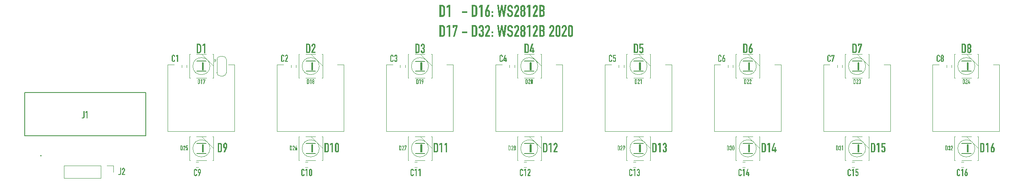
<source format=gbr>
%TF.GenerationSoftware,KiCad,Pcbnew,9.0.0*%
%TF.CreationDate,2025-04-15T08:35:35-04:00*%
%TF.ProjectId,Keypad,4b657970-6164-42e6-9b69-6361645f7063,1.0*%
%TF.SameCoordinates,Original*%
%TF.FileFunction,Legend,Top*%
%TF.FilePolarity,Positive*%
%FSLAX46Y46*%
G04 Gerber Fmt 4.6, Leading zero omitted, Abs format (unit mm)*
G04 Created by KiCad (PCBNEW 9.0.0) date 2025-04-15 08:35:35*
%MOMM*%
%LPD*%
G01*
G04 APERTURE LIST*
%ADD10C,0.300000*%
%ADD11C,0.100000*%
%ADD12C,0.150000*%
%ADD13C,0.152000*%
%ADD14C,0.120000*%
%ADD15C,0.127000*%
%ADD16C,0.200000*%
G04 APERTURE END LIST*
D10*
G36*
X135383292Y-84347017D02*
G01*
X135509640Y-84375983D01*
X135629977Y-84433750D01*
X135717561Y-84507480D01*
X135793714Y-84613386D01*
X135844944Y-84741510D01*
X135869559Y-84874050D01*
X135875097Y-84984975D01*
X135875097Y-86154898D01*
X135869215Y-86280285D01*
X135847485Y-86410128D01*
X135803044Y-86536838D01*
X135737690Y-86640422D01*
X135707791Y-86673304D01*
X135602041Y-86753884D01*
X135488496Y-86803372D01*
X135356558Y-86832023D01*
X135226022Y-86840000D01*
X134736315Y-86840000D01*
X134736315Y-86482794D01*
X135093520Y-86482794D01*
X135251667Y-86482794D01*
X135375773Y-86464323D01*
X135457442Y-86408911D01*
X135507915Y-86291468D01*
X135517892Y-86176880D01*
X135517892Y-84998408D01*
X135503543Y-84870639D01*
X135460495Y-84775537D01*
X135352017Y-84707321D01*
X135251667Y-84696158D01*
X135093520Y-84696158D01*
X135093520Y-86482794D01*
X134736315Y-86482794D01*
X134736315Y-84338953D01*
X135257773Y-84338953D01*
X135383292Y-84347017D01*
G37*
G36*
X136616985Y-86840000D02*
G01*
X136616985Y-84718140D01*
X136265275Y-84981922D01*
X136265275Y-84602124D01*
X136616985Y-84338953D01*
X136974190Y-84338953D01*
X136974190Y-86840000D01*
X136616985Y-86840000D01*
G37*
G36*
X139477069Y-86058422D02*
G01*
X139477069Y-85701217D01*
X140532198Y-85701217D01*
X140532198Y-86058422D01*
X139477069Y-86058422D01*
G37*
G36*
X142134164Y-84347017D02*
G01*
X142260512Y-84375983D01*
X142380849Y-84433750D01*
X142468433Y-84507480D01*
X142544586Y-84613386D01*
X142595816Y-84741510D01*
X142620431Y-84874050D01*
X142625969Y-84984975D01*
X142625969Y-86154898D01*
X142620088Y-86280285D01*
X142598357Y-86410128D01*
X142553917Y-86536838D01*
X142488563Y-86640422D01*
X142458663Y-86673304D01*
X142352913Y-86753884D01*
X142239369Y-86803372D01*
X142107430Y-86832023D01*
X141976894Y-86840000D01*
X141487187Y-86840000D01*
X141487187Y-86482794D01*
X141844392Y-86482794D01*
X142002540Y-86482794D01*
X142126646Y-86464323D01*
X142208314Y-86408911D01*
X142258788Y-86291468D01*
X142268764Y-86176880D01*
X142268764Y-84998408D01*
X142254415Y-84870639D01*
X142211367Y-84775537D01*
X142102889Y-84707321D01*
X142002540Y-84696158D01*
X141844392Y-84696158D01*
X141844392Y-86482794D01*
X141487187Y-86482794D01*
X141487187Y-84338953D01*
X142008646Y-84338953D01*
X142134164Y-84347017D01*
G37*
G36*
X143367857Y-86840000D02*
G01*
X143367857Y-84718140D01*
X143016147Y-84981922D01*
X143016147Y-84602124D01*
X143367857Y-84338953D01*
X143725062Y-84338953D01*
X143725062Y-86840000D01*
X143367857Y-86840000D01*
G37*
G36*
X144766758Y-85378817D02*
G01*
X144774085Y-85386144D01*
X144828429Y-85363551D01*
X144925516Y-85354392D01*
X145050404Y-85376038D01*
X145102592Y-85400188D01*
X145201037Y-85478952D01*
X145229598Y-85516814D01*
X145268066Y-85594972D01*
X145293101Y-85697554D01*
X145300171Y-85822916D01*
X145300429Y-85858143D01*
X145300429Y-85983594D01*
X145300429Y-86103607D01*
X145300429Y-86228651D01*
X145300429Y-86306939D01*
X145294411Y-86429250D01*
X145293101Y-86439441D01*
X145266845Y-86534696D01*
X145226545Y-86616517D01*
X145149677Y-86713743D01*
X145051878Y-86787893D01*
X145037257Y-86796036D01*
X144919629Y-86841617D01*
X144797980Y-86858981D01*
X144770422Y-86859539D01*
X144646251Y-86847150D01*
X144526959Y-86806382D01*
X144504808Y-86794815D01*
X144405533Y-86723670D01*
X144321823Y-86624714D01*
X144317351Y-86617739D01*
X144273387Y-86537138D01*
X144250795Y-86442494D01*
X144239847Y-86320349D01*
X144239804Y-86310603D01*
X144239804Y-86187748D01*
X144239804Y-86108492D01*
X144239804Y-85984931D01*
X144239804Y-85916762D01*
X144243317Y-85848984D01*
X144597009Y-85848984D01*
X144597009Y-86320983D01*
X144636746Y-86439861D01*
X144648911Y-86452875D01*
X144761253Y-86502141D01*
X144769811Y-86502334D01*
X144884765Y-86458864D01*
X144891322Y-86452875D01*
X144942413Y-86340943D01*
X144943224Y-86320983D01*
X144943224Y-85848984D01*
X144903486Y-85730574D01*
X144891322Y-85717704D01*
X144778443Y-85667829D01*
X144769811Y-85667634D01*
X144655465Y-85711640D01*
X144648911Y-85717704D01*
X144597820Y-85829034D01*
X144597009Y-85848984D01*
X144243317Y-85848984D01*
X144246244Y-85792505D01*
X144247131Y-85785481D01*
X144267892Y-85689005D01*
X144300254Y-85595582D01*
X144773475Y-84338953D01*
X145172812Y-84338953D01*
X144766758Y-85378817D01*
G37*
G36*
X145580697Y-86840000D02*
G01*
X145580697Y-86482794D01*
X145937903Y-86482794D01*
X145937903Y-86840000D01*
X145580697Y-86840000D01*
G37*
G36*
X145580697Y-86058422D02*
G01*
X145580697Y-85701217D01*
X145937903Y-85701217D01*
X145937903Y-86058422D01*
X145580697Y-86058422D01*
G37*
G36*
X148743032Y-84338953D02*
G01*
X148372393Y-86840000D01*
X148035949Y-86840000D01*
X147763007Y-85217006D01*
X147756290Y-85217006D01*
X147487013Y-86840000D01*
X147150568Y-86840000D01*
X146779930Y-84338953D01*
X147157896Y-84338953D01*
X147336193Y-85926531D01*
X147343520Y-85926531D01*
X147623178Y-84338953D01*
X147896120Y-84338953D01*
X148186769Y-85965610D01*
X148193485Y-85965610D01*
X148365066Y-84338953D01*
X148743032Y-84338953D01*
G37*
G36*
X150092473Y-85070460D02*
G01*
X149735268Y-85070460D01*
X149735268Y-84990471D01*
X149717880Y-84863710D01*
X149680314Y-84779811D01*
X149582282Y-84703199D01*
X149495300Y-84690662D01*
X149382337Y-84718750D01*
X149312728Y-84788360D01*
X149276092Y-84891552D01*
X149266322Y-85011231D01*
X149271207Y-85133963D01*
X149296852Y-85221280D01*
X149356692Y-85287836D01*
X149462937Y-85342791D01*
X149728551Y-85450868D01*
X149838761Y-85503834D01*
X149915397Y-85557725D01*
X149999198Y-85650630D01*
X150027749Y-85698775D01*
X150066380Y-85818024D01*
X150078429Y-85888674D01*
X150089785Y-86017667D01*
X150092473Y-86131085D01*
X150087334Y-86254463D01*
X150070304Y-86379218D01*
X150061332Y-86421734D01*
X150023685Y-86538951D01*
X149960582Y-86650711D01*
X149869977Y-86742624D01*
X149768852Y-86803974D01*
X149646832Y-86843857D01*
X149522414Y-86858671D01*
X149480645Y-86859539D01*
X149356539Y-86848243D01*
X149240676Y-86814354D01*
X149131389Y-86756046D01*
X149049556Y-86688569D01*
X148970001Y-86589779D01*
X148922550Y-86501723D01*
X148885864Y-86382846D01*
X148875533Y-86269082D01*
X148875533Y-86136580D01*
X149232739Y-86136580D01*
X149232739Y-86247711D01*
X149257194Y-86367786D01*
X149289525Y-86424176D01*
X149397454Y-86493098D01*
X149480645Y-86502334D01*
X149603424Y-86483642D01*
X149619863Y-86476078D01*
X149697411Y-86401584D01*
X149729773Y-86284347D01*
X149735134Y-86158670D01*
X149735268Y-86132916D01*
X149731798Y-86010772D01*
X149728551Y-85972937D01*
X149701685Y-85871577D01*
X149638792Y-85808684D01*
X149534989Y-85756172D01*
X149286472Y-85651758D01*
X149172060Y-85593787D01*
X149072240Y-85518272D01*
X148995635Y-85421707D01*
X148985443Y-85402630D01*
X148941988Y-85286695D01*
X148918136Y-85165147D01*
X148909415Y-85042599D01*
X148909117Y-85013674D01*
X148917301Y-84886108D01*
X148941853Y-84764446D01*
X148946364Y-84748670D01*
X148993686Y-84631586D01*
X149059937Y-84531905D01*
X149147521Y-84446226D01*
X149243119Y-84387801D01*
X149365546Y-84347043D01*
X149490200Y-84333670D01*
X149509344Y-84333457D01*
X149633907Y-84345669D01*
X149747480Y-84382306D01*
X149854041Y-84443169D01*
X149934326Y-84511755D01*
X150010774Y-84609777D01*
X150066373Y-84727867D01*
X150091083Y-84855618D01*
X150092473Y-84895826D01*
X150092473Y-85070460D01*
G37*
G36*
X150333663Y-86840000D02*
G01*
X150333663Y-86503555D01*
X150974801Y-85293942D01*
X151021503Y-85180362D01*
X151029755Y-85135795D01*
X151036732Y-85009186D01*
X151037083Y-84966657D01*
X151037083Y-84870792D01*
X151019375Y-84781643D01*
X150966863Y-84717529D01*
X150865502Y-84690662D01*
X150746996Y-84728274D01*
X150737885Y-84736458D01*
X150691282Y-84852958D01*
X150690868Y-84868960D01*
X150690868Y-85071071D01*
X150333663Y-85071071D01*
X150333663Y-84875676D01*
X150346801Y-84753918D01*
X150375184Y-84665628D01*
X150436194Y-84558007D01*
X150490589Y-84494047D01*
X150588573Y-84414430D01*
X150657896Y-84377421D01*
X150778862Y-84340713D01*
X150867334Y-84333457D01*
X150989568Y-84344593D01*
X151106692Y-84384138D01*
X151208229Y-84452745D01*
X151272777Y-84522135D01*
X151335112Y-84634434D01*
X151364368Y-84721193D01*
X151387714Y-84843709D01*
X151394288Y-84958108D01*
X151394288Y-85081422D01*
X151394288Y-85109539D01*
X151383907Y-85226775D01*
X151348492Y-85338517D01*
X151294509Y-85450267D01*
X151281936Y-85474682D01*
X150753761Y-86482794D01*
X151394288Y-86482794D01*
X151394288Y-86840000D01*
X150333663Y-86840000D01*
G37*
G36*
X152290852Y-84347761D02*
G01*
X152392630Y-84384138D01*
X152499577Y-84453711D01*
X152567264Y-84525188D01*
X152626493Y-84611894D01*
X152668625Y-84705928D01*
X152690607Y-84829270D01*
X152695759Y-84953262D01*
X152696102Y-85002072D01*
X152696102Y-85127914D01*
X152696102Y-85190139D01*
X152681058Y-85314438D01*
X152677784Y-85325694D01*
X152621608Y-85431939D01*
X152534787Y-85517959D01*
X152519026Y-85530858D01*
X152609122Y-85613724D01*
X152621608Y-85629166D01*
X152676657Y-85739855D01*
X152677784Y-85743960D01*
X152695226Y-85866215D01*
X152696102Y-85906992D01*
X152696102Y-86036625D01*
X152696102Y-86142686D01*
X152696102Y-86266032D01*
X152696102Y-86333806D01*
X152686979Y-86457383D01*
X152685722Y-86464476D01*
X152655191Y-86559120D01*
X152607564Y-86639720D01*
X152523222Y-86733272D01*
X152435983Y-86794815D01*
X152321942Y-86841272D01*
X152195651Y-86858970D01*
X152166095Y-86859539D01*
X152043879Y-86848857D01*
X151923398Y-86809984D01*
X151894986Y-86794815D01*
X151791993Y-86718807D01*
X151724016Y-86639720D01*
X151676388Y-86559120D01*
X151645858Y-86464476D01*
X151635488Y-86338444D01*
X151635478Y-86333806D01*
X151635478Y-86211201D01*
X151635478Y-86142686D01*
X151635478Y-86014153D01*
X151635478Y-85906992D01*
X151640495Y-85841657D01*
X151992683Y-85841657D01*
X151992683Y-86328311D01*
X152038299Y-86445841D01*
X152044584Y-86452264D01*
X152156926Y-86502138D01*
X152165484Y-86502334D01*
X152280438Y-86458327D01*
X152286995Y-86452264D01*
X152338694Y-86337382D01*
X152338897Y-86328311D01*
X152338897Y-85841657D01*
X152293280Y-85724664D01*
X152286995Y-85718314D01*
X152174116Y-85667832D01*
X152165484Y-85667634D01*
X152051139Y-85712177D01*
X152044584Y-85718314D01*
X151992885Y-85832588D01*
X151992683Y-85841657D01*
X151640495Y-85841657D01*
X151644941Y-85783764D01*
X151653796Y-85743960D01*
X151707625Y-85632235D01*
X151709972Y-85629166D01*
X151796792Y-85543080D01*
X151812554Y-85530858D01*
X151722458Y-85446751D01*
X151709972Y-85431939D01*
X151653796Y-85325694D01*
X151635639Y-85204300D01*
X151635478Y-85190139D01*
X151635478Y-85062125D01*
X151635478Y-85002072D01*
X151638652Y-84876843D01*
X151639694Y-84862854D01*
X151992683Y-84862854D01*
X151992683Y-85221891D01*
X152038299Y-85338276D01*
X152044584Y-85344623D01*
X152156926Y-85393889D01*
X152165484Y-85394082D01*
X152280438Y-85350612D01*
X152286995Y-85344623D01*
X152338694Y-85230885D01*
X152338897Y-85221891D01*
X152338897Y-84862854D01*
X152293280Y-84747077D01*
X152286995Y-84740732D01*
X152174116Y-84690858D01*
X152165484Y-84690662D01*
X152051139Y-84734669D01*
X152044584Y-84740732D01*
X151992885Y-84853933D01*
X151992683Y-84862854D01*
X151639694Y-84862854D01*
X151642194Y-84829270D01*
X151665559Y-84709191D01*
X151666618Y-84705928D01*
X151706919Y-84611894D01*
X151764316Y-84525188D01*
X151854132Y-84436080D01*
X151938949Y-84384138D01*
X152055363Y-84344593D01*
X152166095Y-84333457D01*
X152290852Y-84347761D01*
G37*
G36*
X153367159Y-86840000D02*
G01*
X153367159Y-84718140D01*
X153015450Y-84981922D01*
X153015450Y-84602124D01*
X153367159Y-84338953D01*
X153724364Y-84338953D01*
X153724364Y-86840000D01*
X153367159Y-86840000D01*
G37*
G36*
X154239106Y-86840000D02*
G01*
X154239106Y-86503555D01*
X154880244Y-85293942D01*
X154926946Y-85180362D01*
X154935198Y-85135795D01*
X154942175Y-85009186D01*
X154942526Y-84966657D01*
X154942526Y-84870792D01*
X154924818Y-84781643D01*
X154872306Y-84717529D01*
X154770945Y-84690662D01*
X154652439Y-84728274D01*
X154643328Y-84736458D01*
X154596725Y-84852958D01*
X154596311Y-84868960D01*
X154596311Y-85071071D01*
X154239106Y-85071071D01*
X154239106Y-84875676D01*
X154252244Y-84753918D01*
X154280628Y-84665628D01*
X154341638Y-84558007D01*
X154396032Y-84494047D01*
X154494016Y-84414430D01*
X154563339Y-84377421D01*
X154684305Y-84340713D01*
X154772777Y-84333457D01*
X154895012Y-84344593D01*
X155012135Y-84384138D01*
X155113672Y-84452745D01*
X155178220Y-84522135D01*
X155240556Y-84634434D01*
X155269811Y-84721193D01*
X155293157Y-84843709D01*
X155299731Y-84958108D01*
X155299731Y-85081422D01*
X155299731Y-85109539D01*
X155289351Y-85226775D01*
X155253935Y-85338517D01*
X155199952Y-85450267D01*
X155187379Y-85474682D01*
X154659204Y-86482794D01*
X155299731Y-86482794D01*
X155299731Y-86840000D01*
X154239106Y-86840000D01*
G37*
G36*
X156232700Y-84346337D02*
G01*
X156358323Y-84373619D01*
X156406151Y-84391465D01*
X156517739Y-84452068D01*
X156607041Y-84530073D01*
X156680371Y-84636419D01*
X156718171Y-84730352D01*
X156744852Y-84852787D01*
X156752365Y-84964825D01*
X156752365Y-85055806D01*
X156744284Y-85179618D01*
X156735268Y-85226165D01*
X156689866Y-85341655D01*
X156685809Y-85348286D01*
X156599381Y-85443686D01*
X156491636Y-85514982D01*
X156601876Y-85583997D01*
X156680721Y-85677699D01*
X156688862Y-85692058D01*
X156732272Y-85810468D01*
X156750133Y-85938009D01*
X156752365Y-86010795D01*
X156752365Y-86153066D01*
X156744622Y-86291207D01*
X156721394Y-86414447D01*
X156675884Y-86537045D01*
X156610149Y-86640181D01*
X156590554Y-86662923D01*
X156484273Y-86748522D01*
X156364174Y-86801091D01*
X156239303Y-86828932D01*
X156117572Y-86839308D01*
X156073981Y-86840000D01*
X155580000Y-86840000D01*
X155580000Y-86482794D01*
X155937205Y-86482794D01*
X156089856Y-86482794D01*
X156211197Y-86468857D01*
X156258384Y-86450432D01*
X156348573Y-86364809D01*
X156350586Y-86361284D01*
X156386364Y-86239699D01*
X156387833Y-86225118D01*
X156394702Y-86099066D01*
X156395160Y-86053538D01*
X156389798Y-85927786D01*
X156384780Y-85885621D01*
X156345184Y-85766687D01*
X156343258Y-85763499D01*
X156249225Y-85690837D01*
X156128575Y-85668450D01*
X156093520Y-85667634D01*
X155937205Y-85667634D01*
X155937205Y-86482794D01*
X155580000Y-86482794D01*
X155580000Y-85355003D01*
X155937205Y-85355003D01*
X156096573Y-85355003D01*
X156221595Y-85340895D01*
X156330817Y-85274777D01*
X156334710Y-85269518D01*
X156381878Y-85155811D01*
X156395101Y-85028786D01*
X156395160Y-85018558D01*
X156382187Y-84893353D01*
X156327383Y-84777369D01*
X156217044Y-84711702D01*
X156094100Y-84696237D01*
X156083140Y-84696158D01*
X155937205Y-84696158D01*
X155937205Y-85355003D01*
X155580000Y-85355003D01*
X155580000Y-84338953D01*
X156109396Y-84338953D01*
X156232700Y-84346337D01*
G37*
G36*
X135383292Y-88547017D02*
G01*
X135509640Y-88575983D01*
X135629977Y-88633750D01*
X135717561Y-88707480D01*
X135793714Y-88813386D01*
X135844944Y-88941510D01*
X135869559Y-89074050D01*
X135875097Y-89184975D01*
X135875097Y-90354898D01*
X135869215Y-90480285D01*
X135847485Y-90610128D01*
X135803044Y-90736838D01*
X135737690Y-90840422D01*
X135707791Y-90873304D01*
X135602041Y-90953884D01*
X135488496Y-91003372D01*
X135356558Y-91032023D01*
X135226022Y-91040000D01*
X134736315Y-91040000D01*
X134736315Y-90682794D01*
X135093520Y-90682794D01*
X135251667Y-90682794D01*
X135375773Y-90664323D01*
X135457442Y-90608911D01*
X135507915Y-90491468D01*
X135517892Y-90376880D01*
X135517892Y-89198408D01*
X135503543Y-89070639D01*
X135460495Y-88975537D01*
X135352017Y-88907321D01*
X135251667Y-88896158D01*
X135093520Y-88896158D01*
X135093520Y-90682794D01*
X134736315Y-90682794D01*
X134736315Y-88538953D01*
X135257773Y-88538953D01*
X135383292Y-88547017D01*
G37*
G36*
X136616985Y-91040000D02*
G01*
X136616985Y-88918140D01*
X136265275Y-89181922D01*
X136265275Y-88802124D01*
X136616985Y-88538953D01*
X136974190Y-88538953D01*
X136974190Y-91040000D01*
X136616985Y-91040000D01*
G37*
G36*
X137568921Y-91040000D02*
G01*
X138189909Y-88896158D01*
X137801563Y-88896158D01*
X137801563Y-89181922D01*
X137488932Y-89181922D01*
X137488932Y-88538953D01*
X138544061Y-88538953D01*
X138544061Y-88916919D01*
X137943834Y-91040000D01*
X137568921Y-91040000D01*
G37*
G36*
X139479511Y-90258422D02*
G01*
X139479511Y-89901217D01*
X140534640Y-89901217D01*
X140534640Y-90258422D01*
X139479511Y-90258422D01*
G37*
G36*
X142136607Y-88547017D02*
G01*
X142262955Y-88575983D01*
X142383291Y-88633750D01*
X142470875Y-88707480D01*
X142547028Y-88813386D01*
X142598258Y-88941510D01*
X142622874Y-89074050D01*
X142628412Y-89184975D01*
X142628412Y-90354898D01*
X142622530Y-90480285D01*
X142600800Y-90610128D01*
X142556359Y-90736838D01*
X142491005Y-90840422D01*
X142461106Y-90873304D01*
X142355355Y-90953884D01*
X142241811Y-91003372D01*
X142109872Y-91032023D01*
X141979337Y-91040000D01*
X141489630Y-91040000D01*
X141489630Y-90682794D01*
X141846835Y-90682794D01*
X142004982Y-90682794D01*
X142129088Y-90664323D01*
X142210757Y-90608911D01*
X142261230Y-90491468D01*
X142271207Y-90376880D01*
X142271207Y-89198408D01*
X142256857Y-89070639D01*
X142213810Y-88975537D01*
X142105332Y-88907321D01*
X142004982Y-88896158D01*
X141846835Y-88896158D01*
X141846835Y-90682794D01*
X141489630Y-90682794D01*
X141489630Y-88538953D01*
X142011088Y-88538953D01*
X142136607Y-88547017D01*
G37*
G36*
X143362972Y-89594082D02*
G01*
X143490645Y-89585764D01*
X143582791Y-89556224D01*
X143640035Y-89443109D01*
X143643852Y-89380369D01*
X143643852Y-89062854D01*
X143602528Y-88945037D01*
X143596835Y-88938900D01*
X143480307Y-88890851D01*
X143470439Y-88890662D01*
X143354099Y-88929763D01*
X143337327Y-88949891D01*
X143297637Y-89062854D01*
X143297637Y-89263133D01*
X142940432Y-89263133D01*
X142940432Y-89058579D01*
X142955070Y-88934112D01*
X142981953Y-88853415D01*
X143042963Y-88747517D01*
X143097358Y-88686720D01*
X143198490Y-88610680D01*
X143268328Y-88575589D01*
X143389295Y-88540411D01*
X143477766Y-88533457D01*
X143604017Y-88546069D01*
X143720177Y-88590854D01*
X143822168Y-88663078D01*
X143865502Y-88706870D01*
X143925952Y-88790523D01*
X143969916Y-88890662D01*
X143991204Y-89012262D01*
X143999567Y-89137484D01*
X144001057Y-89230771D01*
X144001057Y-89353398D01*
X144001057Y-89438988D01*
X143983505Y-89560295D01*
X143979685Y-89570268D01*
X143908244Y-89664302D01*
X143807217Y-89732968D01*
X143783070Y-89746734D01*
X143885382Y-89819312D01*
X143913740Y-89845652D01*
X143979685Y-89950676D01*
X144000535Y-90073922D01*
X144001057Y-90100275D01*
X144001057Y-90225974D01*
X144001057Y-90319483D01*
X144001057Y-90444419D01*
X144001057Y-90523426D01*
X143992531Y-90646445D01*
X143990676Y-90656538D01*
X143962588Y-90751182D01*
X143916793Y-90831172D01*
X143835088Y-90926622D01*
X143745823Y-90994815D01*
X143625533Y-91043358D01*
X143503519Y-91058970D01*
X143472271Y-91059539D01*
X143345464Y-91045344D01*
X143292752Y-91032062D01*
X143180601Y-90983118D01*
X143119951Y-90940471D01*
X143033273Y-90846065D01*
X142991113Y-90774996D01*
X142951568Y-90653899D01*
X142940432Y-90525868D01*
X142940432Y-90321926D01*
X143297637Y-90321926D01*
X143297637Y-90508771D01*
X143330675Y-90630101D01*
X143344043Y-90647990D01*
X143455736Y-90701856D01*
X143470439Y-90702334D01*
X143587838Y-90657702D01*
X143596835Y-90647990D01*
X143642199Y-90534503D01*
X143643852Y-90501444D01*
X143643852Y-90143018D01*
X143629960Y-90020591D01*
X143588286Y-89948845D01*
X143503412Y-89914040D01*
X143378940Y-89906777D01*
X143362972Y-89906713D01*
X143362972Y-89594082D01*
G37*
G36*
X144242247Y-91040000D02*
G01*
X144242247Y-90703555D01*
X144883384Y-89493942D01*
X144930086Y-89380362D01*
X144938339Y-89335795D01*
X144945315Y-89209186D01*
X144945666Y-89166657D01*
X144945666Y-89070792D01*
X144927958Y-88981643D01*
X144875446Y-88917529D01*
X144774085Y-88890662D01*
X144655579Y-88928274D01*
X144646468Y-88936458D01*
X144599865Y-89052958D01*
X144599452Y-89068960D01*
X144599452Y-89271071D01*
X144242247Y-89271071D01*
X144242247Y-89075676D01*
X144255384Y-88953918D01*
X144283768Y-88865628D01*
X144344778Y-88758007D01*
X144399173Y-88694047D01*
X144497156Y-88614430D01*
X144566479Y-88577421D01*
X144687445Y-88540713D01*
X144775917Y-88533457D01*
X144898152Y-88544593D01*
X145015275Y-88584138D01*
X145116812Y-88652745D01*
X145181360Y-88722135D01*
X145243696Y-88834434D01*
X145272951Y-88921193D01*
X145296297Y-89043709D01*
X145302871Y-89158108D01*
X145302871Y-89281422D01*
X145302871Y-89309539D01*
X145292491Y-89426775D01*
X145257076Y-89538517D01*
X145203092Y-89650267D01*
X145190519Y-89674682D01*
X144662344Y-90682794D01*
X145302871Y-90682794D01*
X145302871Y-91040000D01*
X144242247Y-91040000D01*
G37*
G36*
X145583140Y-91040000D02*
G01*
X145583140Y-90682794D01*
X145940345Y-90682794D01*
X145940345Y-91040000D01*
X145583140Y-91040000D01*
G37*
G36*
X145583140Y-90258422D02*
G01*
X145583140Y-89901217D01*
X145940345Y-89901217D01*
X145940345Y-90258422D01*
X145583140Y-90258422D01*
G37*
G36*
X148745474Y-88538953D02*
G01*
X148374836Y-91040000D01*
X148038391Y-91040000D01*
X147765450Y-89417006D01*
X147758733Y-89417006D01*
X147489455Y-91040000D01*
X147153011Y-91040000D01*
X146782372Y-88538953D01*
X147160338Y-88538953D01*
X147338635Y-90126531D01*
X147345963Y-90126531D01*
X147625621Y-88538953D01*
X147898562Y-88538953D01*
X148189211Y-90165610D01*
X148195928Y-90165610D01*
X148367508Y-88538953D01*
X148745474Y-88538953D01*
G37*
G36*
X150094916Y-89270460D02*
G01*
X149737711Y-89270460D01*
X149737711Y-89190471D01*
X149720323Y-89063710D01*
X149682756Y-88979811D01*
X149584725Y-88903199D01*
X149497742Y-88890662D01*
X149384780Y-88918750D01*
X149315170Y-88988360D01*
X149278534Y-89091552D01*
X149268764Y-89211231D01*
X149273649Y-89333963D01*
X149299295Y-89421280D01*
X149359134Y-89487836D01*
X149465380Y-89542791D01*
X149730994Y-89650868D01*
X149841204Y-89703834D01*
X149917840Y-89757725D01*
X150001641Y-89850630D01*
X150030191Y-89898775D01*
X150068822Y-90018024D01*
X150080872Y-90088674D01*
X150092228Y-90217667D01*
X150094916Y-90331085D01*
X150089776Y-90454463D01*
X150072746Y-90579218D01*
X150063775Y-90621734D01*
X150026128Y-90738951D01*
X149963025Y-90850711D01*
X149872420Y-90942624D01*
X149771294Y-91003974D01*
X149649274Y-91043857D01*
X149524857Y-91058671D01*
X149483087Y-91059539D01*
X149358982Y-91048243D01*
X149243119Y-91014354D01*
X149133831Y-90956046D01*
X149051999Y-90888569D01*
X148972443Y-90789779D01*
X148924993Y-90701723D01*
X148888307Y-90582846D01*
X148877976Y-90469082D01*
X148877976Y-90336580D01*
X149235181Y-90336580D01*
X149235181Y-90447711D01*
X149259637Y-90567786D01*
X149291967Y-90624176D01*
X149399896Y-90693098D01*
X149483087Y-90702334D01*
X149605866Y-90683642D01*
X149622306Y-90676078D01*
X149699853Y-90601584D01*
X149732215Y-90484347D01*
X149737576Y-90358670D01*
X149737711Y-90332916D01*
X149734241Y-90210772D01*
X149730994Y-90172937D01*
X149704127Y-90071577D01*
X149641235Y-90008684D01*
X149537431Y-89956172D01*
X149288914Y-89851758D01*
X149174502Y-89793787D01*
X149074682Y-89718272D01*
X148998077Y-89621707D01*
X148987885Y-89602630D01*
X148944430Y-89486695D01*
X148920578Y-89365147D01*
X148911857Y-89242599D01*
X148911559Y-89213674D01*
X148919743Y-89086108D01*
X148944296Y-88964446D01*
X148948806Y-88948670D01*
X148996128Y-88831586D01*
X149062379Y-88731905D01*
X149149963Y-88646226D01*
X149245561Y-88587801D01*
X149367988Y-88547043D01*
X149492642Y-88533670D01*
X149511786Y-88533457D01*
X149636350Y-88545669D01*
X149749923Y-88582306D01*
X149856483Y-88643169D01*
X149936769Y-88711755D01*
X150013217Y-88809777D01*
X150068815Y-88927867D01*
X150093526Y-89055618D01*
X150094916Y-89095826D01*
X150094916Y-89270460D01*
G37*
G36*
X150336106Y-91040000D02*
G01*
X150336106Y-90703555D01*
X150977243Y-89493942D01*
X151023945Y-89380362D01*
X151032198Y-89335795D01*
X151039174Y-89209186D01*
X151039525Y-89166657D01*
X151039525Y-89070792D01*
X151021817Y-88981643D01*
X150969305Y-88917529D01*
X150867944Y-88890662D01*
X150749438Y-88928274D01*
X150740327Y-88936458D01*
X150693724Y-89052958D01*
X150693311Y-89068960D01*
X150693311Y-89271071D01*
X150336106Y-89271071D01*
X150336106Y-89075676D01*
X150349243Y-88953918D01*
X150377627Y-88865628D01*
X150438637Y-88758007D01*
X150493032Y-88694047D01*
X150591015Y-88614430D01*
X150660338Y-88577421D01*
X150781304Y-88540713D01*
X150869776Y-88533457D01*
X150992011Y-88544593D01*
X151109134Y-88584138D01*
X151210671Y-88652745D01*
X151275219Y-88722135D01*
X151337555Y-88834434D01*
X151366810Y-88921193D01*
X151390156Y-89043709D01*
X151396730Y-89158108D01*
X151396730Y-89281422D01*
X151396730Y-89309539D01*
X151386350Y-89426775D01*
X151350935Y-89538517D01*
X151296951Y-89650267D01*
X151284378Y-89674682D01*
X150756203Y-90682794D01*
X151396730Y-90682794D01*
X151396730Y-91040000D01*
X150336106Y-91040000D01*
G37*
G36*
X152293294Y-88547761D02*
G01*
X152395073Y-88584138D01*
X152502020Y-88653711D01*
X152569706Y-88725188D01*
X152628935Y-88811894D01*
X152671067Y-88905928D01*
X152693049Y-89029270D01*
X152698201Y-89153262D01*
X152698545Y-89202072D01*
X152698545Y-89327914D01*
X152698545Y-89390139D01*
X152683500Y-89514438D01*
X152680226Y-89525694D01*
X152624050Y-89631939D01*
X152537230Y-89717959D01*
X152521468Y-89730858D01*
X152611564Y-89813724D01*
X152624050Y-89829166D01*
X152679099Y-89939855D01*
X152680226Y-89943960D01*
X152697668Y-90066215D01*
X152698545Y-90106992D01*
X152698545Y-90236625D01*
X152698545Y-90342686D01*
X152698545Y-90466032D01*
X152698545Y-90533806D01*
X152689421Y-90657383D01*
X152688164Y-90664476D01*
X152657634Y-90759120D01*
X152610006Y-90839720D01*
X152525664Y-90933272D01*
X152438426Y-90994815D01*
X152324384Y-91041272D01*
X152198094Y-91058970D01*
X152168538Y-91059539D01*
X152046322Y-91048857D01*
X151925840Y-91009984D01*
X151897428Y-90994815D01*
X151794436Y-90918807D01*
X151726458Y-90839720D01*
X151678831Y-90759120D01*
X151648300Y-90664476D01*
X151637930Y-90538444D01*
X151637920Y-90533806D01*
X151637920Y-90411201D01*
X151637920Y-90342686D01*
X151637920Y-90214153D01*
X151637920Y-90106992D01*
X151642937Y-90041657D01*
X151995125Y-90041657D01*
X151995125Y-90528311D01*
X152040742Y-90645841D01*
X152047027Y-90652264D01*
X152159369Y-90702138D01*
X152167927Y-90702334D01*
X152282881Y-90658327D01*
X152289438Y-90652264D01*
X152341137Y-90537382D01*
X152341339Y-90528311D01*
X152341339Y-90041657D01*
X152295723Y-89924664D01*
X152289438Y-89918314D01*
X152176559Y-89867832D01*
X152167927Y-89867634D01*
X152053581Y-89912177D01*
X152047027Y-89918314D01*
X151995328Y-90032588D01*
X151995125Y-90041657D01*
X151642937Y-90041657D01*
X151647383Y-89983764D01*
X151656238Y-89943960D01*
X151710067Y-89832235D01*
X151712414Y-89829166D01*
X151799235Y-89743080D01*
X151814996Y-89730858D01*
X151724900Y-89646751D01*
X151712414Y-89631939D01*
X151656238Y-89525694D01*
X151638081Y-89404300D01*
X151637920Y-89390139D01*
X151637920Y-89262125D01*
X151637920Y-89202072D01*
X151641095Y-89076843D01*
X151642137Y-89062854D01*
X151995125Y-89062854D01*
X151995125Y-89421891D01*
X152040742Y-89538276D01*
X152047027Y-89544623D01*
X152159369Y-89593889D01*
X152167927Y-89594082D01*
X152282881Y-89550612D01*
X152289438Y-89544623D01*
X152341137Y-89430885D01*
X152341339Y-89421891D01*
X152341339Y-89062854D01*
X152295723Y-88947077D01*
X152289438Y-88940732D01*
X152176559Y-88890858D01*
X152167927Y-88890662D01*
X152053581Y-88934669D01*
X152047027Y-88940732D01*
X151995328Y-89053933D01*
X151995125Y-89062854D01*
X151642137Y-89062854D01*
X151644637Y-89029270D01*
X151668002Y-88909191D01*
X151669061Y-88905928D01*
X151709361Y-88811894D01*
X151766758Y-88725188D01*
X151856575Y-88636080D01*
X151941392Y-88584138D01*
X152057805Y-88544593D01*
X152168538Y-88533457D01*
X152293294Y-88547761D01*
G37*
G36*
X153369602Y-91040000D02*
G01*
X153369602Y-88918140D01*
X153017892Y-89181922D01*
X153017892Y-88802124D01*
X153369602Y-88538953D01*
X153726807Y-88538953D01*
X153726807Y-91040000D01*
X153369602Y-91040000D01*
G37*
G36*
X154241549Y-91040000D02*
G01*
X154241549Y-90703555D01*
X154882686Y-89493942D01*
X154929388Y-89380362D01*
X154937641Y-89335795D01*
X154944617Y-89209186D01*
X154944968Y-89166657D01*
X154944968Y-89070792D01*
X154927260Y-88981643D01*
X154874748Y-88917529D01*
X154773387Y-88890662D01*
X154654881Y-88928274D01*
X154645771Y-88936458D01*
X154599167Y-89052958D01*
X154598754Y-89068960D01*
X154598754Y-89271071D01*
X154241549Y-89271071D01*
X154241549Y-89075676D01*
X154254686Y-88953918D01*
X154283070Y-88865628D01*
X154344080Y-88758007D01*
X154398475Y-88694047D01*
X154496458Y-88614430D01*
X154565781Y-88577421D01*
X154686747Y-88540713D01*
X154775219Y-88533457D01*
X154897454Y-88544593D01*
X155014577Y-88584138D01*
X155116115Y-88652745D01*
X155180662Y-88722135D01*
X155242998Y-88834434D01*
X155272254Y-88921193D01*
X155295599Y-89043709D01*
X155302173Y-89158108D01*
X155302173Y-89281422D01*
X155302173Y-89309539D01*
X155291793Y-89426775D01*
X155256378Y-89538517D01*
X155202394Y-89650267D01*
X155189822Y-89674682D01*
X154661646Y-90682794D01*
X155302173Y-90682794D01*
X155302173Y-91040000D01*
X154241549Y-91040000D01*
G37*
G36*
X156235143Y-88546337D02*
G01*
X156360766Y-88573619D01*
X156408593Y-88591465D01*
X156520182Y-88652068D01*
X156609483Y-88730073D01*
X156682813Y-88836419D01*
X156720614Y-88930352D01*
X156747294Y-89052787D01*
X156754808Y-89164825D01*
X156754808Y-89255806D01*
X156746727Y-89379618D01*
X156737711Y-89426165D01*
X156692309Y-89541655D01*
X156688251Y-89548286D01*
X156601823Y-89643686D01*
X156494078Y-89714982D01*
X156604319Y-89783997D01*
X156683164Y-89877699D01*
X156691304Y-89892058D01*
X156734715Y-90010468D01*
X156752575Y-90138009D01*
X156754808Y-90210795D01*
X156754808Y-90353066D01*
X156747065Y-90491207D01*
X156723836Y-90614447D01*
X156678327Y-90737045D01*
X156612591Y-90840181D01*
X156592997Y-90862923D01*
X156486715Y-90948522D01*
X156366617Y-91001091D01*
X156241745Y-91028932D01*
X156120015Y-91039308D01*
X156076423Y-91040000D01*
X155582442Y-91040000D01*
X155582442Y-90682794D01*
X155939647Y-90682794D01*
X156092299Y-90682794D01*
X156213639Y-90668857D01*
X156260826Y-90650432D01*
X156351016Y-90564809D01*
X156353028Y-90561284D01*
X156388806Y-90439699D01*
X156390275Y-90425118D01*
X156397144Y-90299066D01*
X156397602Y-90253538D01*
X156392240Y-90127786D01*
X156387222Y-90085621D01*
X156347627Y-89966687D01*
X156345701Y-89963499D01*
X156251667Y-89890837D01*
X156131018Y-89868450D01*
X156095963Y-89867634D01*
X155939647Y-89867634D01*
X155939647Y-90682794D01*
X155582442Y-90682794D01*
X155582442Y-89555003D01*
X155939647Y-89555003D01*
X156099016Y-89555003D01*
X156224037Y-89540895D01*
X156333260Y-89474777D01*
X156337152Y-89469518D01*
X156384320Y-89355811D01*
X156397543Y-89228786D01*
X156397602Y-89218558D01*
X156384629Y-89093353D01*
X156329825Y-88977369D01*
X156219486Y-88911702D01*
X156096542Y-88896237D01*
X156085582Y-88896158D01*
X155939647Y-88896158D01*
X155939647Y-89555003D01*
X155582442Y-89555003D01*
X155582442Y-88538953D01*
X156111838Y-88538953D01*
X156235143Y-88546337D01*
G37*
G36*
X157682930Y-91040000D02*
G01*
X157682930Y-90703555D01*
X158324068Y-89493942D01*
X158370770Y-89380362D01*
X158379023Y-89335795D01*
X158385999Y-89209186D01*
X158386350Y-89166657D01*
X158386350Y-89070792D01*
X158368642Y-88981643D01*
X158316130Y-88917529D01*
X158214769Y-88890662D01*
X158096263Y-88928274D01*
X158087152Y-88936458D01*
X158040549Y-89052958D01*
X158040136Y-89068960D01*
X158040136Y-89271071D01*
X157682930Y-89271071D01*
X157682930Y-89075676D01*
X157696068Y-88953918D01*
X157724452Y-88865628D01*
X157785462Y-88758007D01*
X157839856Y-88694047D01*
X157937840Y-88614430D01*
X158007163Y-88577421D01*
X158128129Y-88540713D01*
X158216601Y-88533457D01*
X158338836Y-88544593D01*
X158455959Y-88584138D01*
X158557496Y-88652745D01*
X158622044Y-88722135D01*
X158684380Y-88834434D01*
X158713635Y-88921193D01*
X158736981Y-89043709D01*
X158743555Y-89158108D01*
X158743555Y-89281422D01*
X158743555Y-89309539D01*
X158733175Y-89426775D01*
X158697759Y-89538517D01*
X158643776Y-89650267D01*
X158631203Y-89674682D01*
X158103028Y-90682794D01*
X158743555Y-90682794D01*
X158743555Y-91040000D01*
X157682930Y-91040000D01*
G37*
G36*
X159642540Y-88547768D02*
G01*
X159715642Y-88570094D01*
X159826886Y-88628769D01*
X159885390Y-88676339D01*
X159964769Y-88774847D01*
X160001406Y-88844256D01*
X160036954Y-88962860D01*
X160045369Y-89067128D01*
X160045369Y-90526479D01*
X160032962Y-90651722D01*
X160001406Y-90749351D01*
X159939591Y-90855169D01*
X159885390Y-90916657D01*
X159784449Y-90990788D01*
X159715642Y-91022903D01*
X159592471Y-91054387D01*
X159515362Y-91059539D01*
X159393875Y-91046623D01*
X159314473Y-91022903D01*
X159203466Y-90964227D01*
X159145334Y-90916657D01*
X159065192Y-90818387D01*
X159028098Y-90749351D01*
X158993043Y-90630747D01*
X158984745Y-90526479D01*
X158984745Y-89068349D01*
X159341950Y-89068349D01*
X159341950Y-90525258D01*
X159381567Y-90642536D01*
X159390188Y-90652264D01*
X159505321Y-90702138D01*
X159514752Y-90702334D01*
X159630024Y-90661212D01*
X159639316Y-90652264D01*
X159687735Y-90539343D01*
X159688164Y-90525258D01*
X159688164Y-89068349D01*
X159648045Y-88951071D01*
X159639316Y-88941343D01*
X159524183Y-88890860D01*
X159514752Y-88890662D01*
X159399479Y-88932286D01*
X159390188Y-88941343D01*
X159342374Y-89054263D01*
X159341950Y-89068349D01*
X158984745Y-89068349D01*
X158984745Y-89067128D01*
X158996980Y-88941885D01*
X159028098Y-88844256D01*
X159090637Y-88737928D01*
X159145334Y-88676339D01*
X159245751Y-88602208D01*
X159314473Y-88570094D01*
X159437882Y-88538609D01*
X159515362Y-88533457D01*
X159642540Y-88547768D01*
G37*
G36*
X160286559Y-91040000D02*
G01*
X160286559Y-90703555D01*
X160927697Y-89493942D01*
X160974399Y-89380362D01*
X160982651Y-89335795D01*
X160989628Y-89209186D01*
X160989979Y-89166657D01*
X160989979Y-89070792D01*
X160972271Y-88981643D01*
X160919759Y-88917529D01*
X160818398Y-88890662D01*
X160699892Y-88928274D01*
X160690781Y-88936458D01*
X160644178Y-89052958D01*
X160643764Y-89068960D01*
X160643764Y-89271071D01*
X160286559Y-89271071D01*
X160286559Y-89075676D01*
X160299697Y-88953918D01*
X160328080Y-88865628D01*
X160389090Y-88758007D01*
X160443485Y-88694047D01*
X160541469Y-88614430D01*
X160610792Y-88577421D01*
X160731758Y-88540713D01*
X160820230Y-88533457D01*
X160942465Y-88544593D01*
X161059588Y-88584138D01*
X161161125Y-88652745D01*
X161225673Y-88722135D01*
X161288009Y-88834434D01*
X161317264Y-88921193D01*
X161340610Y-89043709D01*
X161347184Y-89158108D01*
X161347184Y-89281422D01*
X161347184Y-89309539D01*
X161336803Y-89426775D01*
X161301388Y-89538517D01*
X161247405Y-89650267D01*
X161234832Y-89674682D01*
X160706657Y-90682794D01*
X161347184Y-90682794D01*
X161347184Y-91040000D01*
X160286559Y-91040000D01*
G37*
G36*
X162246169Y-88547768D02*
G01*
X162319270Y-88570094D01*
X162430515Y-88628769D01*
X162489019Y-88676339D01*
X162568398Y-88774847D01*
X162605034Y-88844256D01*
X162640583Y-88962860D01*
X162648998Y-89067128D01*
X162648998Y-90526479D01*
X162636590Y-90651722D01*
X162605034Y-90749351D01*
X162543220Y-90855169D01*
X162489019Y-90916657D01*
X162388078Y-90990788D01*
X162319270Y-91022903D01*
X162196099Y-91054387D01*
X162118991Y-91059539D01*
X161997504Y-91046623D01*
X161918101Y-91022903D01*
X161807095Y-90964227D01*
X161748963Y-90916657D01*
X161668821Y-90818387D01*
X161631727Y-90749351D01*
X161596672Y-90630747D01*
X161588374Y-90526479D01*
X161588374Y-89068349D01*
X161945579Y-89068349D01*
X161945579Y-90525258D01*
X161985196Y-90642536D01*
X161993817Y-90652264D01*
X162108950Y-90702138D01*
X162118381Y-90702334D01*
X162233653Y-90661212D01*
X162242944Y-90652264D01*
X162291364Y-90539343D01*
X162291793Y-90525258D01*
X162291793Y-89068349D01*
X162251674Y-88951071D01*
X162242944Y-88941343D01*
X162127812Y-88890860D01*
X162118381Y-88890662D01*
X162003108Y-88932286D01*
X161993817Y-88941343D01*
X161946003Y-89054263D01*
X161945579Y-89068349D01*
X161588374Y-89068349D01*
X161588374Y-89067128D01*
X161600609Y-88941885D01*
X161631727Y-88844256D01*
X161694266Y-88737928D01*
X161748963Y-88676339D01*
X161849379Y-88602208D01*
X161918101Y-88570094D01*
X162041511Y-88538609D01*
X162118991Y-88533457D01*
X162246169Y-88547768D01*
G37*
D11*
G36*
X244460900Y-92456537D02*
G01*
X244561352Y-92483162D01*
X244643740Y-92524902D01*
X244711200Y-92581434D01*
X244764634Y-92651838D01*
X244804209Y-92736669D01*
X244829427Y-92838844D01*
X244838451Y-92962086D01*
X244838451Y-93894239D01*
X244828436Y-94035489D01*
X244800973Y-94147878D01*
X244758786Y-94236936D01*
X244702896Y-94307009D01*
X244631598Y-94362806D01*
X244545083Y-94404148D01*
X244440217Y-94430537D01*
X244312962Y-94440000D01*
X243916190Y-94440000D01*
X243916190Y-94174263D01*
X244201832Y-94174263D01*
X244332746Y-94174263D01*
X244410188Y-94166378D01*
X244464795Y-94145528D01*
X244502617Y-94113813D01*
X244528599Y-94070461D01*
X244546146Y-94009183D01*
X244552809Y-93924159D01*
X244552809Y-92960010D01*
X244539725Y-92850672D01*
X244505425Y-92777316D01*
X244468752Y-92743558D01*
X244413584Y-92721247D01*
X244332746Y-92712714D01*
X244201832Y-92712714D01*
X244201832Y-94174263D01*
X243916190Y-94174263D01*
X243916190Y-92446978D01*
X244338241Y-92446978D01*
X244460900Y-92456537D01*
G37*
G36*
X245595712Y-92437084D02*
G01*
X245682310Y-92467372D01*
X245759218Y-92516078D01*
X245821894Y-92580701D01*
X245869400Y-92650554D01*
X245902861Y-92726025D01*
X245920935Y-92825432D01*
X245925209Y-92963796D01*
X245925209Y-93114738D01*
X245921375Y-93174167D01*
X245910677Y-93223670D01*
X245892169Y-93268953D01*
X245865736Y-93309033D01*
X245783060Y-93388778D01*
X245829843Y-93429371D01*
X245863294Y-93467302D01*
X245888632Y-93509484D01*
X245906769Y-93559993D01*
X245917071Y-93616443D01*
X245920935Y-93690662D01*
X245920935Y-93880073D01*
X245920935Y-94033091D01*
X245912386Y-94138360D01*
X245888328Y-94214197D01*
X245850104Y-94278799D01*
X245793360Y-94345263D01*
X245714061Y-94403729D01*
X245619405Y-94441917D01*
X245499005Y-94455631D01*
X245378374Y-94441914D01*
X245283583Y-94403729D01*
X245204411Y-94345265D01*
X245147784Y-94278799D01*
X245109438Y-94214197D01*
X245085380Y-94138360D01*
X245076832Y-94033091D01*
X245076832Y-93880073D01*
X245076832Y-93690662D01*
X245079774Y-93635097D01*
X245362474Y-93635097D01*
X245362474Y-94029061D01*
X245372895Y-94083687D01*
X245403995Y-94128956D01*
X245449402Y-94159679D01*
X245501081Y-94169745D01*
X245552635Y-94159681D01*
X245597924Y-94128956D01*
X245629119Y-94083678D01*
X245639567Y-94029061D01*
X245639567Y-93635097D01*
X245629119Y-93580480D01*
X245597924Y-93535202D01*
X245552626Y-93504382D01*
X245501081Y-93494291D01*
X245449411Y-93504383D01*
X245403995Y-93535202D01*
X245372895Y-93580471D01*
X245362474Y-93635097D01*
X245079774Y-93635097D01*
X245080761Y-93616454D01*
X245091242Y-93559993D01*
X245110012Y-93509520D01*
X245136061Y-93467302D01*
X245170298Y-93429404D01*
X245218248Y-93388778D01*
X245136061Y-93309033D01*
X245109791Y-93268973D01*
X245091242Y-93223670D01*
X245080634Y-93174173D01*
X245076832Y-93114738D01*
X245076832Y-92963796D01*
X245081250Y-92852543D01*
X245362474Y-92852543D01*
X245362474Y-93143436D01*
X245372886Y-93197705D01*
X245403995Y-93242721D01*
X245449383Y-93273252D01*
X245501081Y-93283265D01*
X245552654Y-93273254D01*
X245597924Y-93242721D01*
X245629128Y-93197696D01*
X245639567Y-93143436D01*
X245639567Y-92852543D01*
X245629128Y-92798284D01*
X245597924Y-92753258D01*
X245552654Y-92722726D01*
X245501081Y-92712714D01*
X245449383Y-92722727D01*
X245403995Y-92753258D01*
X245372886Y-92798274D01*
X245362474Y-92852543D01*
X245081250Y-92852543D01*
X245082327Y-92825432D01*
X245101867Y-92726025D01*
X245133984Y-92650554D01*
X245180024Y-92580701D01*
X245242680Y-92516070D01*
X245319487Y-92467372D01*
X245406221Y-92437088D01*
X245501081Y-92426828D01*
X245595712Y-92437084D01*
G37*
G36*
X202620174Y-113256537D02*
G01*
X202720626Y-113283162D01*
X202803014Y-113324902D01*
X202870474Y-113381434D01*
X202923908Y-113451838D01*
X202963483Y-113536669D01*
X202988701Y-113638844D01*
X202997725Y-113762086D01*
X202997725Y-114694239D01*
X202987710Y-114835489D01*
X202960247Y-114947878D01*
X202918060Y-115036936D01*
X202862170Y-115107009D01*
X202790872Y-115162806D01*
X202704357Y-115204148D01*
X202599491Y-115230537D01*
X202472236Y-115240000D01*
X202075464Y-115240000D01*
X202075464Y-114974263D01*
X202361106Y-114974263D01*
X202492020Y-114974263D01*
X202569462Y-114966378D01*
X202624069Y-114945528D01*
X202661891Y-114913813D01*
X202687873Y-114870461D01*
X202705420Y-114809183D01*
X202712083Y-114724159D01*
X202712083Y-113760010D01*
X202698999Y-113650672D01*
X202664699Y-113577316D01*
X202628026Y-113543558D01*
X202572858Y-113521247D01*
X202492020Y-113512714D01*
X202361106Y-113512714D01*
X202361106Y-114974263D01*
X202075464Y-114974263D01*
X202075464Y-113246978D01*
X202497515Y-113246978D01*
X202620174Y-113256537D01*
G37*
G36*
X203564368Y-115240000D02*
G01*
X203564368Y-113549351D01*
X203279092Y-113759277D01*
X203279092Y-113456905D01*
X203564368Y-113246978D01*
X203850010Y-113246978D01*
X203850010Y-115240000D01*
X203564368Y-115240000D01*
G37*
G36*
X204769951Y-115240000D02*
G01*
X204769951Y-114943000D01*
X204199399Y-114943000D01*
X204199399Y-114677264D01*
X204612536Y-113246978D01*
X204915519Y-113246978D01*
X204486141Y-114677264D01*
X204769951Y-114677264D01*
X204769951Y-114106713D01*
X205055593Y-114106713D01*
X205055593Y-114677264D01*
X205192002Y-114677264D01*
X205192002Y-114943000D01*
X205055593Y-114943000D01*
X205055593Y-115240000D01*
X204769951Y-115240000D01*
G37*
G36*
X179770174Y-113256537D02*
G01*
X179870626Y-113283162D01*
X179953014Y-113324902D01*
X180020474Y-113381434D01*
X180073908Y-113451838D01*
X180113483Y-113536669D01*
X180138701Y-113638844D01*
X180147725Y-113762086D01*
X180147725Y-114694239D01*
X180137710Y-114835489D01*
X180110247Y-114947878D01*
X180068060Y-115036936D01*
X180012170Y-115107009D01*
X179940872Y-115162806D01*
X179854357Y-115204148D01*
X179749491Y-115230537D01*
X179622236Y-115240000D01*
X179225464Y-115240000D01*
X179225464Y-114974263D01*
X179511106Y-114974263D01*
X179642020Y-114974263D01*
X179719462Y-114966378D01*
X179774069Y-114945528D01*
X179811891Y-114913813D01*
X179837873Y-114870461D01*
X179855420Y-114809183D01*
X179862083Y-114724159D01*
X179862083Y-113760010D01*
X179848999Y-113650672D01*
X179814699Y-113577316D01*
X179778026Y-113543558D01*
X179722858Y-113521247D01*
X179642020Y-113512714D01*
X179511106Y-113512714D01*
X179511106Y-114974263D01*
X179225464Y-114974263D01*
X179225464Y-113246978D01*
X179647515Y-113246978D01*
X179770174Y-113256537D01*
G37*
G36*
X180714368Y-115240000D02*
G01*
X180714368Y-113549351D01*
X180429092Y-113759277D01*
X180429092Y-113456905D01*
X180714368Y-113246978D01*
X181000010Y-113246978D01*
X181000010Y-115240000D01*
X180714368Y-115240000D01*
G37*
G36*
X181758018Y-114083265D02*
G01*
X181874887Y-114073850D01*
X181933995Y-114052491D01*
X181958408Y-114027232D01*
X181975554Y-113982815D01*
X181982477Y-113909853D01*
X181982477Y-113652543D01*
X181972792Y-113595782D01*
X181944986Y-113551915D01*
X181902111Y-113522931D01*
X181843991Y-113512714D01*
X181777935Y-113525478D01*
X181737257Y-113560219D01*
X181712862Y-113608493D01*
X181705383Y-113652543D01*
X181705383Y-113814842D01*
X181419741Y-113814842D01*
X181419741Y-113649612D01*
X181428082Y-113564801D01*
X181452958Y-113484504D01*
X181492832Y-113411180D01*
X181544549Y-113350048D01*
X181607400Y-113299861D01*
X181680715Y-113260411D01*
X181760781Y-113235319D01*
X181847288Y-113226828D01*
X181957143Y-113239175D01*
X182040240Y-113272990D01*
X182110018Y-113321805D01*
X182155401Y-113366657D01*
X182204127Y-113433702D01*
X182238810Y-113514790D01*
X182256507Y-113618304D01*
X182263845Y-113788953D01*
X182263845Y-113956625D01*
X182259137Y-114017820D01*
X182246626Y-114062993D01*
X182222628Y-114104375D01*
X182190938Y-114138464D01*
X182092264Y-114205509D01*
X182154625Y-114248656D01*
X182194846Y-114284277D01*
X182225505Y-114323519D01*
X182246870Y-114368419D01*
X182259317Y-114421569D01*
X182263845Y-114487732D01*
X182263845Y-114663220D01*
X182263845Y-114826130D01*
X182255418Y-114932742D01*
X182232948Y-115008579D01*
X182196556Y-115073182D01*
X182136075Y-115144847D01*
X182060390Y-115203729D01*
X182002976Y-115231341D01*
X181931639Y-115249170D01*
X181843136Y-115255631D01*
X181775183Y-115250238D01*
X181700132Y-115233161D01*
X181628005Y-115203618D01*
X181562746Y-115160010D01*
X181507074Y-115102897D01*
X181460286Y-115028119D01*
X181430562Y-114940839D01*
X181419741Y-114828695D01*
X181419741Y-114665662D01*
X181705383Y-114665662D01*
X181705383Y-114814895D01*
X181715123Y-114877702D01*
X181742753Y-114926147D01*
X181786123Y-114958548D01*
X181843991Y-114969745D01*
X181901732Y-114958549D01*
X181944986Y-114926147D01*
X181972507Y-114876957D01*
X181982477Y-114809277D01*
X181982477Y-114522048D01*
X181976086Y-114444039D01*
X181960257Y-114395552D01*
X181938147Y-114367198D01*
X181909816Y-114349313D01*
X181870247Y-114338988D01*
X181758018Y-114333370D01*
X181758018Y-114083265D01*
G37*
D12*
G36*
X68161057Y-118487733D02*
G01*
X68161057Y-119631706D01*
X68154719Y-119707055D01*
X68136402Y-119773971D01*
X68106497Y-119833990D01*
X68064520Y-119888252D01*
X68011962Y-119933304D01*
X67950031Y-119968211D01*
X67880294Y-119989889D01*
X67795608Y-119997612D01*
X67728330Y-119992166D01*
X67671933Y-119976827D01*
X67624425Y-119952458D01*
X67561013Y-119905595D01*
X67516347Y-119863065D01*
X67684325Y-119728517D01*
X67737814Y-119767444D01*
X67769175Y-119779279D01*
X67801928Y-119783197D01*
X67845983Y-119775870D01*
X67870130Y-119765422D01*
X67894343Y-119747477D01*
X67914765Y-119725381D01*
X67932079Y-119693896D01*
X67942727Y-119656113D01*
X67946825Y-119602305D01*
X67946825Y-118487733D01*
X68161057Y-118487733D01*
G37*
G36*
X68329309Y-119982500D02*
G01*
X68329309Y-119780724D01*
X68713717Y-119050927D01*
X68737574Y-118997021D01*
X68747148Y-118955214D01*
X68751361Y-118853182D01*
X68751361Y-118795388D01*
X68748605Y-118766032D01*
X68740828Y-118741624D01*
X68727803Y-118720464D01*
X68709321Y-118702789D01*
X68685292Y-118691420D01*
X68648504Y-118687035D01*
X68604195Y-118694224D01*
X68571843Y-118714330D01*
X68551169Y-118746422D01*
X68543541Y-118794197D01*
X68543541Y-118916288D01*
X68329309Y-118916288D01*
X68329309Y-118798502D01*
X68335658Y-118732982D01*
X68354405Y-118672381D01*
X68384332Y-118617005D01*
X68423465Y-118569341D01*
X68469180Y-118529893D01*
X68523940Y-118498907D01*
X68584327Y-118479259D01*
X68649512Y-118472621D01*
X68729226Y-118480683D01*
X68792852Y-118503121D01*
X68847682Y-118539226D01*
X68892320Y-118586194D01*
X68924745Y-118641914D01*
X68947732Y-118706086D01*
X68961037Y-118774768D01*
X68965593Y-118849060D01*
X68965593Y-118940560D01*
X68959273Y-119010993D01*
X68938115Y-119078312D01*
X68897998Y-119160286D01*
X68581368Y-119768085D01*
X68968249Y-119768085D01*
X68968249Y-119982500D01*
X68329309Y-119982500D01*
G37*
G36*
X102291898Y-95844952D02*
G01*
X102291898Y-95937459D01*
X102285302Y-96005198D01*
X102265703Y-96068801D01*
X102234501Y-96127432D01*
X102193437Y-96179077D01*
X102143459Y-96222358D01*
X102085360Y-96255830D01*
X102021565Y-96277047D01*
X101952370Y-96284223D01*
X101891542Y-96280080D01*
X101828630Y-96267370D01*
X101768987Y-96244248D01*
X101715515Y-96208477D01*
X101670283Y-96161255D01*
X101632717Y-96100308D01*
X101609051Y-96028558D01*
X101600202Y-95931140D01*
X101600202Y-95107278D01*
X101606601Y-95035689D01*
X101625298Y-94970716D01*
X101655903Y-94911580D01*
X101696647Y-94861448D01*
X101746800Y-94820438D01*
X101806648Y-94788907D01*
X101873053Y-94769376D01*
X101948156Y-94762621D01*
X102022112Y-94769169D01*
X102086534Y-94787972D01*
X102143216Y-94818543D01*
X102193437Y-94861448D01*
X102234252Y-94913751D01*
X102265703Y-94975936D01*
X102285207Y-95044268D01*
X102291898Y-95119918D01*
X102291898Y-95203998D01*
X102077666Y-95203998D01*
X102077666Y-95132465D01*
X102068611Y-95073189D01*
X102042129Y-95023289D01*
X102015618Y-94997564D01*
X101984138Y-94982325D01*
X101946050Y-94977035D01*
X101895896Y-94983400D01*
X101862305Y-95000174D01*
X101840537Y-95026403D01*
X101821486Y-95079832D01*
X101814433Y-95151425D01*
X101814433Y-95916485D01*
X101821878Y-95977789D01*
X101842643Y-96025662D01*
X101864985Y-96049176D01*
X101897491Y-96064186D01*
X101943943Y-96069808D01*
X101988823Y-96062481D01*
X102033794Y-96038301D01*
X102050467Y-96019014D01*
X102065027Y-95992048D01*
X102074238Y-95960506D01*
X102077666Y-95918592D01*
X102077666Y-95844952D01*
X102291898Y-95844952D01*
G37*
G36*
X102436978Y-96272500D02*
G01*
X102436978Y-96070724D01*
X102821386Y-95340927D01*
X102845242Y-95287021D01*
X102854816Y-95245214D01*
X102859030Y-95143182D01*
X102859030Y-95085388D01*
X102856273Y-95056032D01*
X102848497Y-95031624D01*
X102835472Y-95010464D01*
X102816989Y-94992789D01*
X102792960Y-94981420D01*
X102756173Y-94977035D01*
X102711864Y-94984224D01*
X102679511Y-95004330D01*
X102658838Y-95036422D01*
X102651209Y-95084197D01*
X102651209Y-95206288D01*
X102436978Y-95206288D01*
X102436978Y-95088502D01*
X102443327Y-95022982D01*
X102462074Y-94962381D01*
X102492000Y-94907005D01*
X102531134Y-94859341D01*
X102576848Y-94819893D01*
X102631609Y-94788907D01*
X102691995Y-94769259D01*
X102757180Y-94762621D01*
X102836895Y-94770683D01*
X102900520Y-94793121D01*
X102955350Y-94829226D01*
X102999988Y-94876194D01*
X103032413Y-94931914D01*
X103055401Y-94996086D01*
X103068705Y-95064768D01*
X103073261Y-95139060D01*
X103073261Y-95230560D01*
X103066941Y-95300993D01*
X103045784Y-95368312D01*
X103005667Y-95450286D01*
X102689037Y-96058085D01*
X103075917Y-96058085D01*
X103075917Y-96272500D01*
X102436978Y-96272500D01*
G37*
G36*
X79441898Y-95854952D02*
G01*
X79441898Y-95947459D01*
X79435302Y-96015198D01*
X79415703Y-96078801D01*
X79384501Y-96137432D01*
X79343437Y-96189077D01*
X79293459Y-96232358D01*
X79235360Y-96265830D01*
X79171565Y-96287047D01*
X79102370Y-96294223D01*
X79041542Y-96290080D01*
X78978630Y-96277370D01*
X78918987Y-96254248D01*
X78865515Y-96218477D01*
X78820283Y-96171255D01*
X78782717Y-96110308D01*
X78759051Y-96038558D01*
X78750202Y-95941140D01*
X78750202Y-95117278D01*
X78756601Y-95045689D01*
X78775298Y-94980716D01*
X78805903Y-94921580D01*
X78846647Y-94871448D01*
X78896800Y-94830438D01*
X78956648Y-94798907D01*
X79023053Y-94779376D01*
X79098156Y-94772621D01*
X79172112Y-94779169D01*
X79236534Y-94797972D01*
X79293216Y-94828543D01*
X79343437Y-94871448D01*
X79384252Y-94923751D01*
X79415703Y-94985936D01*
X79435207Y-95054268D01*
X79441898Y-95129918D01*
X79441898Y-95213998D01*
X79227666Y-95213998D01*
X79227666Y-95142465D01*
X79218611Y-95083189D01*
X79192129Y-95033289D01*
X79165618Y-95007564D01*
X79134138Y-94992325D01*
X79096050Y-94987035D01*
X79045896Y-94993400D01*
X79012305Y-95010174D01*
X78990537Y-95036403D01*
X78971486Y-95089832D01*
X78964433Y-95161425D01*
X78964433Y-95926485D01*
X78971878Y-95987789D01*
X78992643Y-96035662D01*
X79014985Y-96059176D01*
X79047491Y-96074186D01*
X79093943Y-96079808D01*
X79138823Y-96072481D01*
X79183794Y-96048301D01*
X79200467Y-96029014D01*
X79215027Y-96002048D01*
X79224238Y-95970506D01*
X79227666Y-95928592D01*
X79227666Y-95854952D01*
X79441898Y-95854952D01*
G37*
G36*
X79839037Y-96282500D02*
G01*
X79839037Y-95014513D01*
X79625080Y-95171958D01*
X79625080Y-94945178D01*
X79839037Y-94787733D01*
X80053268Y-94787733D01*
X80053268Y-96282500D01*
X79839037Y-96282500D01*
G37*
D11*
G36*
X156920174Y-113256537D02*
G01*
X157020626Y-113283162D01*
X157103014Y-113324902D01*
X157170474Y-113381434D01*
X157223908Y-113451838D01*
X157263483Y-113536669D01*
X157288701Y-113638844D01*
X157297725Y-113762086D01*
X157297725Y-114694239D01*
X157287710Y-114835489D01*
X157260247Y-114947878D01*
X157218060Y-115036936D01*
X157162170Y-115107009D01*
X157090872Y-115162806D01*
X157004357Y-115204148D01*
X156899491Y-115230537D01*
X156772236Y-115240000D01*
X156375464Y-115240000D01*
X156375464Y-114974263D01*
X156661106Y-114974263D01*
X156792020Y-114974263D01*
X156869462Y-114966378D01*
X156924069Y-114945528D01*
X156961891Y-114913813D01*
X156987873Y-114870461D01*
X157005420Y-114809183D01*
X157012083Y-114724159D01*
X157012083Y-113760010D01*
X156998999Y-113650672D01*
X156964699Y-113577316D01*
X156928026Y-113543558D01*
X156872858Y-113521247D01*
X156792020Y-113512714D01*
X156661106Y-113512714D01*
X156661106Y-114974263D01*
X156375464Y-114974263D01*
X156375464Y-113246978D01*
X156797515Y-113246978D01*
X156920174Y-113256537D01*
G37*
G36*
X157864368Y-115240000D02*
G01*
X157864368Y-113549351D01*
X157579092Y-113759277D01*
X157579092Y-113456905D01*
X157864368Y-113246978D01*
X158150010Y-113246978D01*
X158150010Y-115240000D01*
X157864368Y-115240000D01*
G37*
G36*
X158569741Y-115240000D02*
G01*
X158569741Y-114970966D01*
X159082285Y-113997903D01*
X159114094Y-113926028D01*
X159126859Y-113870286D01*
X159132477Y-113734242D01*
X159132477Y-113657184D01*
X159128802Y-113618042D01*
X159118433Y-113585498D01*
X159101067Y-113557286D01*
X159076423Y-113533719D01*
X159044385Y-113518560D01*
X158995335Y-113512714D01*
X158936255Y-113522299D01*
X158893119Y-113549106D01*
X158865554Y-113591896D01*
X158855383Y-113655596D01*
X158855383Y-113818384D01*
X158569741Y-113818384D01*
X158569741Y-113661336D01*
X158578207Y-113573977D01*
X158603203Y-113493175D01*
X158643104Y-113419340D01*
X158695282Y-113355788D01*
X158756235Y-113303190D01*
X158829249Y-113261877D01*
X158909764Y-113235678D01*
X158996678Y-113226828D01*
X159102964Y-113237578D01*
X159187798Y-113267494D01*
X159260905Y-113315635D01*
X159320422Y-113378258D01*
X159363655Y-113452552D01*
X159394305Y-113538115D01*
X159412045Y-113629691D01*
X159418119Y-113728747D01*
X159418119Y-113850746D01*
X159409692Y-113944658D01*
X159381482Y-114034417D01*
X159327993Y-114143715D01*
X158905820Y-114954113D01*
X159421660Y-114954113D01*
X159421660Y-115240000D01*
X158569741Y-115240000D01*
G37*
D12*
G36*
X216541898Y-95852452D02*
G01*
X216541898Y-95944959D01*
X216535302Y-96012698D01*
X216515703Y-96076301D01*
X216484501Y-96134932D01*
X216443437Y-96186577D01*
X216393459Y-96229858D01*
X216335360Y-96263330D01*
X216271565Y-96284547D01*
X216202370Y-96291723D01*
X216141542Y-96287580D01*
X216078630Y-96274870D01*
X216018987Y-96251748D01*
X215965515Y-96215977D01*
X215920283Y-96168755D01*
X215882717Y-96107808D01*
X215859051Y-96036058D01*
X215850202Y-95938640D01*
X215850202Y-95114778D01*
X215856601Y-95043189D01*
X215875298Y-94978216D01*
X215905903Y-94919080D01*
X215946647Y-94868948D01*
X215996800Y-94827938D01*
X216056648Y-94796407D01*
X216123053Y-94776876D01*
X216198156Y-94770121D01*
X216272112Y-94776669D01*
X216336534Y-94795472D01*
X216393216Y-94826043D01*
X216443437Y-94868948D01*
X216484252Y-94921251D01*
X216515703Y-94983436D01*
X216535207Y-95051768D01*
X216541898Y-95127418D01*
X216541898Y-95211498D01*
X216327666Y-95211498D01*
X216327666Y-95139965D01*
X216318611Y-95080689D01*
X216292129Y-95030789D01*
X216265618Y-95005064D01*
X216234138Y-94989825D01*
X216196050Y-94984535D01*
X216145896Y-94990900D01*
X216112305Y-95007674D01*
X216090537Y-95033903D01*
X216071486Y-95087332D01*
X216064433Y-95158925D01*
X216064433Y-95923985D01*
X216071878Y-95985289D01*
X216092643Y-96033162D01*
X216114985Y-96056676D01*
X216147491Y-96071686D01*
X216193943Y-96077308D01*
X216238823Y-96069981D01*
X216283794Y-96045801D01*
X216300467Y-96026514D01*
X216315027Y-95999548D01*
X216324238Y-95968006D01*
X216327666Y-95926092D01*
X216327666Y-95852452D01*
X216541898Y-95852452D01*
G37*
G36*
X216734880Y-96280000D02*
G01*
X217110770Y-94984535D01*
X216874556Y-94984535D01*
X216874556Y-95157001D01*
X216686978Y-95157001D01*
X216686978Y-94785233D01*
X217325917Y-94785233D01*
X217325917Y-94997175D01*
X216961018Y-96280000D01*
X216734880Y-96280000D01*
G37*
D13*
G36*
X103730087Y-113833267D02*
G01*
X103780313Y-113846580D01*
X103821507Y-113867450D01*
X103855237Y-113895716D01*
X103881954Y-113930918D01*
X103901741Y-113973333D01*
X103914350Y-114024421D01*
X103918862Y-114086042D01*
X103918862Y-114552118D01*
X103913855Y-114622743D01*
X103900123Y-114678938D01*
X103879030Y-114723467D01*
X103851085Y-114758503D01*
X103815436Y-114786402D01*
X103772178Y-114807073D01*
X103719745Y-114820267D01*
X103656118Y-114824999D01*
X103457732Y-114824999D01*
X103457732Y-114692130D01*
X103600553Y-114692130D01*
X103666010Y-114692130D01*
X103704731Y-114688188D01*
X103732034Y-114677763D01*
X103750945Y-114661905D01*
X103763936Y-114640229D01*
X103772710Y-114609590D01*
X103776041Y-114567078D01*
X103776041Y-114085004D01*
X103769499Y-114030335D01*
X103752349Y-113993657D01*
X103734013Y-113976778D01*
X103706429Y-113965622D01*
X103666010Y-113961356D01*
X103600553Y-113961356D01*
X103600553Y-114692130D01*
X103457732Y-114692130D01*
X103457732Y-113828488D01*
X103668757Y-113828488D01*
X103730087Y-113833267D01*
G37*
G36*
X104034145Y-114824999D02*
G01*
X104034145Y-114690482D01*
X104290416Y-114203950D01*
X104306321Y-114168013D01*
X104312704Y-114140142D01*
X104315512Y-114072120D01*
X104315512Y-114033591D01*
X104313675Y-114014020D01*
X104308490Y-113997748D01*
X104299807Y-113983642D01*
X104287486Y-113971858D01*
X104271466Y-113964279D01*
X104246941Y-113961356D01*
X104217402Y-113966148D01*
X104195833Y-113979552D01*
X104182051Y-114000947D01*
X104176966Y-114032797D01*
X104176966Y-114114191D01*
X104034145Y-114114191D01*
X104034145Y-114035667D01*
X104038377Y-113991987D01*
X104050875Y-113951586D01*
X104070826Y-113914669D01*
X104096915Y-113882893D01*
X104127392Y-113856594D01*
X104163899Y-113835937D01*
X104204156Y-113822838D01*
X104247613Y-113818413D01*
X104300756Y-113823788D01*
X104343173Y-113838746D01*
X104379726Y-113862816D01*
X104409485Y-113894128D01*
X104431102Y-113931275D01*
X104446427Y-113974056D01*
X104455296Y-114019844D01*
X104458333Y-114069372D01*
X104458333Y-114130372D01*
X104454120Y-114177328D01*
X104440015Y-114222207D01*
X104413271Y-114276856D01*
X104202184Y-114682055D01*
X104460104Y-114682055D01*
X104460104Y-114824999D01*
X104034145Y-114824999D01*
G37*
G36*
X104769499Y-114247547D02*
G01*
X104772308Y-114250356D01*
X104794228Y-114241258D01*
X104833063Y-114237717D01*
X104869919Y-114242306D01*
X104903771Y-114255974D01*
X104933110Y-114276932D01*
X104954696Y-114302197D01*
X104970205Y-114333093D01*
X104980158Y-114373699D01*
X104982967Y-114437568D01*
X104982967Y-114534960D01*
X104982967Y-114615621D01*
X104980158Y-114668195D01*
X104969534Y-114706052D01*
X104953231Y-114738292D01*
X104920184Y-114779366D01*
X104877637Y-114809855D01*
X104827969Y-114828608D01*
X104770903Y-114835074D01*
X104713979Y-114828413D01*
X104664841Y-114809123D01*
X104622751Y-114778423D01*
X104589919Y-114738353D01*
X104572212Y-114706113D01*
X104563053Y-114668195D01*
X104558778Y-114615682D01*
X104558778Y-114535021D01*
X104558778Y-114458695D01*
X104560023Y-114435370D01*
X104701599Y-114435370D01*
X104701599Y-114620628D01*
X104706953Y-114650129D01*
X104722360Y-114672530D01*
X104745003Y-114687269D01*
X104770903Y-114692130D01*
X104796740Y-114687270D01*
X104819324Y-114672530D01*
X104834779Y-114650123D01*
X104840146Y-114620628D01*
X104840146Y-114435370D01*
X104834781Y-114405928D01*
X104819324Y-114383530D01*
X104796736Y-114368742D01*
X104770903Y-114363868D01*
X104745008Y-114368742D01*
X104722360Y-114383530D01*
X104706950Y-114405923D01*
X104701599Y-114435370D01*
X104560023Y-114435370D01*
X104561587Y-114406061D01*
X104570136Y-114367532D01*
X104582836Y-114330346D01*
X104772247Y-113828488D01*
X104932042Y-113828488D01*
X104769499Y-114247547D01*
G37*
G36*
X221570087Y-99903267D02*
G01*
X221620313Y-99916580D01*
X221661507Y-99937450D01*
X221695237Y-99965716D01*
X221721954Y-100000918D01*
X221741741Y-100043333D01*
X221754350Y-100094421D01*
X221758862Y-100156042D01*
X221758862Y-100622118D01*
X221753855Y-100692743D01*
X221740123Y-100748938D01*
X221719030Y-100793467D01*
X221691085Y-100828503D01*
X221655436Y-100856402D01*
X221612178Y-100877073D01*
X221559745Y-100890267D01*
X221496118Y-100894999D01*
X221297732Y-100894999D01*
X221297732Y-100762130D01*
X221440553Y-100762130D01*
X221506010Y-100762130D01*
X221544731Y-100758188D01*
X221572034Y-100747763D01*
X221590945Y-100731905D01*
X221603936Y-100710229D01*
X221612710Y-100679590D01*
X221616041Y-100637078D01*
X221616041Y-100155004D01*
X221609499Y-100100335D01*
X221592349Y-100063657D01*
X221574013Y-100046778D01*
X221546429Y-100035622D01*
X221506010Y-100031356D01*
X221440553Y-100031356D01*
X221440553Y-100762130D01*
X221297732Y-100762130D01*
X221297732Y-99898488D01*
X221508757Y-99898488D01*
X221570087Y-99903267D01*
G37*
G36*
X221874145Y-100894999D02*
G01*
X221874145Y-100760482D01*
X222130416Y-100273950D01*
X222146321Y-100238013D01*
X222152704Y-100210142D01*
X222155512Y-100142120D01*
X222155512Y-100103591D01*
X222153675Y-100084020D01*
X222148490Y-100067748D01*
X222139807Y-100053642D01*
X222127486Y-100041858D01*
X222111466Y-100034279D01*
X222086941Y-100031356D01*
X222057402Y-100036148D01*
X222035833Y-100049552D01*
X222022051Y-100070947D01*
X222016966Y-100102797D01*
X222016966Y-100184191D01*
X221874145Y-100184191D01*
X221874145Y-100105667D01*
X221878377Y-100061987D01*
X221890875Y-100021586D01*
X221910826Y-99984669D01*
X221936915Y-99952893D01*
X221967392Y-99926594D01*
X222003899Y-99905937D01*
X222044156Y-99892838D01*
X222087613Y-99888413D01*
X222140756Y-99893788D01*
X222183173Y-99908746D01*
X222219726Y-99932816D01*
X222249485Y-99964128D01*
X222271102Y-100001275D01*
X222286427Y-100044056D01*
X222295296Y-100089844D01*
X222298333Y-100139372D01*
X222298333Y-100200372D01*
X222294120Y-100247328D01*
X222280015Y-100292207D01*
X222253271Y-100346856D01*
X222042184Y-100752055D01*
X222300104Y-100752055D01*
X222300104Y-100894999D01*
X221874145Y-100894999D01*
G37*
G36*
X222564009Y-100316631D02*
G01*
X222622443Y-100311924D01*
X222651997Y-100301244D01*
X222664204Y-100288615D01*
X222672777Y-100266406D01*
X222676238Y-100229925D01*
X222676238Y-100101270D01*
X222671396Y-100072890D01*
X222657493Y-100050956D01*
X222636055Y-100036464D01*
X222606995Y-100031356D01*
X222573967Y-100037738D01*
X222553628Y-100055108D01*
X222541431Y-100079245D01*
X222537691Y-100101270D01*
X222537691Y-100182420D01*
X222394870Y-100182420D01*
X222394870Y-100099805D01*
X222399041Y-100057399D01*
X222411479Y-100017251D01*
X222431416Y-99980589D01*
X222457274Y-99950023D01*
X222488700Y-99924929D01*
X222525357Y-99905204D01*
X222565390Y-99892658D01*
X222608644Y-99888413D01*
X222663571Y-99894586D01*
X222705120Y-99911494D01*
X222740009Y-99935901D01*
X222762700Y-99958327D01*
X222787063Y-99991850D01*
X222804405Y-100032394D01*
X222813253Y-100084151D01*
X222816922Y-100169475D01*
X222816922Y-100253311D01*
X222814568Y-100283909D01*
X222808313Y-100306495D01*
X222796314Y-100327186D01*
X222780469Y-100344231D01*
X222731132Y-100377753D01*
X222762312Y-100399327D01*
X222782423Y-100417137D01*
X222797752Y-100436758D01*
X222808435Y-100459208D01*
X222814658Y-100485783D01*
X222816922Y-100518865D01*
X222816922Y-100606609D01*
X222816922Y-100688064D01*
X222812709Y-100741370D01*
X222801474Y-100779288D01*
X222783278Y-100811590D01*
X222753037Y-100847422D01*
X222715195Y-100876863D01*
X222686488Y-100890669D01*
X222650819Y-100899584D01*
X222606568Y-100902814D01*
X222572591Y-100900118D01*
X222535066Y-100891579D01*
X222499002Y-100876808D01*
X222466373Y-100855004D01*
X222438537Y-100826447D01*
X222415143Y-100789058D01*
X222400281Y-100745418D01*
X222394870Y-100689346D01*
X222394870Y-100607830D01*
X222537691Y-100607830D01*
X222537691Y-100682446D01*
X222542561Y-100713850D01*
X222556376Y-100738072D01*
X222578061Y-100754273D01*
X222606995Y-100759871D01*
X222635866Y-100754273D01*
X222657493Y-100738072D01*
X222671253Y-100713477D01*
X222676238Y-100679637D01*
X222676238Y-100536023D01*
X222673043Y-100497018D01*
X222665128Y-100472775D01*
X222654073Y-100458598D01*
X222639908Y-100449655D01*
X222620123Y-100444493D01*
X222564009Y-100441684D01*
X222564009Y-100316631D01*
G37*
D12*
G36*
X129371354Y-119774952D02*
G01*
X129371354Y-119867459D01*
X129364758Y-119935198D01*
X129345159Y-119998801D01*
X129313957Y-120057432D01*
X129272893Y-120109077D01*
X129222915Y-120152358D01*
X129164816Y-120185830D01*
X129101021Y-120207047D01*
X129031826Y-120214223D01*
X128970998Y-120210080D01*
X128908086Y-120197370D01*
X128848443Y-120174248D01*
X128794971Y-120138477D01*
X128749739Y-120091255D01*
X128712173Y-120030308D01*
X128688507Y-119958558D01*
X128679658Y-119861140D01*
X128679658Y-119037278D01*
X128686057Y-118965689D01*
X128704754Y-118900716D01*
X128735359Y-118841580D01*
X128776103Y-118791448D01*
X128826256Y-118750438D01*
X128886104Y-118718907D01*
X128952509Y-118699376D01*
X129027612Y-118692621D01*
X129101568Y-118699169D01*
X129165990Y-118717972D01*
X129222672Y-118748543D01*
X129272893Y-118791448D01*
X129313708Y-118843751D01*
X129345159Y-118905936D01*
X129364663Y-118974268D01*
X129371354Y-119049918D01*
X129371354Y-119133998D01*
X129157122Y-119133998D01*
X129157122Y-119062465D01*
X129148067Y-119003189D01*
X129121585Y-118953289D01*
X129095074Y-118927564D01*
X129063594Y-118912325D01*
X129025506Y-118907035D01*
X128975352Y-118913400D01*
X128941761Y-118930174D01*
X128919993Y-118956403D01*
X128900942Y-119009832D01*
X128893889Y-119081425D01*
X128893889Y-119846485D01*
X128901334Y-119907789D01*
X128922099Y-119955662D01*
X128944441Y-119979176D01*
X128976947Y-119994186D01*
X129023399Y-119999808D01*
X129068279Y-119992481D01*
X129113250Y-119968301D01*
X129129923Y-119949014D01*
X129144483Y-119922048D01*
X129153694Y-119890506D01*
X129157122Y-119848592D01*
X129157122Y-119774952D01*
X129371354Y-119774952D01*
G37*
G36*
X129768493Y-120202500D02*
G01*
X129768493Y-118934513D01*
X129554536Y-119091958D01*
X129554536Y-118865178D01*
X129768493Y-118707733D01*
X129982724Y-118707733D01*
X129982724Y-120202500D01*
X129768493Y-120202500D01*
G37*
G36*
X130549581Y-120202500D02*
G01*
X130549581Y-118934513D01*
X130335624Y-119091958D01*
X130335624Y-118865178D01*
X130549581Y-118707733D01*
X130763813Y-118707733D01*
X130763813Y-120202500D01*
X130549581Y-120202500D01*
G37*
D11*
G36*
X153060900Y-92456537D02*
G01*
X153161352Y-92483162D01*
X153243740Y-92524902D01*
X153311200Y-92581434D01*
X153364634Y-92651838D01*
X153404209Y-92736669D01*
X153429427Y-92838844D01*
X153438451Y-92962086D01*
X153438451Y-93894239D01*
X153428436Y-94035489D01*
X153400973Y-94147878D01*
X153358786Y-94236936D01*
X153302896Y-94307009D01*
X153231598Y-94362806D01*
X153145083Y-94404148D01*
X153040217Y-94430537D01*
X152912962Y-94440000D01*
X152516190Y-94440000D01*
X152516190Y-94174263D01*
X152801832Y-94174263D01*
X152932746Y-94174263D01*
X153010188Y-94166378D01*
X153064795Y-94145528D01*
X153102617Y-94113813D01*
X153128599Y-94070461D01*
X153146146Y-94009183D01*
X153152809Y-93924159D01*
X153152809Y-92960010D01*
X153139725Y-92850672D01*
X153105425Y-92777316D01*
X153068752Y-92743558D01*
X153013584Y-92721247D01*
X152932746Y-92712714D01*
X152801832Y-92712714D01*
X152801832Y-94174263D01*
X152516190Y-94174263D01*
X152516190Y-92446978D01*
X152938241Y-92446978D01*
X153060900Y-92456537D01*
G37*
G36*
X154169225Y-94440000D02*
G01*
X154169225Y-94143000D01*
X153598674Y-94143000D01*
X153598674Y-93877264D01*
X154011811Y-92446978D01*
X154314794Y-92446978D01*
X153885415Y-93877264D01*
X154169225Y-93877264D01*
X154169225Y-93306713D01*
X154454867Y-93306713D01*
X154454867Y-93877264D01*
X154591277Y-93877264D01*
X154591277Y-94143000D01*
X154454867Y-94143000D01*
X154454867Y-94440000D01*
X154169225Y-94440000D01*
G37*
G36*
X221610900Y-92456537D02*
G01*
X221711352Y-92483162D01*
X221793740Y-92524902D01*
X221861200Y-92581434D01*
X221914634Y-92651838D01*
X221954209Y-92736669D01*
X221979427Y-92838844D01*
X221988451Y-92962086D01*
X221988451Y-93894239D01*
X221978436Y-94035489D01*
X221950973Y-94147878D01*
X221908786Y-94236936D01*
X221852896Y-94307009D01*
X221781598Y-94362806D01*
X221695083Y-94404148D01*
X221590217Y-94430537D01*
X221462962Y-94440000D01*
X221066190Y-94440000D01*
X221066190Y-94174263D01*
X221351832Y-94174263D01*
X221482746Y-94174263D01*
X221560188Y-94166378D01*
X221614795Y-94145528D01*
X221652617Y-94113813D01*
X221678599Y-94070461D01*
X221696146Y-94009183D01*
X221702809Y-93924159D01*
X221702809Y-92960010D01*
X221689725Y-92850672D01*
X221655425Y-92777316D01*
X221618752Y-92743558D01*
X221563584Y-92721247D01*
X221482746Y-92712714D01*
X221351832Y-92712714D01*
X221351832Y-94174263D01*
X221066190Y-94174263D01*
X221066190Y-92446978D01*
X221488241Y-92446978D01*
X221610900Y-92456537D01*
G37*
G36*
X222282885Y-94440000D02*
G01*
X222784072Y-92712714D01*
X222469121Y-92712714D01*
X222469121Y-92942669D01*
X222219016Y-92942669D01*
X222219016Y-92446978D01*
X223070935Y-92446978D01*
X223070935Y-92729567D01*
X222584403Y-94440000D01*
X222282885Y-94440000D01*
G37*
D12*
G36*
X152221354Y-119774952D02*
G01*
X152221354Y-119867459D01*
X152214758Y-119935198D01*
X152195159Y-119998801D01*
X152163957Y-120057432D01*
X152122893Y-120109077D01*
X152072915Y-120152358D01*
X152014816Y-120185830D01*
X151951021Y-120207047D01*
X151881826Y-120214223D01*
X151820998Y-120210080D01*
X151758086Y-120197370D01*
X151698443Y-120174248D01*
X151644971Y-120138477D01*
X151599739Y-120091255D01*
X151562173Y-120030308D01*
X151538507Y-119958558D01*
X151529658Y-119861140D01*
X151529658Y-119037278D01*
X151536057Y-118965689D01*
X151554754Y-118900716D01*
X151585359Y-118841580D01*
X151626103Y-118791448D01*
X151676256Y-118750438D01*
X151736104Y-118718907D01*
X151802509Y-118699376D01*
X151877612Y-118692621D01*
X151951568Y-118699169D01*
X152015990Y-118717972D01*
X152072672Y-118748543D01*
X152122893Y-118791448D01*
X152163708Y-118843751D01*
X152195159Y-118905936D01*
X152214663Y-118974268D01*
X152221354Y-119049918D01*
X152221354Y-119133998D01*
X152007122Y-119133998D01*
X152007122Y-119062465D01*
X151998067Y-119003189D01*
X151971585Y-118953289D01*
X151945074Y-118927564D01*
X151913594Y-118912325D01*
X151875506Y-118907035D01*
X151825352Y-118913400D01*
X151791761Y-118930174D01*
X151769993Y-118956403D01*
X151750942Y-119009832D01*
X151743889Y-119081425D01*
X151743889Y-119846485D01*
X151751334Y-119907789D01*
X151772099Y-119955662D01*
X151794441Y-119979176D01*
X151826947Y-119994186D01*
X151873399Y-119999808D01*
X151918279Y-119992481D01*
X151963250Y-119968301D01*
X151979923Y-119949014D01*
X151994483Y-119922048D01*
X152003694Y-119890506D01*
X152007122Y-119848592D01*
X152007122Y-119774952D01*
X152221354Y-119774952D01*
G37*
G36*
X152618493Y-120202500D02*
G01*
X152618493Y-118934513D01*
X152404536Y-119091958D01*
X152404536Y-118865178D01*
X152618493Y-118707733D01*
X152832724Y-118707733D01*
X152832724Y-120202500D01*
X152618493Y-120202500D01*
G37*
G36*
X153147523Y-120202500D02*
G01*
X153147523Y-120000724D01*
X153531930Y-119270927D01*
X153555787Y-119217021D01*
X153565361Y-119175214D01*
X153569574Y-119073182D01*
X153569574Y-119015388D01*
X153566818Y-118986032D01*
X153559041Y-118961624D01*
X153546017Y-118940464D01*
X153527534Y-118922789D01*
X153503505Y-118911420D01*
X153466717Y-118907035D01*
X153422408Y-118914224D01*
X153390056Y-118934330D01*
X153369382Y-118966422D01*
X153361754Y-119014197D01*
X153361754Y-119136288D01*
X153147523Y-119136288D01*
X153147523Y-119018502D01*
X153153871Y-118952982D01*
X153172618Y-118892381D01*
X153202545Y-118837005D01*
X153241678Y-118789341D01*
X153287393Y-118749893D01*
X153342154Y-118718907D01*
X153402540Y-118699259D01*
X153467725Y-118692621D01*
X153547440Y-118700683D01*
X153611065Y-118723121D01*
X153665895Y-118759226D01*
X153710533Y-118806194D01*
X153742958Y-118861914D01*
X153765945Y-118926086D01*
X153779250Y-118994768D01*
X153783806Y-119069060D01*
X153783806Y-119160560D01*
X153777486Y-119230993D01*
X153756328Y-119298312D01*
X153716211Y-119380286D01*
X153399581Y-119988085D01*
X153786462Y-119988085D01*
X153786462Y-120202500D01*
X153147523Y-120202500D01*
G37*
D11*
G36*
X130210900Y-92466537D02*
G01*
X130311352Y-92493162D01*
X130393740Y-92534902D01*
X130461200Y-92591434D01*
X130514634Y-92661838D01*
X130554209Y-92746669D01*
X130579427Y-92848844D01*
X130588451Y-92972086D01*
X130588451Y-93904239D01*
X130578436Y-94045489D01*
X130550973Y-94157878D01*
X130508786Y-94246936D01*
X130452896Y-94317009D01*
X130381598Y-94372806D01*
X130295083Y-94414148D01*
X130190217Y-94440537D01*
X130062962Y-94450000D01*
X129666190Y-94450000D01*
X129666190Y-94184263D01*
X129951832Y-94184263D01*
X130082746Y-94184263D01*
X130160188Y-94176378D01*
X130214795Y-94155528D01*
X130252617Y-94123813D01*
X130278599Y-94080461D01*
X130296146Y-94019183D01*
X130302809Y-93934159D01*
X130302809Y-92970010D01*
X130289725Y-92860672D01*
X130255425Y-92787316D01*
X130218752Y-92753558D01*
X130163584Y-92731247D01*
X130082746Y-92722714D01*
X129951832Y-92722714D01*
X129951832Y-94184263D01*
X129666190Y-94184263D01*
X129666190Y-92456978D01*
X130088241Y-92456978D01*
X130210900Y-92466537D01*
G37*
G36*
X131157292Y-93293265D02*
G01*
X131274161Y-93283850D01*
X131333269Y-93262491D01*
X131357683Y-93237232D01*
X131374829Y-93192815D01*
X131381751Y-93119853D01*
X131381751Y-92862543D01*
X131372066Y-92805782D01*
X131344260Y-92761915D01*
X131301386Y-92732931D01*
X131243266Y-92722714D01*
X131177209Y-92735478D01*
X131136532Y-92770219D01*
X131112137Y-92818493D01*
X131104658Y-92862543D01*
X131104658Y-93024842D01*
X130819016Y-93024842D01*
X130819016Y-92859612D01*
X130827357Y-92774801D01*
X130852233Y-92694504D01*
X130892106Y-92621180D01*
X130943824Y-92560048D01*
X131006674Y-92509861D01*
X131079989Y-92470411D01*
X131160055Y-92445319D01*
X131246563Y-92436828D01*
X131356418Y-92449175D01*
X131439515Y-92482990D01*
X131509293Y-92531805D01*
X131554675Y-92576657D01*
X131603402Y-92643702D01*
X131638084Y-92724790D01*
X131655782Y-92828304D01*
X131663119Y-92998953D01*
X131663119Y-93166625D01*
X131658411Y-93227820D01*
X131645900Y-93272993D01*
X131621903Y-93314375D01*
X131590213Y-93348464D01*
X131491539Y-93415509D01*
X131553900Y-93458656D01*
X131594121Y-93494277D01*
X131624779Y-93533519D01*
X131646144Y-93578419D01*
X131658592Y-93631569D01*
X131663119Y-93697732D01*
X131663119Y-93873220D01*
X131663119Y-94036130D01*
X131654693Y-94142742D01*
X131632222Y-94218579D01*
X131595830Y-94283182D01*
X131535349Y-94354847D01*
X131459665Y-94413729D01*
X131402251Y-94441341D01*
X131330914Y-94459170D01*
X131242411Y-94465631D01*
X131174457Y-94460238D01*
X131099407Y-94443161D01*
X131027279Y-94413618D01*
X130962020Y-94370010D01*
X130906349Y-94312897D01*
X130859560Y-94238119D01*
X130829837Y-94150839D01*
X130819016Y-94038695D01*
X130819016Y-93875662D01*
X131104658Y-93875662D01*
X131104658Y-94024895D01*
X131114397Y-94087702D01*
X131142027Y-94136147D01*
X131185397Y-94168548D01*
X131243266Y-94179745D01*
X131301007Y-94168549D01*
X131344260Y-94136147D01*
X131371781Y-94086957D01*
X131381751Y-94019277D01*
X131381751Y-93732048D01*
X131375361Y-93654039D01*
X131359532Y-93605552D01*
X131337421Y-93577198D01*
X131309091Y-93559313D01*
X131269522Y-93548988D01*
X131157292Y-93543370D01*
X131157292Y-93293265D01*
G37*
D13*
G36*
X149430087Y-113833267D02*
G01*
X149480313Y-113846580D01*
X149521507Y-113867450D01*
X149555237Y-113895716D01*
X149581954Y-113930918D01*
X149601741Y-113973333D01*
X149614350Y-114024421D01*
X149618862Y-114086042D01*
X149618862Y-114552118D01*
X149613855Y-114622743D01*
X149600123Y-114678938D01*
X149579030Y-114723467D01*
X149551085Y-114758503D01*
X149515436Y-114786402D01*
X149472178Y-114807073D01*
X149419745Y-114820267D01*
X149356118Y-114824999D01*
X149157732Y-114824999D01*
X149157732Y-114692130D01*
X149300553Y-114692130D01*
X149366010Y-114692130D01*
X149404731Y-114688188D01*
X149432034Y-114677763D01*
X149450945Y-114661905D01*
X149463936Y-114640229D01*
X149472710Y-114609590D01*
X149476041Y-114567078D01*
X149476041Y-114085004D01*
X149469499Y-114030335D01*
X149452349Y-113993657D01*
X149434013Y-113976778D01*
X149406429Y-113965622D01*
X149366010Y-113961356D01*
X149300553Y-113961356D01*
X149300553Y-114692130D01*
X149157732Y-114692130D01*
X149157732Y-113828488D01*
X149368757Y-113828488D01*
X149430087Y-113833267D01*
G37*
G36*
X149734145Y-114824999D02*
G01*
X149734145Y-114690482D01*
X149990416Y-114203950D01*
X150006321Y-114168013D01*
X150012704Y-114140142D01*
X150015512Y-114072120D01*
X150015512Y-114033591D01*
X150013675Y-114014020D01*
X150008490Y-113997748D01*
X149999807Y-113983642D01*
X149987486Y-113971858D01*
X149971466Y-113964279D01*
X149946941Y-113961356D01*
X149917402Y-113966148D01*
X149895833Y-113979552D01*
X149882051Y-114000947D01*
X149876966Y-114032797D01*
X149876966Y-114114191D01*
X149734145Y-114114191D01*
X149734145Y-114035667D01*
X149738377Y-113991987D01*
X149750875Y-113951586D01*
X149770826Y-113914669D01*
X149796915Y-113882893D01*
X149827392Y-113856594D01*
X149863899Y-113835937D01*
X149904156Y-113822838D01*
X149947613Y-113818413D01*
X150000756Y-113823788D01*
X150043173Y-113838746D01*
X150079726Y-113862816D01*
X150109485Y-113894128D01*
X150131102Y-113931275D01*
X150146427Y-113974056D01*
X150155296Y-114019844D01*
X150158333Y-114069372D01*
X150158333Y-114130372D01*
X150154120Y-114177328D01*
X150140015Y-114222207D01*
X150113271Y-114276856D01*
X149902184Y-114682055D01*
X150160104Y-114682055D01*
X150160104Y-114824999D01*
X149734145Y-114824999D01*
G37*
G36*
X150518219Y-113823541D02*
G01*
X150561517Y-113838685D01*
X150599972Y-113863038D01*
X150631310Y-113895349D01*
X150655062Y-113930276D01*
X150671793Y-113968011D01*
X150680830Y-114017715D01*
X150682967Y-114086897D01*
X150682967Y-114162368D01*
X150681050Y-114192082D01*
X150675701Y-114216834D01*
X150666447Y-114239475D01*
X150653231Y-114259515D01*
X150611892Y-114299388D01*
X150635284Y-114319684D01*
X150652009Y-114338650D01*
X150664679Y-114359741D01*
X150673747Y-114384995D01*
X150678898Y-114413220D01*
X150680830Y-114450330D01*
X150680830Y-114545035D01*
X150680830Y-114621544D01*
X150676556Y-114674179D01*
X150664527Y-114712097D01*
X150645415Y-114744398D01*
X150617043Y-114777630D01*
X150577393Y-114806863D01*
X150530065Y-114825957D01*
X150469865Y-114832814D01*
X150409550Y-114825956D01*
X150362154Y-114806863D01*
X150322568Y-114777631D01*
X150294255Y-114744398D01*
X150275082Y-114712097D01*
X150263053Y-114674179D01*
X150258778Y-114621544D01*
X150258778Y-114545035D01*
X150258778Y-114450330D01*
X150260249Y-114422547D01*
X150401599Y-114422547D01*
X150401599Y-114619529D01*
X150406810Y-114646842D01*
X150422360Y-114669477D01*
X150445063Y-114684838D01*
X150470903Y-114689871D01*
X150496680Y-114684839D01*
X150519324Y-114669477D01*
X150534922Y-114646838D01*
X150540146Y-114619529D01*
X150540146Y-114422547D01*
X150534922Y-114395239D01*
X150519324Y-114372600D01*
X150496676Y-114357190D01*
X150470903Y-114352144D01*
X150445068Y-114357190D01*
X150422360Y-114372600D01*
X150406810Y-114395234D01*
X150401599Y-114422547D01*
X150260249Y-114422547D01*
X150260743Y-114413226D01*
X150265983Y-114384995D01*
X150275368Y-114359759D01*
X150288393Y-114338650D01*
X150305512Y-114319701D01*
X150329487Y-114299388D01*
X150288393Y-114259515D01*
X150275258Y-114239485D01*
X150265983Y-114216834D01*
X150260680Y-114192085D01*
X150258778Y-114162368D01*
X150258778Y-114086897D01*
X150260988Y-114031270D01*
X150401599Y-114031270D01*
X150401599Y-114176717D01*
X150406806Y-114203851D01*
X150422360Y-114226359D01*
X150445054Y-114241625D01*
X150470903Y-114246631D01*
X150496690Y-114241626D01*
X150519324Y-114226359D01*
X150534926Y-114203847D01*
X150540146Y-114176717D01*
X150540146Y-114031270D01*
X150534926Y-114004141D01*
X150519324Y-113981628D01*
X150496690Y-113966362D01*
X150470903Y-113961356D01*
X150445054Y-113966362D01*
X150422360Y-113981628D01*
X150406806Y-114004136D01*
X150401599Y-114031270D01*
X150260988Y-114031270D01*
X150261526Y-114017715D01*
X150271296Y-113968011D01*
X150287355Y-113930276D01*
X150310375Y-113895349D01*
X150341703Y-113863034D01*
X150380106Y-113838685D01*
X150423473Y-113823543D01*
X150470903Y-113818413D01*
X150518219Y-113823541D01*
G37*
G36*
X126580087Y-113833267D02*
G01*
X126630313Y-113846580D01*
X126671507Y-113867450D01*
X126705237Y-113895716D01*
X126731954Y-113930918D01*
X126751741Y-113973333D01*
X126764350Y-114024421D01*
X126768862Y-114086042D01*
X126768862Y-114552118D01*
X126763855Y-114622743D01*
X126750123Y-114678938D01*
X126729030Y-114723467D01*
X126701085Y-114758503D01*
X126665436Y-114786402D01*
X126622178Y-114807073D01*
X126569745Y-114820267D01*
X126506118Y-114824999D01*
X126307732Y-114824999D01*
X126307732Y-114692130D01*
X126450553Y-114692130D01*
X126516010Y-114692130D01*
X126554731Y-114688188D01*
X126582034Y-114677763D01*
X126600945Y-114661905D01*
X126613936Y-114640229D01*
X126622710Y-114609590D01*
X126626041Y-114567078D01*
X126626041Y-114085004D01*
X126619499Y-114030335D01*
X126602349Y-113993657D01*
X126584013Y-113976778D01*
X126556429Y-113965622D01*
X126516010Y-113961356D01*
X126450553Y-113961356D01*
X126450553Y-114692130D01*
X126307732Y-114692130D01*
X126307732Y-113828488D01*
X126518757Y-113828488D01*
X126580087Y-113833267D01*
G37*
G36*
X126884145Y-114824999D02*
G01*
X126884145Y-114690482D01*
X127140416Y-114203950D01*
X127156321Y-114168013D01*
X127162704Y-114140142D01*
X127165512Y-114072120D01*
X127165512Y-114033591D01*
X127163675Y-114014020D01*
X127158490Y-113997748D01*
X127149807Y-113983642D01*
X127137486Y-113971858D01*
X127121466Y-113964279D01*
X127096941Y-113961356D01*
X127067402Y-113966148D01*
X127045833Y-113979552D01*
X127032051Y-114000947D01*
X127026966Y-114032797D01*
X127026966Y-114114191D01*
X126884145Y-114114191D01*
X126884145Y-114035667D01*
X126888377Y-113991987D01*
X126900875Y-113951586D01*
X126920826Y-113914669D01*
X126946915Y-113882893D01*
X126977392Y-113856594D01*
X127013899Y-113835937D01*
X127054156Y-113822838D01*
X127097613Y-113818413D01*
X127150756Y-113823788D01*
X127193173Y-113838746D01*
X127229726Y-113862816D01*
X127259485Y-113894128D01*
X127281102Y-113931275D01*
X127296427Y-113974056D01*
X127305296Y-114019844D01*
X127308333Y-114069372D01*
X127308333Y-114130372D01*
X127304120Y-114177328D01*
X127290015Y-114222207D01*
X127263271Y-114276856D01*
X127052184Y-114682055D01*
X127310104Y-114682055D01*
X127310104Y-114824999D01*
X126884145Y-114824999D01*
G37*
G36*
X127436805Y-114824999D02*
G01*
X127687398Y-113961356D01*
X127529923Y-113961356D01*
X127529923Y-114076333D01*
X127404870Y-114076333D01*
X127404870Y-113828488D01*
X127830830Y-113828488D01*
X127830830Y-113969782D01*
X127587564Y-114824999D01*
X127436805Y-114824999D01*
G37*
G36*
X153020087Y-99903268D02*
G01*
X153070313Y-99916581D01*
X153111507Y-99937451D01*
X153145237Y-99965717D01*
X153171954Y-100000919D01*
X153191741Y-100043334D01*
X153204350Y-100094422D01*
X153208862Y-100156043D01*
X153208862Y-100622119D01*
X153203855Y-100692744D01*
X153190123Y-100748939D01*
X153169030Y-100793468D01*
X153141085Y-100828504D01*
X153105436Y-100856403D01*
X153062178Y-100877074D01*
X153009745Y-100890268D01*
X152946118Y-100895000D01*
X152747732Y-100895000D01*
X152747732Y-100762131D01*
X152890553Y-100762131D01*
X152956010Y-100762131D01*
X152994731Y-100758189D01*
X153022034Y-100747764D01*
X153040945Y-100731906D01*
X153053936Y-100710230D01*
X153062710Y-100679591D01*
X153066041Y-100637079D01*
X153066041Y-100155005D01*
X153059499Y-100100336D01*
X153042349Y-100063658D01*
X153024013Y-100046779D01*
X152996429Y-100035623D01*
X152956010Y-100031357D01*
X152890553Y-100031357D01*
X152890553Y-100762131D01*
X152747732Y-100762131D01*
X152747732Y-99898489D01*
X152958757Y-99898489D01*
X153020087Y-99903268D01*
G37*
G36*
X153324145Y-100895000D02*
G01*
X153324145Y-100760483D01*
X153580416Y-100273951D01*
X153596321Y-100238014D01*
X153602704Y-100210143D01*
X153605512Y-100142121D01*
X153605512Y-100103592D01*
X153603675Y-100084021D01*
X153598490Y-100067749D01*
X153589807Y-100053643D01*
X153577486Y-100041859D01*
X153561466Y-100034280D01*
X153536941Y-100031357D01*
X153507402Y-100036149D01*
X153485833Y-100049553D01*
X153472051Y-100070948D01*
X153466966Y-100102798D01*
X153466966Y-100184192D01*
X153324145Y-100184192D01*
X153324145Y-100105668D01*
X153328377Y-100061988D01*
X153340875Y-100021587D01*
X153360826Y-99984670D01*
X153386915Y-99952894D01*
X153417392Y-99926595D01*
X153453899Y-99905938D01*
X153494156Y-99892839D01*
X153537613Y-99888414D01*
X153590756Y-99893789D01*
X153633173Y-99908747D01*
X153669726Y-99932817D01*
X153699485Y-99964129D01*
X153721102Y-100001276D01*
X153736427Y-100044057D01*
X153745296Y-100089845D01*
X153748333Y-100139373D01*
X153748333Y-100200373D01*
X153744120Y-100247329D01*
X153730015Y-100292208D01*
X153703271Y-100346857D01*
X153492184Y-100752056D01*
X153750104Y-100752056D01*
X153750104Y-100895000D01*
X153324145Y-100895000D01*
G37*
G36*
X154099079Y-99892109D02*
G01*
X154138389Y-99903129D01*
X154174705Y-99921211D01*
X154206350Y-99945872D01*
X154232595Y-99976473D01*
X154253244Y-100013161D01*
X154266256Y-100054275D01*
X154270830Y-100102798D01*
X154270830Y-100688492D01*
X154266259Y-100736969D01*
X154253244Y-100778129D01*
X154232599Y-100814766D01*
X154206350Y-100845357D01*
X154174705Y-100870018D01*
X154138389Y-100888100D01*
X154099079Y-100899120D01*
X154057850Y-100902815D01*
X154016568Y-100899119D01*
X153977250Y-100888100D01*
X153940935Y-100870018D01*
X153909289Y-100845357D01*
X153882992Y-100814761D01*
X153862334Y-100778129D01*
X153849411Y-100736976D01*
X153844870Y-100688492D01*
X153844870Y-100102798D01*
X153844876Y-100102737D01*
X153987691Y-100102737D01*
X153987691Y-100688431D01*
X153992703Y-100716930D01*
X154007292Y-100739600D01*
X154029476Y-100754683D01*
X154057911Y-100759872D01*
X154086230Y-100754686D01*
X154108347Y-100739600D01*
X154122984Y-100716925D01*
X154128009Y-100688431D01*
X154128009Y-100102737D01*
X154122984Y-100074306D01*
X154108347Y-100051690D01*
X154086225Y-100036557D01*
X154057911Y-100031357D01*
X154029481Y-100036560D01*
X154007292Y-100051690D01*
X153992703Y-100074301D01*
X153987691Y-100102737D01*
X153844876Y-100102737D01*
X153849414Y-100054269D01*
X153862334Y-100013161D01*
X153882996Y-99976477D01*
X153909289Y-99945872D01*
X153940935Y-99921211D01*
X153977250Y-99903129D01*
X154016568Y-99892110D01*
X154057850Y-99888414D01*
X154099079Y-99892109D01*
G37*
D12*
G36*
X197921354Y-119774952D02*
G01*
X197921354Y-119867459D01*
X197914758Y-119935198D01*
X197895159Y-119998801D01*
X197863957Y-120057432D01*
X197822893Y-120109077D01*
X197772915Y-120152358D01*
X197714816Y-120185830D01*
X197651021Y-120207047D01*
X197581826Y-120214223D01*
X197520998Y-120210080D01*
X197458086Y-120197370D01*
X197398443Y-120174248D01*
X197344971Y-120138477D01*
X197299739Y-120091255D01*
X197262173Y-120030308D01*
X197238507Y-119958558D01*
X197229658Y-119861140D01*
X197229658Y-119037278D01*
X197236057Y-118965689D01*
X197254754Y-118900716D01*
X197285359Y-118841580D01*
X197326103Y-118791448D01*
X197376256Y-118750438D01*
X197436104Y-118718907D01*
X197502509Y-118699376D01*
X197577612Y-118692621D01*
X197651568Y-118699169D01*
X197715990Y-118717972D01*
X197772672Y-118748543D01*
X197822893Y-118791448D01*
X197863708Y-118843751D01*
X197895159Y-118905936D01*
X197914663Y-118974268D01*
X197921354Y-119049918D01*
X197921354Y-119133998D01*
X197707122Y-119133998D01*
X197707122Y-119062465D01*
X197698067Y-119003189D01*
X197671585Y-118953289D01*
X197645074Y-118927564D01*
X197613594Y-118912325D01*
X197575506Y-118907035D01*
X197525352Y-118913400D01*
X197491761Y-118930174D01*
X197469993Y-118956403D01*
X197450942Y-119009832D01*
X197443889Y-119081425D01*
X197443889Y-119846485D01*
X197451334Y-119907789D01*
X197472099Y-119955662D01*
X197494441Y-119979176D01*
X197526947Y-119994186D01*
X197573399Y-119999808D01*
X197618279Y-119992481D01*
X197663250Y-119968301D01*
X197679923Y-119949014D01*
X197694483Y-119922048D01*
X197703694Y-119890506D01*
X197707122Y-119848592D01*
X197707122Y-119774952D01*
X197921354Y-119774952D01*
G37*
G36*
X198318493Y-120202500D02*
G01*
X198318493Y-118934513D01*
X198104536Y-119091958D01*
X198104536Y-118865178D01*
X198318493Y-118707733D01*
X198532724Y-118707733D01*
X198532724Y-120202500D01*
X198318493Y-120202500D01*
G37*
G36*
X199222680Y-120202500D02*
G01*
X199222680Y-119979750D01*
X198794766Y-119979750D01*
X198794766Y-119780448D01*
X199104619Y-118707733D01*
X199331856Y-118707733D01*
X199009822Y-119780448D01*
X199222680Y-119780448D01*
X199222680Y-119352534D01*
X199436911Y-119352534D01*
X199436911Y-119780448D01*
X199539218Y-119780448D01*
X199539218Y-119979750D01*
X199436911Y-119979750D01*
X199436911Y-120202500D01*
X199222680Y-120202500D01*
G37*
D11*
G36*
X248320174Y-113256537D02*
G01*
X248420626Y-113283162D01*
X248503014Y-113324902D01*
X248570474Y-113381434D01*
X248623908Y-113451838D01*
X248663483Y-113536669D01*
X248688701Y-113638844D01*
X248697725Y-113762086D01*
X248697725Y-114694239D01*
X248687710Y-114835489D01*
X248660247Y-114947878D01*
X248618060Y-115036936D01*
X248562170Y-115107009D01*
X248490872Y-115162806D01*
X248404357Y-115204148D01*
X248299491Y-115230537D01*
X248172236Y-115240000D01*
X247775464Y-115240000D01*
X247775464Y-114974263D01*
X248061106Y-114974263D01*
X248192020Y-114974263D01*
X248269462Y-114966378D01*
X248324069Y-114945528D01*
X248361891Y-114913813D01*
X248387873Y-114870461D01*
X248405420Y-114809183D01*
X248412083Y-114724159D01*
X248412083Y-113760010D01*
X248398999Y-113650672D01*
X248364699Y-113577316D01*
X248328026Y-113543558D01*
X248272858Y-113521247D01*
X248192020Y-113512714D01*
X248061106Y-113512714D01*
X248061106Y-114974263D01*
X247775464Y-114974263D01*
X247775464Y-113246978D01*
X248197515Y-113246978D01*
X248320174Y-113256537D01*
G37*
G36*
X249264368Y-115240000D02*
G01*
X249264368Y-113549351D01*
X248979092Y-113759277D01*
X248979092Y-113456905D01*
X249264368Y-113246978D01*
X249550010Y-113246978D01*
X249550010Y-115240000D01*
X249264368Y-115240000D01*
G37*
G36*
X250398998Y-114085097D02*
G01*
X250404616Y-114090715D01*
X250448457Y-114072519D01*
X250526127Y-114065436D01*
X250599839Y-114074615D01*
X250667543Y-114101950D01*
X250726221Y-114143867D01*
X250769392Y-114194396D01*
X250800411Y-114256189D01*
X250820317Y-114337400D01*
X250825935Y-114465139D01*
X250825935Y-114659923D01*
X250825935Y-114821245D01*
X250820317Y-114926392D01*
X250799068Y-115002107D01*
X250766462Y-115066587D01*
X250700369Y-115148734D01*
X250615275Y-115209713D01*
X250515938Y-115247219D01*
X250401807Y-115260150D01*
X250287958Y-115246828D01*
X250189682Y-115208248D01*
X250105503Y-115146848D01*
X250039839Y-115066709D01*
X250004424Y-115002229D01*
X249986106Y-114926392D01*
X249977557Y-114821367D01*
X249977557Y-114660045D01*
X249977557Y-114507393D01*
X249980047Y-114460743D01*
X250263199Y-114460743D01*
X250263199Y-114831259D01*
X250273906Y-114890260D01*
X250304720Y-114935062D01*
X250350007Y-114964541D01*
X250401807Y-114974263D01*
X250453481Y-114964543D01*
X250498649Y-114935062D01*
X250529558Y-114890249D01*
X250540293Y-114831259D01*
X250540293Y-114460743D01*
X250529563Y-114401858D01*
X250498649Y-114357062D01*
X250453472Y-114327486D01*
X250401807Y-114317739D01*
X250350016Y-114327487D01*
X250304720Y-114357062D01*
X250273901Y-114401848D01*
X250263199Y-114460743D01*
X249980047Y-114460743D01*
X249983175Y-114402124D01*
X250000272Y-114325066D01*
X250025673Y-114250694D01*
X250404494Y-113246978D01*
X250724085Y-113246978D01*
X250398998Y-114085097D01*
G37*
G36*
X88890900Y-113256537D02*
G01*
X88991352Y-113283162D01*
X89073740Y-113324902D01*
X89141200Y-113381434D01*
X89194634Y-113451838D01*
X89234209Y-113536669D01*
X89259427Y-113638844D01*
X89268451Y-113762086D01*
X89268451Y-114694239D01*
X89258436Y-114835489D01*
X89230973Y-114947878D01*
X89188786Y-115036936D01*
X89132896Y-115107009D01*
X89061598Y-115162806D01*
X88975083Y-115204148D01*
X88870217Y-115230537D01*
X88742962Y-115240000D01*
X88346190Y-115240000D01*
X88346190Y-114974263D01*
X88631832Y-114974263D01*
X88762746Y-114974263D01*
X88840188Y-114966378D01*
X88894795Y-114945528D01*
X88932617Y-114913813D01*
X88958599Y-114870461D01*
X88976146Y-114809183D01*
X88982809Y-114724159D01*
X88982809Y-113760010D01*
X88969725Y-113650672D01*
X88935425Y-113577316D01*
X88898752Y-113543558D01*
X88843584Y-113521247D01*
X88762746Y-113512714D01*
X88631832Y-113512714D01*
X88631832Y-114974263D01*
X88346190Y-114974263D01*
X88346190Y-113246978D01*
X88768241Y-113246978D01*
X88890900Y-113256537D01*
G37*
G36*
X90044912Y-113240153D02*
G01*
X90143084Y-113278729D01*
X90227249Y-113340055D01*
X90292927Y-113420268D01*
X90326877Y-113484748D01*
X90349592Y-113557655D01*
X90355209Y-113665732D01*
X90355209Y-113826933D01*
X90355209Y-113979706D01*
X90349592Y-114081922D01*
X90331151Y-114161912D01*
X90307093Y-114236161D01*
X89928273Y-115240000D01*
X89608681Y-115240000D01*
X89933768Y-114401880D01*
X89928151Y-114396263D01*
X89884187Y-114414581D01*
X89806518Y-114421542D01*
X89732799Y-114412392D01*
X89665101Y-114385150D01*
X89606520Y-114343143D01*
X89563374Y-114292581D01*
X89532233Y-114232254D01*
X89515380Y-114149455D01*
X89506832Y-114021960D01*
X89506832Y-113827055D01*
X89506832Y-113665732D01*
X89507625Y-113655718D01*
X89792474Y-113655718D01*
X89792474Y-114026113D01*
X89803181Y-114085113D01*
X89833995Y-114129916D01*
X89879291Y-114159490D01*
X89931081Y-114169239D01*
X89982746Y-114159492D01*
X90027924Y-114129916D01*
X90058833Y-114085103D01*
X90069567Y-114026113D01*
X90069567Y-113655718D01*
X90058828Y-113596749D01*
X90027924Y-113552037D01*
X89982746Y-113522461D01*
X89931081Y-113512714D01*
X89879291Y-113522463D01*
X89833995Y-113552037D01*
X89803185Y-113596739D01*
X89792474Y-113655718D01*
X89507625Y-113655718D01*
X89515380Y-113557777D01*
X89533698Y-113484870D01*
X89566305Y-113420390D01*
X89632412Y-113338169D01*
X89717491Y-113277264D01*
X89816933Y-113239755D01*
X89931081Y-113226828D01*
X90044912Y-113240153D01*
G37*
D12*
G36*
X84061898Y-119774952D02*
G01*
X84061898Y-119867459D01*
X84055302Y-119935198D01*
X84035703Y-119998801D01*
X84004501Y-120057432D01*
X83963437Y-120109077D01*
X83913459Y-120152358D01*
X83855360Y-120185830D01*
X83791565Y-120207047D01*
X83722370Y-120214223D01*
X83661542Y-120210080D01*
X83598630Y-120197370D01*
X83538987Y-120174248D01*
X83485515Y-120138477D01*
X83440283Y-120091255D01*
X83402717Y-120030308D01*
X83379051Y-119958558D01*
X83370202Y-119861140D01*
X83370202Y-119037278D01*
X83376601Y-118965689D01*
X83395298Y-118900716D01*
X83425903Y-118841580D01*
X83466647Y-118791448D01*
X83516800Y-118750438D01*
X83576648Y-118718907D01*
X83643053Y-118699376D01*
X83718156Y-118692621D01*
X83792112Y-118699169D01*
X83856534Y-118717972D01*
X83913216Y-118748543D01*
X83963437Y-118791448D01*
X84004252Y-118843751D01*
X84035703Y-118905936D01*
X84055207Y-118974268D01*
X84061898Y-119049918D01*
X84061898Y-119133998D01*
X83847666Y-119133998D01*
X83847666Y-119062465D01*
X83838611Y-119003189D01*
X83812129Y-118953289D01*
X83785618Y-118927564D01*
X83754138Y-118912325D01*
X83716050Y-118907035D01*
X83665896Y-118913400D01*
X83632305Y-118930174D01*
X83610537Y-118956403D01*
X83591486Y-119009832D01*
X83584433Y-119081425D01*
X83584433Y-119846485D01*
X83591878Y-119907789D01*
X83612643Y-119955662D01*
X83634985Y-119979176D01*
X83667491Y-119994186D01*
X83713943Y-119999808D01*
X83758823Y-119992481D01*
X83803794Y-119968301D01*
X83820467Y-119949014D01*
X83835027Y-119922048D01*
X83844238Y-119890506D01*
X83847666Y-119848592D01*
X83847666Y-119774952D01*
X84061898Y-119774952D01*
G37*
G36*
X84616400Y-118702615D02*
G01*
X84690029Y-118731547D01*
X84753153Y-118777541D01*
X84802411Y-118837701D01*
X84827874Y-118886061D01*
X84844910Y-118940741D01*
X84849123Y-119021799D01*
X84849123Y-119142699D01*
X84849123Y-119257280D01*
X84844910Y-119333941D01*
X84831079Y-119393934D01*
X84813036Y-119449621D01*
X84528921Y-120202500D01*
X84289227Y-120202500D01*
X84533042Y-119573910D01*
X84528829Y-119569697D01*
X84495856Y-119583435D01*
X84437604Y-119588656D01*
X84382315Y-119581794D01*
X84331542Y-119561362D01*
X84287606Y-119529857D01*
X84255246Y-119491936D01*
X84231891Y-119446690D01*
X84219251Y-119384591D01*
X84212840Y-119288970D01*
X84212840Y-119142791D01*
X84212840Y-119021799D01*
X84213435Y-119014289D01*
X84427071Y-119014289D01*
X84427071Y-119292084D01*
X84435102Y-119336335D01*
X84458212Y-119369937D01*
X84492184Y-119392117D01*
X84531027Y-119399429D01*
X84569776Y-119392119D01*
X84603659Y-119369937D01*
X84626840Y-119336327D01*
X84634891Y-119292084D01*
X84634891Y-119014289D01*
X84626837Y-118970062D01*
X84603659Y-118936528D01*
X84569776Y-118914346D01*
X84531027Y-118907035D01*
X84492184Y-118914347D01*
X84458212Y-118936528D01*
X84435105Y-118970054D01*
X84427071Y-119014289D01*
X84213435Y-119014289D01*
X84219251Y-118940833D01*
X84232990Y-118886153D01*
X84257445Y-118837793D01*
X84307025Y-118776127D01*
X84370834Y-118730448D01*
X84445416Y-118702316D01*
X84531027Y-118692621D01*
X84616400Y-118702615D01*
G37*
D13*
G36*
X195130087Y-113833267D02*
G01*
X195180313Y-113846580D01*
X195221507Y-113867450D01*
X195255237Y-113895716D01*
X195281954Y-113930918D01*
X195301741Y-113973333D01*
X195314350Y-114024421D01*
X195318862Y-114086042D01*
X195318862Y-114552118D01*
X195313855Y-114622743D01*
X195300123Y-114678938D01*
X195279030Y-114723467D01*
X195251085Y-114758503D01*
X195215436Y-114786402D01*
X195172178Y-114807073D01*
X195119745Y-114820267D01*
X195056118Y-114824999D01*
X194857732Y-114824999D01*
X194857732Y-114692130D01*
X195000553Y-114692130D01*
X195066010Y-114692130D01*
X195104731Y-114688188D01*
X195132034Y-114677763D01*
X195150945Y-114661905D01*
X195163936Y-114640229D01*
X195172710Y-114609590D01*
X195176041Y-114567078D01*
X195176041Y-114085004D01*
X195169499Y-114030335D01*
X195152349Y-113993657D01*
X195134013Y-113976778D01*
X195106429Y-113965622D01*
X195066010Y-113961356D01*
X195000553Y-113961356D01*
X195000553Y-114692130D01*
X194857732Y-114692130D01*
X194857732Y-113828488D01*
X195068757Y-113828488D01*
X195130087Y-113833267D01*
G37*
G36*
X195603283Y-114246631D02*
G01*
X195661717Y-114241924D01*
X195691271Y-114231244D01*
X195703478Y-114218615D01*
X195712051Y-114196406D01*
X195715512Y-114159925D01*
X195715512Y-114031270D01*
X195710670Y-114002890D01*
X195696767Y-113980956D01*
X195675330Y-113966464D01*
X195646270Y-113961356D01*
X195613241Y-113967738D01*
X195592903Y-113985108D01*
X195580705Y-114009245D01*
X195576966Y-114031270D01*
X195576966Y-114112420D01*
X195434145Y-114112420D01*
X195434145Y-114029805D01*
X195438315Y-113987399D01*
X195450753Y-113947251D01*
X195470690Y-113910589D01*
X195496549Y-113880023D01*
X195527974Y-113854929D01*
X195564631Y-113835204D01*
X195604664Y-113822658D01*
X195647918Y-113818413D01*
X195702846Y-113824586D01*
X195744394Y-113841494D01*
X195779283Y-113865901D01*
X195801974Y-113888327D01*
X195826338Y-113921850D01*
X195843679Y-113962394D01*
X195852528Y-114014151D01*
X195856196Y-114099475D01*
X195856196Y-114183311D01*
X195853842Y-114213909D01*
X195847587Y-114236495D01*
X195835588Y-114257186D01*
X195819743Y-114274231D01*
X195770406Y-114307753D01*
X195801587Y-114329327D01*
X195821697Y-114347137D01*
X195837026Y-114366758D01*
X195847709Y-114389208D01*
X195853933Y-114415783D01*
X195856196Y-114448865D01*
X195856196Y-114536609D01*
X195856196Y-114618064D01*
X195851983Y-114671370D01*
X195840748Y-114709288D01*
X195822552Y-114741590D01*
X195792311Y-114777422D01*
X195754469Y-114806863D01*
X195725762Y-114820669D01*
X195690094Y-114829584D01*
X195645842Y-114832814D01*
X195611865Y-114830118D01*
X195574340Y-114821579D01*
X195538276Y-114806808D01*
X195505647Y-114785004D01*
X195477811Y-114756447D01*
X195454417Y-114719058D01*
X195439555Y-114675418D01*
X195434145Y-114619346D01*
X195434145Y-114537830D01*
X195576966Y-114537830D01*
X195576966Y-114612446D01*
X195581835Y-114643850D01*
X195595650Y-114668072D01*
X195617335Y-114684273D01*
X195646270Y-114689871D01*
X195675140Y-114684273D01*
X195696767Y-114668072D01*
X195710527Y-114643477D01*
X195715512Y-114609637D01*
X195715512Y-114466023D01*
X195712317Y-114427018D01*
X195704403Y-114402775D01*
X195693347Y-114388598D01*
X195679182Y-114379655D01*
X195659398Y-114374493D01*
X195603283Y-114371684D01*
X195603283Y-114246631D01*
G37*
G36*
X196209079Y-113822108D02*
G01*
X196248389Y-113833128D01*
X196284705Y-113851210D01*
X196316350Y-113875871D01*
X196342595Y-113906472D01*
X196363244Y-113943160D01*
X196376256Y-113984274D01*
X196380830Y-114032797D01*
X196380830Y-114618491D01*
X196376259Y-114666968D01*
X196363244Y-114708128D01*
X196342599Y-114744765D01*
X196316350Y-114775356D01*
X196284705Y-114800017D01*
X196248389Y-114818099D01*
X196209079Y-114829119D01*
X196167850Y-114832814D01*
X196126568Y-114829118D01*
X196087250Y-114818099D01*
X196050935Y-114800017D01*
X196019289Y-114775356D01*
X195992992Y-114744760D01*
X195972334Y-114708128D01*
X195959411Y-114666975D01*
X195954870Y-114618491D01*
X195954870Y-114032797D01*
X195954876Y-114032736D01*
X196097691Y-114032736D01*
X196097691Y-114618430D01*
X196102703Y-114646929D01*
X196117292Y-114669599D01*
X196139476Y-114684682D01*
X196167911Y-114689871D01*
X196196230Y-114684685D01*
X196218347Y-114669599D01*
X196232984Y-114646924D01*
X196238009Y-114618430D01*
X196238009Y-114032736D01*
X196232984Y-114004305D01*
X196218347Y-113981689D01*
X196196225Y-113966556D01*
X196167911Y-113961356D01*
X196139481Y-113966559D01*
X196117292Y-113981689D01*
X196102703Y-114004300D01*
X196097691Y-114032736D01*
X195954876Y-114032736D01*
X195959414Y-113984268D01*
X195972334Y-113943160D01*
X195992996Y-113906476D01*
X196019289Y-113875871D01*
X196050935Y-113851210D01*
X196087250Y-113833128D01*
X196126568Y-113822109D01*
X196167850Y-113818413D01*
X196209079Y-113822108D01*
G37*
D11*
G36*
X198760900Y-92456537D02*
G01*
X198861352Y-92483162D01*
X198943740Y-92524902D01*
X199011200Y-92581434D01*
X199064634Y-92651838D01*
X199104209Y-92736669D01*
X199129427Y-92838844D01*
X199138451Y-92962086D01*
X199138451Y-93894239D01*
X199128436Y-94035489D01*
X199100973Y-94147878D01*
X199058786Y-94236936D01*
X199002896Y-94307009D01*
X198931598Y-94362806D01*
X198845083Y-94404148D01*
X198740217Y-94430537D01*
X198612962Y-94440000D01*
X198216190Y-94440000D01*
X198216190Y-94174263D01*
X198501832Y-94174263D01*
X198632746Y-94174263D01*
X198710188Y-94166378D01*
X198764795Y-94145528D01*
X198802617Y-94113813D01*
X198828599Y-94070461D01*
X198846146Y-94009183D01*
X198852809Y-93924159D01*
X198852809Y-92960010D01*
X198839725Y-92850672D01*
X198805425Y-92777316D01*
X198768752Y-92743558D01*
X198713584Y-92721247D01*
X198632746Y-92712714D01*
X198501832Y-92712714D01*
X198501832Y-94174263D01*
X198216190Y-94174263D01*
X198216190Y-92446978D01*
X198638241Y-92446978D01*
X198760900Y-92456537D01*
G37*
G36*
X199798273Y-93285097D02*
G01*
X199803890Y-93290715D01*
X199847732Y-93272519D01*
X199925401Y-93265436D01*
X199999113Y-93274615D01*
X200066818Y-93301950D01*
X200125495Y-93343867D01*
X200168667Y-93394396D01*
X200199686Y-93456189D01*
X200219592Y-93537400D01*
X200225209Y-93665139D01*
X200225209Y-93859923D01*
X200225209Y-94021245D01*
X200219592Y-94126392D01*
X200198342Y-94202107D01*
X200165736Y-94266587D01*
X200099643Y-94348734D01*
X200014550Y-94409713D01*
X199915212Y-94447219D01*
X199801081Y-94460150D01*
X199687233Y-94446828D01*
X199588957Y-94408248D01*
X199504778Y-94346848D01*
X199439114Y-94266709D01*
X199403698Y-94202229D01*
X199385380Y-94126392D01*
X199376832Y-94021367D01*
X199376832Y-93860045D01*
X199376832Y-93707393D01*
X199379321Y-93660743D01*
X199662474Y-93660743D01*
X199662474Y-94031259D01*
X199673181Y-94090260D01*
X199703995Y-94135062D01*
X199749282Y-94164541D01*
X199801081Y-94174263D01*
X199852756Y-94164543D01*
X199897924Y-94135062D01*
X199928833Y-94090249D01*
X199939567Y-94031259D01*
X199939567Y-93660743D01*
X199928838Y-93601858D01*
X199897924Y-93557062D01*
X199852746Y-93527486D01*
X199801081Y-93517739D01*
X199749291Y-93527487D01*
X199703995Y-93557062D01*
X199673176Y-93601848D01*
X199662474Y-93660743D01*
X199379321Y-93660743D01*
X199382449Y-93602124D01*
X199399546Y-93525066D01*
X199424947Y-93450694D01*
X199803768Y-92446978D01*
X200123360Y-92446978D01*
X199798273Y-93285097D01*
G37*
D13*
G36*
X198720087Y-99903268D02*
G01*
X198770313Y-99916581D01*
X198811507Y-99937451D01*
X198845237Y-99965717D01*
X198871954Y-100000919D01*
X198891741Y-100043334D01*
X198904350Y-100094422D01*
X198908862Y-100156043D01*
X198908862Y-100622119D01*
X198903855Y-100692744D01*
X198890123Y-100748939D01*
X198869030Y-100793468D01*
X198841085Y-100828504D01*
X198805436Y-100856403D01*
X198762178Y-100877074D01*
X198709745Y-100890268D01*
X198646118Y-100895000D01*
X198447732Y-100895000D01*
X198447732Y-100762131D01*
X198590553Y-100762131D01*
X198656010Y-100762131D01*
X198694731Y-100758189D01*
X198722034Y-100747764D01*
X198740945Y-100731906D01*
X198753936Y-100710230D01*
X198762710Y-100679591D01*
X198766041Y-100637079D01*
X198766041Y-100155005D01*
X198759499Y-100100336D01*
X198742349Y-100063658D01*
X198724013Y-100046779D01*
X198696429Y-100035623D01*
X198656010Y-100031357D01*
X198590553Y-100031357D01*
X198590553Y-100762131D01*
X198447732Y-100762131D01*
X198447732Y-99898489D01*
X198658757Y-99898489D01*
X198720087Y-99903268D01*
G37*
G36*
X199024145Y-100895000D02*
G01*
X199024145Y-100760483D01*
X199280416Y-100273951D01*
X199296321Y-100238014D01*
X199302704Y-100210143D01*
X199305512Y-100142121D01*
X199305512Y-100103592D01*
X199303675Y-100084021D01*
X199298490Y-100067749D01*
X199289807Y-100053643D01*
X199277486Y-100041859D01*
X199261466Y-100034280D01*
X199236941Y-100031357D01*
X199207402Y-100036149D01*
X199185833Y-100049553D01*
X199172051Y-100070948D01*
X199166966Y-100102798D01*
X199166966Y-100184192D01*
X199024145Y-100184192D01*
X199024145Y-100105668D01*
X199028377Y-100061988D01*
X199040875Y-100021587D01*
X199060826Y-99984670D01*
X199086915Y-99952894D01*
X199117392Y-99926595D01*
X199153899Y-99905938D01*
X199194156Y-99892839D01*
X199237613Y-99888414D01*
X199290756Y-99893789D01*
X199333173Y-99908747D01*
X199369726Y-99932817D01*
X199399485Y-99964129D01*
X199421102Y-100001276D01*
X199436427Y-100044057D01*
X199445296Y-100089845D01*
X199448333Y-100139373D01*
X199448333Y-100200373D01*
X199444120Y-100247329D01*
X199430015Y-100292208D01*
X199403271Y-100346857D01*
X199192184Y-100752056D01*
X199450104Y-100752056D01*
X199450104Y-100895000D01*
X199024145Y-100895000D01*
G37*
G36*
X199544870Y-100895000D02*
G01*
X199544870Y-100760483D01*
X199801142Y-100273951D01*
X199817047Y-100238014D01*
X199823429Y-100210143D01*
X199826238Y-100142121D01*
X199826238Y-100103592D01*
X199824401Y-100084021D01*
X199819216Y-100067749D01*
X199810533Y-100053643D01*
X199798211Y-100041859D01*
X199782192Y-100034280D01*
X199757667Y-100031357D01*
X199728127Y-100036149D01*
X199706559Y-100049553D01*
X199692777Y-100070948D01*
X199687691Y-100102798D01*
X199687691Y-100184192D01*
X199544870Y-100184192D01*
X199544870Y-100105668D01*
X199549103Y-100061988D01*
X199561601Y-100021587D01*
X199581552Y-99984670D01*
X199607641Y-99952894D01*
X199638117Y-99926595D01*
X199674624Y-99905938D01*
X199714882Y-99892839D01*
X199758339Y-99888414D01*
X199811482Y-99893789D01*
X199853899Y-99908747D01*
X199890452Y-99932817D01*
X199920211Y-99964129D01*
X199941827Y-100001276D01*
X199957152Y-100044057D01*
X199966022Y-100089845D01*
X199969059Y-100139373D01*
X199969059Y-100200373D01*
X199964846Y-100247329D01*
X199950741Y-100292208D01*
X199923996Y-100346857D01*
X199712910Y-100752056D01*
X199970830Y-100752056D01*
X199970830Y-100895000D01*
X199544870Y-100895000D01*
G37*
G36*
X107320087Y-99903268D02*
G01*
X107370313Y-99916581D01*
X107411507Y-99937451D01*
X107445237Y-99965717D01*
X107471954Y-100000919D01*
X107491741Y-100043334D01*
X107504350Y-100094422D01*
X107508862Y-100156043D01*
X107508862Y-100622119D01*
X107503855Y-100692744D01*
X107490123Y-100748939D01*
X107469030Y-100793468D01*
X107441085Y-100828504D01*
X107405436Y-100856403D01*
X107362178Y-100877074D01*
X107309745Y-100890268D01*
X107246118Y-100895000D01*
X107047732Y-100895000D01*
X107047732Y-100762131D01*
X107190553Y-100762131D01*
X107256010Y-100762131D01*
X107294731Y-100758189D01*
X107322034Y-100747764D01*
X107340945Y-100731906D01*
X107353936Y-100710230D01*
X107362710Y-100679591D01*
X107366041Y-100637079D01*
X107366041Y-100155005D01*
X107359499Y-100100336D01*
X107342349Y-100063658D01*
X107324013Y-100046779D01*
X107296429Y-100035623D01*
X107256010Y-100031357D01*
X107190553Y-100031357D01*
X107190553Y-100762131D01*
X107047732Y-100762131D01*
X107047732Y-99898489D01*
X107258757Y-99898489D01*
X107320087Y-99903268D01*
G37*
G36*
X107792184Y-100895000D02*
G01*
X107792184Y-100049675D01*
X107649546Y-100154638D01*
X107649546Y-100003452D01*
X107792184Y-99898489D01*
X107935005Y-99898489D01*
X107935005Y-100895000D01*
X107792184Y-100895000D01*
G37*
G36*
X108408219Y-99893542D02*
G01*
X108451517Y-99908686D01*
X108489972Y-99933039D01*
X108521310Y-99965350D01*
X108545062Y-100000277D01*
X108561793Y-100038012D01*
X108570830Y-100087716D01*
X108572967Y-100156898D01*
X108572967Y-100232369D01*
X108571050Y-100262083D01*
X108565701Y-100286835D01*
X108556447Y-100309476D01*
X108543231Y-100329516D01*
X108501892Y-100369389D01*
X108525284Y-100389685D01*
X108542009Y-100408651D01*
X108554679Y-100429742D01*
X108563747Y-100454996D01*
X108568898Y-100483221D01*
X108570830Y-100520331D01*
X108570830Y-100615036D01*
X108570830Y-100691545D01*
X108566556Y-100744180D01*
X108554527Y-100782098D01*
X108535415Y-100814399D01*
X108507043Y-100847631D01*
X108467393Y-100876864D01*
X108420065Y-100895958D01*
X108359865Y-100902815D01*
X108299550Y-100895957D01*
X108252154Y-100876864D01*
X108212568Y-100847632D01*
X108184255Y-100814399D01*
X108165082Y-100782098D01*
X108153053Y-100744180D01*
X108148778Y-100691545D01*
X108148778Y-100615036D01*
X108148778Y-100520331D01*
X108150249Y-100492548D01*
X108291599Y-100492548D01*
X108291599Y-100689530D01*
X108296810Y-100716843D01*
X108312360Y-100739478D01*
X108335063Y-100754839D01*
X108360903Y-100759872D01*
X108386680Y-100754840D01*
X108409324Y-100739478D01*
X108424922Y-100716839D01*
X108430146Y-100689530D01*
X108430146Y-100492548D01*
X108424922Y-100465240D01*
X108409324Y-100442601D01*
X108386676Y-100427191D01*
X108360903Y-100422145D01*
X108335068Y-100427191D01*
X108312360Y-100442601D01*
X108296810Y-100465235D01*
X108291599Y-100492548D01*
X108150249Y-100492548D01*
X108150743Y-100483227D01*
X108155983Y-100454996D01*
X108165368Y-100429760D01*
X108178393Y-100408651D01*
X108195512Y-100389702D01*
X108219487Y-100369389D01*
X108178393Y-100329516D01*
X108165258Y-100309486D01*
X108155983Y-100286835D01*
X108150680Y-100262086D01*
X108148778Y-100232369D01*
X108148778Y-100156898D01*
X108150988Y-100101271D01*
X108291599Y-100101271D01*
X108291599Y-100246718D01*
X108296806Y-100273852D01*
X108312360Y-100296360D01*
X108335054Y-100311626D01*
X108360903Y-100316632D01*
X108386690Y-100311627D01*
X108409324Y-100296360D01*
X108424926Y-100273848D01*
X108430146Y-100246718D01*
X108430146Y-100101271D01*
X108424926Y-100074142D01*
X108409324Y-100051629D01*
X108386690Y-100036363D01*
X108360903Y-100031357D01*
X108335054Y-100036363D01*
X108312360Y-100051629D01*
X108296806Y-100074137D01*
X108291599Y-100101271D01*
X108150988Y-100101271D01*
X108151526Y-100087716D01*
X108161296Y-100038012D01*
X108177355Y-100000277D01*
X108200375Y-99965350D01*
X108231703Y-99933035D01*
X108270106Y-99908686D01*
X108313473Y-99893544D01*
X108360903Y-99888414D01*
X108408219Y-99893542D01*
G37*
D12*
G36*
X239391898Y-95854952D02*
G01*
X239391898Y-95947459D01*
X239385302Y-96015198D01*
X239365703Y-96078801D01*
X239334501Y-96137432D01*
X239293437Y-96189077D01*
X239243459Y-96232358D01*
X239185360Y-96265830D01*
X239121565Y-96287047D01*
X239052370Y-96294223D01*
X238991542Y-96290080D01*
X238928630Y-96277370D01*
X238868987Y-96254248D01*
X238815515Y-96218477D01*
X238770283Y-96171255D01*
X238732717Y-96110308D01*
X238709051Y-96038558D01*
X238700202Y-95941140D01*
X238700202Y-95117278D01*
X238706601Y-95045689D01*
X238725298Y-94980716D01*
X238755903Y-94921580D01*
X238796647Y-94871448D01*
X238846800Y-94830438D01*
X238906648Y-94798907D01*
X238973053Y-94779376D01*
X239048156Y-94772621D01*
X239122112Y-94779169D01*
X239186534Y-94797972D01*
X239243216Y-94828543D01*
X239293437Y-94871448D01*
X239334252Y-94923751D01*
X239365703Y-94985936D01*
X239385207Y-95054268D01*
X239391898Y-95129918D01*
X239391898Y-95213998D01*
X239177666Y-95213998D01*
X239177666Y-95142465D01*
X239168611Y-95083189D01*
X239142129Y-95033289D01*
X239115618Y-95007564D01*
X239084138Y-94992325D01*
X239046050Y-94987035D01*
X238995896Y-94993400D01*
X238962305Y-95010174D01*
X238940537Y-95036403D01*
X238921486Y-95089832D01*
X238914433Y-95161425D01*
X238914433Y-95926485D01*
X238921878Y-95987789D01*
X238942643Y-96035662D01*
X238964985Y-96059176D01*
X238997491Y-96074186D01*
X239043943Y-96079808D01*
X239088823Y-96072481D01*
X239133794Y-96048301D01*
X239150467Y-96029014D01*
X239165027Y-96002048D01*
X239174238Y-95970506D01*
X239177666Y-95928592D01*
X239177666Y-95854952D01*
X239391898Y-95854952D01*
G37*
G36*
X239932000Y-94780313D02*
G01*
X239996948Y-94803029D01*
X240054630Y-94839558D01*
X240101637Y-94888025D01*
X240137266Y-94940416D01*
X240162362Y-94997019D01*
X240175917Y-95071574D01*
X240179123Y-95175347D01*
X240179123Y-95288553D01*
X240176247Y-95333125D01*
X240168224Y-95370252D01*
X240154343Y-95404215D01*
X240134518Y-95434275D01*
X240072511Y-95494084D01*
X240107598Y-95524528D01*
X240132686Y-95552977D01*
X240151690Y-95584613D01*
X240165293Y-95622494D01*
X240173019Y-95664832D01*
X240175917Y-95720497D01*
X240175917Y-95862554D01*
X240175917Y-95977318D01*
X240169506Y-96056270D01*
X240151462Y-96113148D01*
X240122794Y-96161599D01*
X240080236Y-96211447D01*
X240020762Y-96255297D01*
X239949770Y-96283938D01*
X239859470Y-96294223D01*
X239768997Y-96283935D01*
X239697903Y-96255297D01*
X239638524Y-96211449D01*
X239596054Y-96161599D01*
X239567295Y-96113148D01*
X239549251Y-96056270D01*
X239542840Y-95977318D01*
X239542840Y-95862554D01*
X239542840Y-95720497D01*
X239545047Y-95678823D01*
X239757071Y-95678823D01*
X239757071Y-95974296D01*
X239764887Y-96015265D01*
X239788212Y-96049217D01*
X239822267Y-96072259D01*
X239861027Y-96079808D01*
X239899693Y-96072260D01*
X239933659Y-96049217D01*
X239957055Y-96015258D01*
X239964891Y-95974296D01*
X239964891Y-95678823D01*
X239957055Y-95637860D01*
X239933659Y-95603901D01*
X239899686Y-95580786D01*
X239861027Y-95573218D01*
X239822274Y-95580787D01*
X239788212Y-95603901D01*
X239764887Y-95637853D01*
X239757071Y-95678823D01*
X239545047Y-95678823D01*
X239545787Y-95664840D01*
X239553647Y-95622494D01*
X239567725Y-95584640D01*
X239587261Y-95552977D01*
X239612940Y-95524553D01*
X239648902Y-95494084D01*
X239587261Y-95434275D01*
X239567559Y-95404229D01*
X239553647Y-95370252D01*
X239545692Y-95333129D01*
X239542840Y-95288553D01*
X239542840Y-95175347D01*
X239546154Y-95091907D01*
X239757071Y-95091907D01*
X239757071Y-95310077D01*
X239764881Y-95350779D01*
X239788212Y-95384541D01*
X239822253Y-95407439D01*
X239861027Y-95414949D01*
X239899707Y-95407440D01*
X239933659Y-95384541D01*
X239957062Y-95350772D01*
X239964891Y-95310077D01*
X239964891Y-95091907D01*
X239957062Y-95051213D01*
X239933659Y-95017444D01*
X239899707Y-94994544D01*
X239861027Y-94987035D01*
X239822253Y-94994545D01*
X239788212Y-95017444D01*
X239764881Y-95051205D01*
X239757071Y-95091907D01*
X239546154Y-95091907D01*
X239546961Y-95071574D01*
X239561616Y-94997019D01*
X239585704Y-94940416D01*
X239620234Y-94888025D01*
X239667226Y-94839552D01*
X239724831Y-94803029D01*
X239789882Y-94780316D01*
X239861027Y-94772621D01*
X239932000Y-94780313D01*
G37*
D13*
G36*
X84470087Y-99903268D02*
G01*
X84520313Y-99916581D01*
X84561507Y-99937451D01*
X84595237Y-99965717D01*
X84621954Y-100000919D01*
X84641741Y-100043334D01*
X84654350Y-100094422D01*
X84658862Y-100156043D01*
X84658862Y-100622119D01*
X84653855Y-100692744D01*
X84640123Y-100748939D01*
X84619030Y-100793468D01*
X84591085Y-100828504D01*
X84555436Y-100856403D01*
X84512178Y-100877074D01*
X84459745Y-100890268D01*
X84396118Y-100895000D01*
X84197732Y-100895000D01*
X84197732Y-100762131D01*
X84340553Y-100762131D01*
X84406010Y-100762131D01*
X84444731Y-100758189D01*
X84472034Y-100747764D01*
X84490945Y-100731906D01*
X84503936Y-100710230D01*
X84512710Y-100679591D01*
X84516041Y-100637079D01*
X84516041Y-100155005D01*
X84509499Y-100100336D01*
X84492349Y-100063658D01*
X84474013Y-100046779D01*
X84446429Y-100035623D01*
X84406010Y-100031357D01*
X84340553Y-100031357D01*
X84340553Y-100762131D01*
X84197732Y-100762131D01*
X84197732Y-99898489D01*
X84408757Y-99898489D01*
X84470087Y-99903268D01*
G37*
G36*
X84942184Y-100895000D02*
G01*
X84942184Y-100049675D01*
X84799546Y-100154638D01*
X84799546Y-100003452D01*
X84942184Y-99898489D01*
X85085005Y-99898489D01*
X85085005Y-100895000D01*
X84942184Y-100895000D01*
G37*
G36*
X85326805Y-100895000D02*
G01*
X85577398Y-100031357D01*
X85419923Y-100031357D01*
X85419923Y-100146334D01*
X85294870Y-100146334D01*
X85294870Y-99898489D01*
X85720830Y-99898489D01*
X85720830Y-100039783D01*
X85477564Y-100895000D01*
X85326805Y-100895000D01*
G37*
G36*
X172280087Y-113833267D02*
G01*
X172330313Y-113846580D01*
X172371507Y-113867450D01*
X172405237Y-113895716D01*
X172431954Y-113930918D01*
X172451741Y-113973333D01*
X172464350Y-114024421D01*
X172468862Y-114086042D01*
X172468862Y-114552118D01*
X172463855Y-114622743D01*
X172450123Y-114678938D01*
X172429030Y-114723467D01*
X172401085Y-114758503D01*
X172365436Y-114786402D01*
X172322178Y-114807073D01*
X172269745Y-114820267D01*
X172206118Y-114824999D01*
X172007732Y-114824999D01*
X172007732Y-114692130D01*
X172150553Y-114692130D01*
X172216010Y-114692130D01*
X172254731Y-114688188D01*
X172282034Y-114677763D01*
X172300945Y-114661905D01*
X172313936Y-114640229D01*
X172322710Y-114609590D01*
X172326041Y-114567078D01*
X172326041Y-114085004D01*
X172319499Y-114030335D01*
X172302349Y-113993657D01*
X172284013Y-113976778D01*
X172256429Y-113965622D01*
X172216010Y-113961356D01*
X172150553Y-113961356D01*
X172150553Y-114692130D01*
X172007732Y-114692130D01*
X172007732Y-113828488D01*
X172218757Y-113828488D01*
X172280087Y-113833267D01*
G37*
G36*
X172584145Y-114824999D02*
G01*
X172584145Y-114690482D01*
X172840416Y-114203950D01*
X172856321Y-114168013D01*
X172862704Y-114140142D01*
X172865512Y-114072120D01*
X172865512Y-114033591D01*
X172863675Y-114014020D01*
X172858490Y-113997748D01*
X172849807Y-113983642D01*
X172837486Y-113971858D01*
X172821466Y-113964279D01*
X172796941Y-113961356D01*
X172767402Y-113966148D01*
X172745833Y-113979552D01*
X172732051Y-114000947D01*
X172726966Y-114032797D01*
X172726966Y-114114191D01*
X172584145Y-114114191D01*
X172584145Y-114035667D01*
X172588377Y-113991987D01*
X172600875Y-113951586D01*
X172620826Y-113914669D01*
X172646915Y-113882893D01*
X172677392Y-113856594D01*
X172713899Y-113835937D01*
X172754156Y-113822838D01*
X172797613Y-113818413D01*
X172850756Y-113823788D01*
X172893173Y-113838746D01*
X172929726Y-113862816D01*
X172959485Y-113894128D01*
X172981102Y-113931275D01*
X172996427Y-113974056D01*
X173005296Y-114019844D01*
X173008333Y-114069372D01*
X173008333Y-114130372D01*
X173004120Y-114177328D01*
X172990015Y-114222207D01*
X172963271Y-114276856D01*
X172752184Y-114682055D01*
X173010104Y-114682055D01*
X173010104Y-114824999D01*
X172584145Y-114824999D01*
G37*
G36*
X173377818Y-113825075D02*
G01*
X173426905Y-113844363D01*
X173468987Y-113875026D01*
X173501826Y-113915133D01*
X173518801Y-113947373D01*
X173530158Y-113983826D01*
X173532967Y-114037865D01*
X173532967Y-114118465D01*
X173532967Y-114194852D01*
X173530158Y-114245960D01*
X173520938Y-114285955D01*
X173508909Y-114323079D01*
X173319499Y-114824999D01*
X173159703Y-114824999D01*
X173322247Y-114405939D01*
X173319438Y-114403130D01*
X173297456Y-114412289D01*
X173258621Y-114415770D01*
X173221762Y-114411195D01*
X173187913Y-114397574D01*
X173158623Y-114376570D01*
X173137049Y-114351289D01*
X173121479Y-114321126D01*
X173113053Y-114279726D01*
X173108778Y-114215979D01*
X173108778Y-114118526D01*
X173108778Y-114037865D01*
X173109175Y-114032858D01*
X173251599Y-114032858D01*
X173251599Y-114218055D01*
X173256953Y-114247555D01*
X173272360Y-114269957D01*
X173295008Y-114284744D01*
X173320903Y-114289618D01*
X173346736Y-114284745D01*
X173369324Y-114269957D01*
X173384779Y-114247550D01*
X173390146Y-114218055D01*
X173390146Y-114032858D01*
X173384777Y-114003373D01*
X173369324Y-113981017D01*
X173346736Y-113966229D01*
X173320903Y-113961356D01*
X173295008Y-113966230D01*
X173272360Y-113981017D01*
X173256955Y-114003368D01*
X173251599Y-114032858D01*
X173109175Y-114032858D01*
X173113053Y-113983887D01*
X173122212Y-113947434D01*
X173138515Y-113915194D01*
X173171568Y-113874083D01*
X173214108Y-113843631D01*
X173263829Y-113824876D01*
X173320903Y-113818413D01*
X173377818Y-113825075D01*
G37*
D12*
G36*
X106521354Y-119774952D02*
G01*
X106521354Y-119867459D01*
X106514758Y-119935198D01*
X106495159Y-119998801D01*
X106463957Y-120057432D01*
X106422893Y-120109077D01*
X106372915Y-120152358D01*
X106314816Y-120185830D01*
X106251021Y-120207047D01*
X106181826Y-120214223D01*
X106120998Y-120210080D01*
X106058086Y-120197370D01*
X105998443Y-120174248D01*
X105944971Y-120138477D01*
X105899739Y-120091255D01*
X105862173Y-120030308D01*
X105838507Y-119958558D01*
X105829658Y-119861140D01*
X105829658Y-119037278D01*
X105836057Y-118965689D01*
X105854754Y-118900716D01*
X105885359Y-118841580D01*
X105926103Y-118791448D01*
X105976256Y-118750438D01*
X106036104Y-118718907D01*
X106102509Y-118699376D01*
X106177612Y-118692621D01*
X106251568Y-118699169D01*
X106315990Y-118717972D01*
X106372672Y-118748543D01*
X106422893Y-118791448D01*
X106463708Y-118843751D01*
X106495159Y-118905936D01*
X106514663Y-118974268D01*
X106521354Y-119049918D01*
X106521354Y-119133998D01*
X106307122Y-119133998D01*
X106307122Y-119062465D01*
X106298067Y-119003189D01*
X106271585Y-118953289D01*
X106245074Y-118927564D01*
X106213594Y-118912325D01*
X106175506Y-118907035D01*
X106125352Y-118913400D01*
X106091761Y-118930174D01*
X106069993Y-118956403D01*
X106050942Y-119009832D01*
X106043889Y-119081425D01*
X106043889Y-119846485D01*
X106051334Y-119907789D01*
X106072099Y-119955662D01*
X106094441Y-119979176D01*
X106126947Y-119994186D01*
X106173399Y-119999808D01*
X106218279Y-119992481D01*
X106263250Y-119968301D01*
X106279923Y-119949014D01*
X106294483Y-119922048D01*
X106303694Y-119890506D01*
X106307122Y-119848592D01*
X106307122Y-119774952D01*
X106521354Y-119774952D01*
G37*
G36*
X106918493Y-120202500D02*
G01*
X106918493Y-118934513D01*
X106704536Y-119091958D01*
X106704536Y-118865178D01*
X106918493Y-118707733D01*
X107132724Y-118707733D01*
X107132724Y-120202500D01*
X106918493Y-120202500D01*
G37*
G36*
X107828836Y-118698164D02*
G01*
X107887801Y-118714694D01*
X107942274Y-118741817D01*
X107989742Y-118778808D01*
X108029109Y-118824709D01*
X108060084Y-118879741D01*
X108079601Y-118941413D01*
X108086462Y-119014197D01*
X108086462Y-119892739D01*
X108079605Y-119965454D01*
X108060084Y-120027194D01*
X108029115Y-120082149D01*
X107989742Y-120128036D01*
X107942274Y-120165027D01*
X107887801Y-120192150D01*
X107828836Y-120208680D01*
X107766992Y-120214223D01*
X107705069Y-120208678D01*
X107646092Y-120192150D01*
X107591619Y-120165027D01*
X107544151Y-120128036D01*
X107504705Y-120082142D01*
X107473718Y-120027194D01*
X107454333Y-119965465D01*
X107447523Y-119892739D01*
X107447523Y-119014197D01*
X107447532Y-119014105D01*
X107661754Y-119014105D01*
X107661754Y-119892647D01*
X107669271Y-119935396D01*
X107691155Y-119969400D01*
X107724432Y-119992024D01*
X107767084Y-119999808D01*
X107809562Y-119992029D01*
X107842738Y-119969400D01*
X107864692Y-119935388D01*
X107872230Y-119892647D01*
X107872230Y-119014105D01*
X107864693Y-118971459D01*
X107842738Y-118937535D01*
X107809555Y-118914835D01*
X107767084Y-118907035D01*
X107724439Y-118914840D01*
X107691155Y-118937535D01*
X107669271Y-118971451D01*
X107661754Y-119014105D01*
X107447532Y-119014105D01*
X107454338Y-118941403D01*
X107473718Y-118879741D01*
X107504711Y-118824716D01*
X107544151Y-118778808D01*
X107591619Y-118741817D01*
X107646092Y-118714694D01*
X107705069Y-118698166D01*
X107766992Y-118692621D01*
X107828836Y-118698164D01*
G37*
D13*
G36*
X240830087Y-113833268D02*
G01*
X240880313Y-113846581D01*
X240921507Y-113867451D01*
X240955237Y-113895717D01*
X240981954Y-113930919D01*
X241001741Y-113973334D01*
X241014350Y-114024422D01*
X241018862Y-114086043D01*
X241018862Y-114552119D01*
X241013855Y-114622744D01*
X241000123Y-114678939D01*
X240979030Y-114723468D01*
X240951085Y-114758504D01*
X240915436Y-114786403D01*
X240872178Y-114807074D01*
X240819745Y-114820268D01*
X240756118Y-114825000D01*
X240557732Y-114825000D01*
X240557732Y-114692131D01*
X240700553Y-114692131D01*
X240766010Y-114692131D01*
X240804731Y-114688189D01*
X240832034Y-114677764D01*
X240850945Y-114661906D01*
X240863936Y-114640230D01*
X240872710Y-114609591D01*
X240876041Y-114567079D01*
X240876041Y-114085005D01*
X240869499Y-114030336D01*
X240852349Y-113993658D01*
X240834013Y-113976779D01*
X240806429Y-113965623D01*
X240766010Y-113961357D01*
X240700553Y-113961357D01*
X240700553Y-114692131D01*
X240557732Y-114692131D01*
X240557732Y-113828489D01*
X240768757Y-113828489D01*
X240830087Y-113833268D01*
G37*
G36*
X241303283Y-114246632D02*
G01*
X241361717Y-114241925D01*
X241391271Y-114231245D01*
X241403478Y-114218616D01*
X241412051Y-114196407D01*
X241415512Y-114159926D01*
X241415512Y-114031271D01*
X241410670Y-114002891D01*
X241396767Y-113980957D01*
X241375330Y-113966465D01*
X241346270Y-113961357D01*
X241313241Y-113967739D01*
X241292903Y-113985109D01*
X241280705Y-114009246D01*
X241276966Y-114031271D01*
X241276966Y-114112421D01*
X241134145Y-114112421D01*
X241134145Y-114029806D01*
X241138315Y-113987400D01*
X241150753Y-113947252D01*
X241170690Y-113910590D01*
X241196549Y-113880024D01*
X241227974Y-113854930D01*
X241264631Y-113835205D01*
X241304664Y-113822659D01*
X241347918Y-113818414D01*
X241402846Y-113824587D01*
X241444394Y-113841495D01*
X241479283Y-113865902D01*
X241501974Y-113888328D01*
X241526338Y-113921851D01*
X241543679Y-113962395D01*
X241552528Y-114014152D01*
X241556196Y-114099476D01*
X241556196Y-114183312D01*
X241553842Y-114213910D01*
X241547587Y-114236496D01*
X241535588Y-114257187D01*
X241519743Y-114274232D01*
X241470406Y-114307754D01*
X241501587Y-114329328D01*
X241521697Y-114347138D01*
X241537026Y-114366759D01*
X241547709Y-114389209D01*
X241553933Y-114415784D01*
X241556196Y-114448866D01*
X241556196Y-114536610D01*
X241556196Y-114618065D01*
X241551983Y-114671371D01*
X241540748Y-114709289D01*
X241522552Y-114741591D01*
X241492311Y-114777423D01*
X241454469Y-114806864D01*
X241425762Y-114820670D01*
X241390094Y-114829585D01*
X241345842Y-114832815D01*
X241311865Y-114830119D01*
X241274340Y-114821580D01*
X241238276Y-114806809D01*
X241205647Y-114785005D01*
X241177811Y-114756448D01*
X241154417Y-114719059D01*
X241139555Y-114675419D01*
X241134145Y-114619347D01*
X241134145Y-114537831D01*
X241276966Y-114537831D01*
X241276966Y-114612447D01*
X241281835Y-114643851D01*
X241295650Y-114668073D01*
X241317335Y-114684274D01*
X241346270Y-114689872D01*
X241375140Y-114684274D01*
X241396767Y-114668073D01*
X241410527Y-114643478D01*
X241415512Y-114609638D01*
X241415512Y-114466024D01*
X241412317Y-114427019D01*
X241404403Y-114402776D01*
X241393347Y-114388599D01*
X241379182Y-114379656D01*
X241359398Y-114374494D01*
X241303283Y-114371685D01*
X241303283Y-114246632D01*
G37*
G36*
X241654870Y-114825000D02*
G01*
X241654870Y-114690483D01*
X241911142Y-114203951D01*
X241927047Y-114168014D01*
X241933429Y-114140143D01*
X241936238Y-114072121D01*
X241936238Y-114033592D01*
X241934401Y-114014021D01*
X241929216Y-113997749D01*
X241920533Y-113983643D01*
X241908211Y-113971859D01*
X241892192Y-113964280D01*
X241867667Y-113961357D01*
X241838127Y-113966149D01*
X241816559Y-113979553D01*
X241802777Y-114000948D01*
X241797691Y-114032798D01*
X241797691Y-114114192D01*
X241654870Y-114114192D01*
X241654870Y-114035668D01*
X241659103Y-113991988D01*
X241671601Y-113951587D01*
X241691552Y-113914670D01*
X241717641Y-113882894D01*
X241748117Y-113856595D01*
X241784624Y-113835938D01*
X241824882Y-113822839D01*
X241868339Y-113818414D01*
X241921482Y-113823789D01*
X241963899Y-113838747D01*
X242000452Y-113862817D01*
X242030211Y-113894129D01*
X242051827Y-113931276D01*
X242067152Y-113974057D01*
X242076022Y-114019845D01*
X242079059Y-114069373D01*
X242079059Y-114130373D01*
X242074846Y-114177329D01*
X242060741Y-114222208D01*
X242033996Y-114276857D01*
X241822910Y-114682056D01*
X242080830Y-114682056D01*
X242080830Y-114825000D01*
X241654870Y-114825000D01*
G37*
D12*
G36*
X220771354Y-119774952D02*
G01*
X220771354Y-119867459D01*
X220764758Y-119935198D01*
X220745159Y-119998801D01*
X220713957Y-120057432D01*
X220672893Y-120109077D01*
X220622915Y-120152358D01*
X220564816Y-120185830D01*
X220501021Y-120207047D01*
X220431826Y-120214223D01*
X220370998Y-120210080D01*
X220308086Y-120197370D01*
X220248443Y-120174248D01*
X220194971Y-120138477D01*
X220149739Y-120091255D01*
X220112173Y-120030308D01*
X220088507Y-119958558D01*
X220079658Y-119861140D01*
X220079658Y-119037278D01*
X220086057Y-118965689D01*
X220104754Y-118900716D01*
X220135359Y-118841580D01*
X220176103Y-118791448D01*
X220226256Y-118750438D01*
X220286104Y-118718907D01*
X220352509Y-118699376D01*
X220427612Y-118692621D01*
X220501568Y-118699169D01*
X220565990Y-118717972D01*
X220622672Y-118748543D01*
X220672893Y-118791448D01*
X220713708Y-118843751D01*
X220745159Y-118905936D01*
X220764663Y-118974268D01*
X220771354Y-119049918D01*
X220771354Y-119133998D01*
X220557122Y-119133998D01*
X220557122Y-119062465D01*
X220548067Y-119003189D01*
X220521585Y-118953289D01*
X220495074Y-118927564D01*
X220463594Y-118912325D01*
X220425506Y-118907035D01*
X220375352Y-118913400D01*
X220341761Y-118930174D01*
X220319993Y-118956403D01*
X220300942Y-119009832D01*
X220293889Y-119081425D01*
X220293889Y-119846485D01*
X220301334Y-119907789D01*
X220322099Y-119955662D01*
X220344441Y-119979176D01*
X220376947Y-119994186D01*
X220423399Y-119999808D01*
X220468279Y-119992481D01*
X220513250Y-119968301D01*
X220529923Y-119949014D01*
X220544483Y-119922048D01*
X220553694Y-119890506D01*
X220557122Y-119848592D01*
X220557122Y-119774952D01*
X220771354Y-119774952D01*
G37*
G36*
X221168493Y-120202500D02*
G01*
X221168493Y-118934513D01*
X220954536Y-119091958D01*
X220954536Y-118865178D01*
X221168493Y-118707733D01*
X221382724Y-118707733D01*
X221382724Y-120202500D01*
X221168493Y-120202500D01*
G37*
G36*
X222336462Y-118707733D02*
G01*
X222336462Y-118907035D01*
X221908548Y-118907035D01*
X221908548Y-119309945D01*
X221941499Y-119283759D01*
X221984752Y-119261035D01*
X222033248Y-119246279D01*
X222088616Y-119241160D01*
X222159344Y-119248963D01*
X222218124Y-119271148D01*
X222267585Y-119307380D01*
X222304262Y-119355889D01*
X222327802Y-119420443D01*
X222336462Y-119506041D01*
X222336462Y-119892739D01*
X222329605Y-119965454D01*
X222310084Y-120027194D01*
X222279115Y-120082149D01*
X222239742Y-120128036D01*
X222192274Y-120165027D01*
X222137801Y-120192150D01*
X222078836Y-120208680D01*
X222016992Y-120214223D01*
X221955069Y-120208678D01*
X221896092Y-120192150D01*
X221841625Y-120165008D01*
X221794151Y-120127944D01*
X221754706Y-120081961D01*
X221723718Y-120026919D01*
X221704338Y-119965167D01*
X221697523Y-119892281D01*
X221697523Y-119829174D01*
X221908548Y-119829174D01*
X221908548Y-119883946D01*
X221916767Y-119934015D01*
X221939506Y-119969309D01*
X221974444Y-119991944D01*
X222019648Y-119999808D01*
X222064267Y-119992037D01*
X222095486Y-119970408D01*
X222115044Y-119936603D01*
X222122230Y-119888159D01*
X222122230Y-119536266D01*
X222115017Y-119495005D01*
X222093654Y-119460429D01*
X222061396Y-119436743D01*
X222020839Y-119428738D01*
X221994744Y-119431349D01*
X221974402Y-119438538D01*
X221942712Y-119461253D01*
X221923752Y-119489371D01*
X221911021Y-119508880D01*
X221720970Y-119508880D01*
X221720970Y-118707733D01*
X222336462Y-118707733D01*
G37*
G36*
X193691898Y-95854952D02*
G01*
X193691898Y-95947459D01*
X193685302Y-96015198D01*
X193665703Y-96078801D01*
X193634501Y-96137432D01*
X193593437Y-96189077D01*
X193543459Y-96232358D01*
X193485360Y-96265830D01*
X193421565Y-96287047D01*
X193352370Y-96294223D01*
X193291542Y-96290080D01*
X193228630Y-96277370D01*
X193168987Y-96254248D01*
X193115515Y-96218477D01*
X193070283Y-96171255D01*
X193032717Y-96110308D01*
X193009051Y-96038558D01*
X193000202Y-95941140D01*
X193000202Y-95117278D01*
X193006601Y-95045689D01*
X193025298Y-94980716D01*
X193055903Y-94921580D01*
X193096647Y-94871448D01*
X193146800Y-94830438D01*
X193206648Y-94798907D01*
X193273053Y-94779376D01*
X193348156Y-94772621D01*
X193422112Y-94779169D01*
X193486534Y-94797972D01*
X193543216Y-94828543D01*
X193593437Y-94871448D01*
X193634252Y-94923751D01*
X193665703Y-94985936D01*
X193685207Y-95054268D01*
X193691898Y-95129918D01*
X193691898Y-95213998D01*
X193477666Y-95213998D01*
X193477666Y-95142465D01*
X193468611Y-95083189D01*
X193442129Y-95033289D01*
X193415618Y-95007564D01*
X193384138Y-94992325D01*
X193346050Y-94987035D01*
X193295896Y-94993400D01*
X193262305Y-95010174D01*
X193240537Y-95036403D01*
X193221486Y-95089832D01*
X193214433Y-95161425D01*
X193214433Y-95926485D01*
X193221878Y-95987789D01*
X193242643Y-96035662D01*
X193264985Y-96059176D01*
X193297491Y-96074186D01*
X193343943Y-96079808D01*
X193388823Y-96072481D01*
X193433794Y-96048301D01*
X193450467Y-96029014D01*
X193465027Y-96002048D01*
X193474238Y-95970506D01*
X193477666Y-95928592D01*
X193477666Y-95854952D01*
X193691898Y-95854952D01*
G37*
G36*
X194158921Y-95416323D02*
G01*
X194163134Y-95420536D01*
X194196015Y-95406889D01*
X194254267Y-95401577D01*
X194309551Y-95408461D01*
X194360329Y-95428962D01*
X194404337Y-95460400D01*
X194436716Y-95498297D01*
X194459980Y-95544642D01*
X194474910Y-95605550D01*
X194479123Y-95701354D01*
X194479123Y-95847442D01*
X194479123Y-95968434D01*
X194474910Y-96047294D01*
X194458973Y-96104080D01*
X194434518Y-96152440D01*
X194384948Y-96214051D01*
X194321128Y-96259785D01*
X194246625Y-96287914D01*
X194161027Y-96297612D01*
X194075641Y-96287621D01*
X194001933Y-96258686D01*
X193938799Y-96212636D01*
X193889551Y-96152532D01*
X193862990Y-96104172D01*
X193849251Y-96047294D01*
X193842840Y-95968525D01*
X193842840Y-95847534D01*
X193842840Y-95733045D01*
X193844707Y-95698057D01*
X194057071Y-95698057D01*
X194057071Y-95975944D01*
X194065102Y-96020195D01*
X194088212Y-96053797D01*
X194122177Y-96075906D01*
X194161027Y-96083197D01*
X194199783Y-96075907D01*
X194233659Y-96053797D01*
X194256840Y-96020187D01*
X194264891Y-95975944D01*
X194264891Y-95698057D01*
X194256844Y-95653893D01*
X194233659Y-95620296D01*
X194199776Y-95598114D01*
X194161027Y-95590804D01*
X194122184Y-95598115D01*
X194088212Y-95620296D01*
X194065098Y-95653886D01*
X194057071Y-95698057D01*
X193844707Y-95698057D01*
X193847053Y-95654093D01*
X193859876Y-95596299D01*
X193878927Y-95540520D01*
X194163042Y-94787733D01*
X194402736Y-94787733D01*
X194158921Y-95416323D01*
G37*
D13*
G36*
X130170087Y-99913268D02*
G01*
X130220313Y-99926581D01*
X130261507Y-99947451D01*
X130295237Y-99975717D01*
X130321954Y-100010919D01*
X130341741Y-100053334D01*
X130354350Y-100104422D01*
X130358862Y-100166043D01*
X130358862Y-100632119D01*
X130353855Y-100702744D01*
X130340123Y-100758939D01*
X130319030Y-100803468D01*
X130291085Y-100838504D01*
X130255436Y-100866403D01*
X130212178Y-100887074D01*
X130159745Y-100900268D01*
X130096118Y-100905000D01*
X129897732Y-100905000D01*
X129897732Y-100772131D01*
X130040553Y-100772131D01*
X130106010Y-100772131D01*
X130144731Y-100768189D01*
X130172034Y-100757764D01*
X130190945Y-100741906D01*
X130203936Y-100720230D01*
X130212710Y-100689591D01*
X130216041Y-100647079D01*
X130216041Y-100165005D01*
X130209499Y-100110336D01*
X130192349Y-100073658D01*
X130174013Y-100056779D01*
X130146429Y-100045623D01*
X130106010Y-100041357D01*
X130040553Y-100041357D01*
X130040553Y-100772131D01*
X129897732Y-100772131D01*
X129897732Y-99908489D01*
X130108757Y-99908489D01*
X130170087Y-99913268D01*
G37*
G36*
X130642184Y-100905000D02*
G01*
X130642184Y-100059675D01*
X130499546Y-100164638D01*
X130499546Y-100013452D01*
X130642184Y-99908489D01*
X130785005Y-99908489D01*
X130785005Y-100905000D01*
X130642184Y-100905000D01*
G37*
G36*
X131267818Y-99905076D02*
G01*
X131316905Y-99924364D01*
X131358987Y-99955027D01*
X131391826Y-99995134D01*
X131408801Y-100027374D01*
X131420158Y-100063827D01*
X131422967Y-100117866D01*
X131422967Y-100198466D01*
X131422967Y-100274853D01*
X131420158Y-100325961D01*
X131410938Y-100365956D01*
X131398909Y-100403080D01*
X131209499Y-100905000D01*
X131049703Y-100905000D01*
X131212247Y-100485940D01*
X131209438Y-100483131D01*
X131187456Y-100492290D01*
X131148621Y-100495771D01*
X131111762Y-100491196D01*
X131077913Y-100477575D01*
X131048623Y-100456571D01*
X131027049Y-100431290D01*
X131011479Y-100401127D01*
X131003053Y-100359727D01*
X130998778Y-100295980D01*
X130998778Y-100198527D01*
X130998778Y-100117866D01*
X130999175Y-100112859D01*
X131141599Y-100112859D01*
X131141599Y-100298056D01*
X131146953Y-100327556D01*
X131162360Y-100349958D01*
X131185008Y-100364745D01*
X131210903Y-100369619D01*
X131236736Y-100364746D01*
X131259324Y-100349958D01*
X131274779Y-100327551D01*
X131280146Y-100298056D01*
X131280146Y-100112859D01*
X131274777Y-100083374D01*
X131259324Y-100061018D01*
X131236736Y-100046230D01*
X131210903Y-100041357D01*
X131185008Y-100046231D01*
X131162360Y-100061018D01*
X131146955Y-100083369D01*
X131141599Y-100112859D01*
X130999175Y-100112859D01*
X131003053Y-100063888D01*
X131012212Y-100027435D01*
X131028515Y-99995195D01*
X131061568Y-99954084D01*
X131104108Y-99923632D01*
X131153829Y-99904877D01*
X131210903Y-99898414D01*
X131267818Y-99905076D01*
G37*
D11*
G36*
X107360900Y-92456537D02*
G01*
X107461352Y-92483162D01*
X107543740Y-92524902D01*
X107611200Y-92581434D01*
X107664634Y-92651838D01*
X107704209Y-92736669D01*
X107729427Y-92838844D01*
X107738451Y-92962086D01*
X107738451Y-93894239D01*
X107728436Y-94035489D01*
X107700973Y-94147878D01*
X107658786Y-94236936D01*
X107602896Y-94307009D01*
X107531598Y-94362806D01*
X107445083Y-94404148D01*
X107340217Y-94430537D01*
X107212962Y-94440000D01*
X106816190Y-94440000D01*
X106816190Y-94174263D01*
X107101832Y-94174263D01*
X107232746Y-94174263D01*
X107310188Y-94166378D01*
X107364795Y-94145528D01*
X107402617Y-94113813D01*
X107428599Y-94070461D01*
X107446146Y-94009183D01*
X107452809Y-93924159D01*
X107452809Y-92960010D01*
X107439725Y-92850672D01*
X107405425Y-92777316D01*
X107368752Y-92743558D01*
X107313584Y-92721247D01*
X107232746Y-92712714D01*
X107101832Y-92712714D01*
X107101832Y-94174263D01*
X106816190Y-94174263D01*
X106816190Y-92446978D01*
X107238241Y-92446978D01*
X107360900Y-92456537D01*
G37*
G36*
X107969016Y-94440000D02*
G01*
X107969016Y-94170966D01*
X108481559Y-93197903D01*
X108513369Y-93126028D01*
X108526134Y-93070286D01*
X108531751Y-92934242D01*
X108531751Y-92857184D01*
X108528076Y-92818042D01*
X108517707Y-92785498D01*
X108500341Y-92757286D01*
X108475698Y-92733719D01*
X108443659Y-92718560D01*
X108394609Y-92712714D01*
X108335530Y-92722299D01*
X108292393Y-92749106D01*
X108264829Y-92791896D01*
X108254658Y-92855596D01*
X108254658Y-93018384D01*
X107969016Y-93018384D01*
X107969016Y-92861336D01*
X107977481Y-92773977D01*
X108002477Y-92693175D01*
X108042379Y-92619340D01*
X108094557Y-92555788D01*
X108155510Y-92503190D01*
X108228524Y-92461877D01*
X108309039Y-92435678D01*
X108395952Y-92426828D01*
X108502238Y-92437578D01*
X108587072Y-92467494D01*
X108660179Y-92515635D01*
X108719696Y-92578258D01*
X108762930Y-92652552D01*
X108793580Y-92738115D01*
X108811319Y-92829691D01*
X108817393Y-92928747D01*
X108817393Y-93050746D01*
X108808967Y-93144658D01*
X108780757Y-93234417D01*
X108727268Y-93343715D01*
X108305094Y-94154113D01*
X108820935Y-94154113D01*
X108820935Y-94440000D01*
X107969016Y-94440000D01*
G37*
D12*
G36*
X125141898Y-95854952D02*
G01*
X125141898Y-95947459D01*
X125135302Y-96015198D01*
X125115703Y-96078801D01*
X125084501Y-96137432D01*
X125043437Y-96189077D01*
X124993459Y-96232358D01*
X124935360Y-96265830D01*
X124871565Y-96287047D01*
X124802370Y-96294223D01*
X124741542Y-96290080D01*
X124678630Y-96277370D01*
X124618987Y-96254248D01*
X124565515Y-96218477D01*
X124520283Y-96171255D01*
X124482717Y-96110308D01*
X124459051Y-96038558D01*
X124450202Y-95941140D01*
X124450202Y-95117278D01*
X124456601Y-95045689D01*
X124475298Y-94980716D01*
X124505903Y-94921580D01*
X124546647Y-94871448D01*
X124596800Y-94830438D01*
X124656648Y-94798907D01*
X124723053Y-94779376D01*
X124798156Y-94772621D01*
X124872112Y-94779169D01*
X124936534Y-94797972D01*
X124993216Y-94828543D01*
X125043437Y-94871448D01*
X125084252Y-94923751D01*
X125115703Y-94985936D01*
X125135207Y-95054268D01*
X125141898Y-95129918D01*
X125141898Y-95213998D01*
X124927666Y-95213998D01*
X124927666Y-95142465D01*
X124918611Y-95083189D01*
X124892129Y-95033289D01*
X124865618Y-95007564D01*
X124834138Y-94992325D01*
X124796050Y-94987035D01*
X124745896Y-94993400D01*
X124712305Y-95010174D01*
X124690537Y-95036403D01*
X124671486Y-95089832D01*
X124664433Y-95161425D01*
X124664433Y-95926485D01*
X124671878Y-95987789D01*
X124692643Y-96035662D01*
X124714985Y-96059176D01*
X124747491Y-96074186D01*
X124793943Y-96079808D01*
X124838823Y-96072481D01*
X124883794Y-96048301D01*
X124900467Y-96029014D01*
X124915027Y-96002048D01*
X124924238Y-95970506D01*
X124927666Y-95928592D01*
X124927666Y-95854952D01*
X125141898Y-95854952D01*
G37*
G36*
X125540685Y-95414949D02*
G01*
X125628337Y-95407887D01*
X125672668Y-95391868D01*
X125690978Y-95372924D01*
X125703837Y-95339611D01*
X125709030Y-95284890D01*
X125709030Y-95091907D01*
X125701766Y-95049336D01*
X125680911Y-95016436D01*
X125648755Y-94994698D01*
X125605165Y-94987035D01*
X125555623Y-94996608D01*
X125525115Y-95022664D01*
X125506819Y-95058870D01*
X125501209Y-95091907D01*
X125501209Y-95213632D01*
X125286978Y-95213632D01*
X125286978Y-95089709D01*
X125293234Y-95026100D01*
X125311891Y-94965878D01*
X125341796Y-94910885D01*
X125380584Y-94865036D01*
X125427722Y-94827396D01*
X125482708Y-94797808D01*
X125542758Y-94778989D01*
X125607638Y-94772621D01*
X125690029Y-94781881D01*
X125752352Y-94807242D01*
X125804686Y-94843853D01*
X125838723Y-94877493D01*
X125875267Y-94927776D01*
X125901279Y-94988592D01*
X125914552Y-95066228D01*
X125920055Y-95194214D01*
X125920055Y-95319969D01*
X125916524Y-95365865D01*
X125907141Y-95399745D01*
X125889143Y-95430781D01*
X125865376Y-95456348D01*
X125791370Y-95506632D01*
X125838141Y-95538992D01*
X125868306Y-95565708D01*
X125891300Y-95595139D01*
X125907324Y-95628814D01*
X125916660Y-95668676D01*
X125920055Y-95718299D01*
X125920055Y-95849915D01*
X125920055Y-95972097D01*
X125913736Y-96052056D01*
X125896883Y-96108934D01*
X125869589Y-96157386D01*
X125824228Y-96211135D01*
X125767465Y-96255297D01*
X125724404Y-96276006D01*
X125670901Y-96289378D01*
X125604524Y-96294223D01*
X125553559Y-96290178D01*
X125497271Y-96277370D01*
X125443175Y-96255213D01*
X125394231Y-96222507D01*
X125352477Y-96179672D01*
X125317386Y-96123589D01*
X125295094Y-96058129D01*
X125286978Y-95974021D01*
X125286978Y-95851747D01*
X125501209Y-95851747D01*
X125501209Y-95963671D01*
X125508514Y-96010777D01*
X125529236Y-96047110D01*
X125561764Y-96071411D01*
X125605165Y-96079808D01*
X125648471Y-96071412D01*
X125680911Y-96047110D01*
X125701552Y-96010218D01*
X125709030Y-95959458D01*
X125709030Y-95744036D01*
X125704236Y-95685529D01*
X125692365Y-95649164D01*
X125675782Y-95627898D01*
X125654534Y-95614484D01*
X125624857Y-95606741D01*
X125540685Y-95602527D01*
X125540685Y-95414949D01*
G37*
G36*
X147991898Y-95854952D02*
G01*
X147991898Y-95947459D01*
X147985302Y-96015198D01*
X147965703Y-96078801D01*
X147934501Y-96137432D01*
X147893437Y-96189077D01*
X147843459Y-96232358D01*
X147785360Y-96265830D01*
X147721565Y-96287047D01*
X147652370Y-96294223D01*
X147591542Y-96290080D01*
X147528630Y-96277370D01*
X147468987Y-96254248D01*
X147415515Y-96218477D01*
X147370283Y-96171255D01*
X147332717Y-96110308D01*
X147309051Y-96038558D01*
X147300202Y-95941140D01*
X147300202Y-95117278D01*
X147306601Y-95045689D01*
X147325298Y-94980716D01*
X147355903Y-94921580D01*
X147396647Y-94871448D01*
X147446800Y-94830438D01*
X147506648Y-94798907D01*
X147573053Y-94779376D01*
X147648156Y-94772621D01*
X147722112Y-94779169D01*
X147786534Y-94797972D01*
X147843216Y-94828543D01*
X147893437Y-94871448D01*
X147934252Y-94923751D01*
X147965703Y-94985936D01*
X147985207Y-95054268D01*
X147991898Y-95129918D01*
X147991898Y-95213998D01*
X147777666Y-95213998D01*
X147777666Y-95142465D01*
X147768611Y-95083189D01*
X147742129Y-95033289D01*
X147715618Y-95007564D01*
X147684138Y-94992325D01*
X147646050Y-94987035D01*
X147595896Y-94993400D01*
X147562305Y-95010174D01*
X147540537Y-95036403D01*
X147521486Y-95089832D01*
X147514433Y-95161425D01*
X147514433Y-95926485D01*
X147521878Y-95987789D01*
X147542643Y-96035662D01*
X147564985Y-96059176D01*
X147597491Y-96074186D01*
X147643943Y-96079808D01*
X147688823Y-96072481D01*
X147733794Y-96048301D01*
X147750467Y-96029014D01*
X147765027Y-96002048D01*
X147774238Y-95970506D01*
X147777666Y-95928592D01*
X147777666Y-95854952D01*
X147991898Y-95854952D01*
G37*
G36*
X148512135Y-96282500D02*
G01*
X148512135Y-96059750D01*
X148084221Y-96059750D01*
X148084221Y-95860448D01*
X148394074Y-94787733D01*
X148621311Y-94787733D01*
X148299277Y-95860448D01*
X148512135Y-95860448D01*
X148512135Y-95432534D01*
X148726366Y-95432534D01*
X148726366Y-95860448D01*
X148828674Y-95860448D01*
X148828674Y-96059750D01*
X148726366Y-96059750D01*
X148726366Y-96282500D01*
X148512135Y-96282500D01*
G37*
D11*
G36*
X175910900Y-92456537D02*
G01*
X176011352Y-92483162D01*
X176093740Y-92524902D01*
X176161200Y-92581434D01*
X176214634Y-92651838D01*
X176254209Y-92736669D01*
X176279427Y-92838844D01*
X176288451Y-92962086D01*
X176288451Y-93894239D01*
X176278436Y-94035489D01*
X176250973Y-94147878D01*
X176208786Y-94236936D01*
X176152896Y-94307009D01*
X176081598Y-94362806D01*
X175995083Y-94404148D01*
X175890217Y-94430537D01*
X175762962Y-94440000D01*
X175366190Y-94440000D01*
X175366190Y-94174263D01*
X175651832Y-94174263D01*
X175782746Y-94174263D01*
X175860188Y-94166378D01*
X175914795Y-94145528D01*
X175952617Y-94113813D01*
X175978599Y-94070461D01*
X175996146Y-94009183D01*
X176002809Y-93924159D01*
X176002809Y-92960010D01*
X175989725Y-92850672D01*
X175955425Y-92777316D01*
X175918752Y-92743558D01*
X175863584Y-92721247D01*
X175782746Y-92712714D01*
X175651832Y-92712714D01*
X175651832Y-94174263D01*
X175366190Y-94174263D01*
X175366190Y-92446978D01*
X175788241Y-92446978D01*
X175910900Y-92456537D01*
G37*
G36*
X177370935Y-92446978D02*
G01*
X177370935Y-92712714D01*
X176800384Y-92712714D01*
X176800384Y-93249926D01*
X176844317Y-93215013D01*
X176901989Y-93184713D01*
X176966650Y-93165039D01*
X177040474Y-93158213D01*
X177134778Y-93168618D01*
X177213152Y-93198198D01*
X177279100Y-93246507D01*
X177328002Y-93311185D01*
X177359388Y-93397257D01*
X177370935Y-93511388D01*
X177370935Y-94026985D01*
X177361793Y-94123939D01*
X177335764Y-94206259D01*
X177294472Y-94279532D01*
X177241975Y-94340715D01*
X177178684Y-94390037D01*
X177106054Y-94426200D01*
X177027434Y-94448240D01*
X176944975Y-94455631D01*
X176862411Y-94448238D01*
X176783775Y-94426200D01*
X176711153Y-94390011D01*
X176647854Y-94340593D01*
X176595261Y-94279282D01*
X176553943Y-94205893D01*
X176528103Y-94123556D01*
X176519016Y-94026374D01*
X176519016Y-93942233D01*
X176800384Y-93942233D01*
X176800384Y-94015261D01*
X176811342Y-94082020D01*
X176841661Y-94129078D01*
X176888244Y-94159259D01*
X176948517Y-94169745D01*
X177008009Y-94159383D01*
X177049633Y-94130544D01*
X177075711Y-94085471D01*
X177085293Y-94020879D01*
X177085293Y-93551688D01*
X177075676Y-93496674D01*
X177047191Y-93450572D01*
X177004180Y-93418991D01*
X176950104Y-93408318D01*
X176915311Y-93411799D01*
X176888189Y-93421385D01*
X176845935Y-93451671D01*
X176820656Y-93489162D01*
X176803681Y-93515174D01*
X176550279Y-93515174D01*
X176550279Y-92446978D01*
X177370935Y-92446978D01*
G37*
G36*
X225470174Y-113256537D02*
G01*
X225570626Y-113283162D01*
X225653014Y-113324902D01*
X225720474Y-113381434D01*
X225773908Y-113451838D01*
X225813483Y-113536669D01*
X225838701Y-113638844D01*
X225847725Y-113762086D01*
X225847725Y-114694239D01*
X225837710Y-114835489D01*
X225810247Y-114947878D01*
X225768060Y-115036936D01*
X225712170Y-115107009D01*
X225640872Y-115162806D01*
X225554357Y-115204148D01*
X225449491Y-115230537D01*
X225322236Y-115240000D01*
X224925464Y-115240000D01*
X224925464Y-114974263D01*
X225211106Y-114974263D01*
X225342020Y-114974263D01*
X225419462Y-114966378D01*
X225474069Y-114945528D01*
X225511891Y-114913813D01*
X225537873Y-114870461D01*
X225555420Y-114809183D01*
X225562083Y-114724159D01*
X225562083Y-113760010D01*
X225548999Y-113650672D01*
X225514699Y-113577316D01*
X225478026Y-113543558D01*
X225422858Y-113521247D01*
X225342020Y-113512714D01*
X225211106Y-113512714D01*
X225211106Y-114974263D01*
X224925464Y-114974263D01*
X224925464Y-113246978D01*
X225347515Y-113246978D01*
X225470174Y-113256537D01*
G37*
G36*
X226414368Y-115240000D02*
G01*
X226414368Y-113549351D01*
X226129092Y-113759277D01*
X226129092Y-113456905D01*
X226414368Y-113246978D01*
X226700010Y-113246978D01*
X226700010Y-115240000D01*
X226414368Y-115240000D01*
G37*
G36*
X227971660Y-113246978D02*
G01*
X227971660Y-113512714D01*
X227401109Y-113512714D01*
X227401109Y-114049926D01*
X227445043Y-114015013D01*
X227502714Y-113984713D01*
X227567376Y-113965039D01*
X227641200Y-113958213D01*
X227735504Y-113968618D01*
X227813877Y-113998198D01*
X227879825Y-114046507D01*
X227928727Y-114111185D01*
X227960114Y-114197257D01*
X227971660Y-114311388D01*
X227971660Y-114826985D01*
X227962518Y-114923939D01*
X227936489Y-115006259D01*
X227895198Y-115079532D01*
X227842700Y-115140715D01*
X227779410Y-115190037D01*
X227706779Y-115226200D01*
X227628159Y-115248240D01*
X227545701Y-115255631D01*
X227463137Y-115248238D01*
X227384501Y-115226200D01*
X227311878Y-115190011D01*
X227248579Y-115140593D01*
X227195986Y-115079282D01*
X227154668Y-115005893D01*
X227128828Y-114923556D01*
X227119741Y-114826374D01*
X227119741Y-114742233D01*
X227401109Y-114742233D01*
X227401109Y-114815261D01*
X227412068Y-114882020D01*
X227442386Y-114929078D01*
X227488970Y-114959259D01*
X227549242Y-114969745D01*
X227608734Y-114959383D01*
X227650359Y-114930544D01*
X227676436Y-114885471D01*
X227686018Y-114820879D01*
X227686018Y-114351688D01*
X227676401Y-114296674D01*
X227647917Y-114250572D01*
X227604906Y-114218991D01*
X227550830Y-114208318D01*
X227516037Y-114211799D01*
X227488914Y-114221385D01*
X227446660Y-114251671D01*
X227421381Y-114289162D01*
X227404406Y-114315174D01*
X227151004Y-114315174D01*
X227151004Y-113246978D01*
X227971660Y-113246978D01*
G37*
D13*
G36*
X175870087Y-99903268D02*
G01*
X175920313Y-99916581D01*
X175961507Y-99937451D01*
X175995237Y-99965717D01*
X176021954Y-100000919D01*
X176041741Y-100043334D01*
X176054350Y-100094422D01*
X176058862Y-100156043D01*
X176058862Y-100622119D01*
X176053855Y-100692744D01*
X176040123Y-100748939D01*
X176019030Y-100793468D01*
X175991085Y-100828504D01*
X175955436Y-100856403D01*
X175912178Y-100877074D01*
X175859745Y-100890268D01*
X175796118Y-100895000D01*
X175597732Y-100895000D01*
X175597732Y-100762131D01*
X175740553Y-100762131D01*
X175806010Y-100762131D01*
X175844731Y-100758189D01*
X175872034Y-100747764D01*
X175890945Y-100731906D01*
X175903936Y-100710230D01*
X175912710Y-100679591D01*
X175916041Y-100637079D01*
X175916041Y-100155005D01*
X175909499Y-100100336D01*
X175892349Y-100063658D01*
X175874013Y-100046779D01*
X175846429Y-100035623D01*
X175806010Y-100031357D01*
X175740553Y-100031357D01*
X175740553Y-100762131D01*
X175597732Y-100762131D01*
X175597732Y-99898489D01*
X175808757Y-99898489D01*
X175870087Y-99903268D01*
G37*
G36*
X176174145Y-100895000D02*
G01*
X176174145Y-100760483D01*
X176430416Y-100273951D01*
X176446321Y-100238014D01*
X176452704Y-100210143D01*
X176455512Y-100142121D01*
X176455512Y-100103592D01*
X176453675Y-100084021D01*
X176448490Y-100067749D01*
X176439807Y-100053643D01*
X176427486Y-100041859D01*
X176411466Y-100034280D01*
X176386941Y-100031357D01*
X176357402Y-100036149D01*
X176335833Y-100049553D01*
X176322051Y-100070948D01*
X176316966Y-100102798D01*
X176316966Y-100184192D01*
X176174145Y-100184192D01*
X176174145Y-100105668D01*
X176178377Y-100061988D01*
X176190875Y-100021587D01*
X176210826Y-99984670D01*
X176236915Y-99952894D01*
X176267392Y-99926595D01*
X176303899Y-99905938D01*
X176344156Y-99892839D01*
X176387613Y-99888414D01*
X176440756Y-99893789D01*
X176483173Y-99908747D01*
X176519726Y-99932817D01*
X176549485Y-99964129D01*
X176571102Y-100001276D01*
X176586427Y-100044057D01*
X176595296Y-100089845D01*
X176598333Y-100139373D01*
X176598333Y-100200373D01*
X176594120Y-100247329D01*
X176580015Y-100292208D01*
X176553271Y-100346857D01*
X176342184Y-100752056D01*
X176600104Y-100752056D01*
X176600104Y-100895000D01*
X176174145Y-100895000D01*
G37*
G36*
X176862910Y-100895000D02*
G01*
X176862910Y-100049675D01*
X176720272Y-100154638D01*
X176720272Y-100003452D01*
X176862910Y-99898489D01*
X177005731Y-99898489D01*
X177005731Y-100895000D01*
X176862910Y-100895000D01*
G37*
G36*
X80880087Y-113833267D02*
G01*
X80930313Y-113846580D01*
X80971507Y-113867450D01*
X81005237Y-113895716D01*
X81031954Y-113930918D01*
X81051741Y-113973333D01*
X81064350Y-114024421D01*
X81068862Y-114086042D01*
X81068862Y-114552118D01*
X81063855Y-114622743D01*
X81050123Y-114678938D01*
X81029030Y-114723467D01*
X81001085Y-114758503D01*
X80965436Y-114786402D01*
X80922178Y-114807073D01*
X80869745Y-114820267D01*
X80806118Y-114824999D01*
X80607732Y-114824999D01*
X80607732Y-114692130D01*
X80750553Y-114692130D01*
X80816010Y-114692130D01*
X80854731Y-114688188D01*
X80882034Y-114677763D01*
X80900945Y-114661905D01*
X80913936Y-114640229D01*
X80922710Y-114609590D01*
X80926041Y-114567078D01*
X80926041Y-114085004D01*
X80919499Y-114030335D01*
X80902349Y-113993657D01*
X80884013Y-113976778D01*
X80856429Y-113965622D01*
X80816010Y-113961356D01*
X80750553Y-113961356D01*
X80750553Y-114692130D01*
X80607732Y-114692130D01*
X80607732Y-113828488D01*
X80818757Y-113828488D01*
X80880087Y-113833267D01*
G37*
G36*
X81184145Y-114824999D02*
G01*
X81184145Y-114690482D01*
X81440416Y-114203950D01*
X81456321Y-114168013D01*
X81462704Y-114140142D01*
X81465512Y-114072120D01*
X81465512Y-114033591D01*
X81463675Y-114014020D01*
X81458490Y-113997748D01*
X81449807Y-113983642D01*
X81437486Y-113971858D01*
X81421466Y-113964279D01*
X81396941Y-113961356D01*
X81367402Y-113966148D01*
X81345833Y-113979552D01*
X81332051Y-114000947D01*
X81326966Y-114032797D01*
X81326966Y-114114191D01*
X81184145Y-114114191D01*
X81184145Y-114035667D01*
X81188377Y-113991987D01*
X81200875Y-113951586D01*
X81220826Y-113914669D01*
X81246915Y-113882893D01*
X81277392Y-113856594D01*
X81313899Y-113835937D01*
X81354156Y-113822838D01*
X81397613Y-113818413D01*
X81450756Y-113823788D01*
X81493173Y-113838746D01*
X81529726Y-113862816D01*
X81559485Y-113894128D01*
X81581102Y-113931275D01*
X81596427Y-113974056D01*
X81605296Y-114019844D01*
X81608333Y-114069372D01*
X81608333Y-114130372D01*
X81604120Y-114177328D01*
X81590015Y-114222207D01*
X81563271Y-114276856D01*
X81352184Y-114682055D01*
X81610104Y-114682055D01*
X81610104Y-114824999D01*
X81184145Y-114824999D01*
G37*
G36*
X82130830Y-113828488D02*
G01*
X82130830Y-113961356D01*
X81845554Y-113961356D01*
X81845554Y-114229962D01*
X81867521Y-114212505D01*
X81896357Y-114197355D01*
X81928688Y-114187518D01*
X81965600Y-114184105D01*
X82012752Y-114189308D01*
X82051938Y-114204098D01*
X82084912Y-114228252D01*
X82109363Y-114260591D01*
X82125057Y-114303627D01*
X82130830Y-114360693D01*
X82130830Y-114618491D01*
X82126259Y-114666968D01*
X82113244Y-114708128D01*
X82092599Y-114744765D01*
X82066350Y-114775356D01*
X82034705Y-114800017D01*
X81998389Y-114818099D01*
X81959079Y-114829119D01*
X81917850Y-114832814D01*
X81876568Y-114829118D01*
X81837250Y-114818099D01*
X81800939Y-114800004D01*
X81769289Y-114775295D01*
X81742993Y-114744640D01*
X81722334Y-114707945D01*
X81709414Y-114666777D01*
X81704870Y-114618186D01*
X81704870Y-114576115D01*
X81845554Y-114576115D01*
X81845554Y-114612629D01*
X81851034Y-114646009D01*
X81866193Y-114669538D01*
X81889485Y-114684628D01*
X81919621Y-114689871D01*
X81949367Y-114684690D01*
X81970179Y-114670271D01*
X81983218Y-114647734D01*
X81988009Y-114615438D01*
X81988009Y-114380843D01*
X81983200Y-114353336D01*
X81968958Y-114330285D01*
X81947453Y-114314494D01*
X81920415Y-114309158D01*
X81903018Y-114310898D01*
X81889457Y-114315691D01*
X81868330Y-114330834D01*
X81855690Y-114349580D01*
X81847203Y-114362586D01*
X81720502Y-114362586D01*
X81720502Y-113828488D01*
X82130830Y-113828488D01*
G37*
D12*
G36*
X60501057Y-106627733D02*
G01*
X60501057Y-107771706D01*
X60494719Y-107847055D01*
X60476402Y-107913971D01*
X60446497Y-107973990D01*
X60404520Y-108028252D01*
X60351962Y-108073304D01*
X60290031Y-108108211D01*
X60220294Y-108129889D01*
X60135608Y-108137612D01*
X60068330Y-108132166D01*
X60011933Y-108116827D01*
X59964425Y-108092458D01*
X59901013Y-108045595D01*
X59856347Y-108003065D01*
X60024325Y-107868517D01*
X60077814Y-107907444D01*
X60109175Y-107919279D01*
X60141928Y-107923197D01*
X60185983Y-107915870D01*
X60210130Y-107905422D01*
X60234343Y-107887477D01*
X60254765Y-107865381D01*
X60272079Y-107833896D01*
X60282727Y-107796113D01*
X60286825Y-107742305D01*
X60286825Y-106627733D01*
X60501057Y-106627733D01*
G37*
G36*
X60921368Y-108122500D02*
G01*
X60921368Y-106854513D01*
X60707411Y-107011958D01*
X60707411Y-106785178D01*
X60921368Y-106627733D01*
X61135600Y-106627733D01*
X61135600Y-108122500D01*
X60921368Y-108122500D01*
G37*
G36*
X175071354Y-119774952D02*
G01*
X175071354Y-119867459D01*
X175064758Y-119935198D01*
X175045159Y-119998801D01*
X175013957Y-120057432D01*
X174972893Y-120109077D01*
X174922915Y-120152358D01*
X174864816Y-120185830D01*
X174801021Y-120207047D01*
X174731826Y-120214223D01*
X174670998Y-120210080D01*
X174608086Y-120197370D01*
X174548443Y-120174248D01*
X174494971Y-120138477D01*
X174449739Y-120091255D01*
X174412173Y-120030308D01*
X174388507Y-119958558D01*
X174379658Y-119861140D01*
X174379658Y-119037278D01*
X174386057Y-118965689D01*
X174404754Y-118900716D01*
X174435359Y-118841580D01*
X174476103Y-118791448D01*
X174526256Y-118750438D01*
X174586104Y-118718907D01*
X174652509Y-118699376D01*
X174727612Y-118692621D01*
X174801568Y-118699169D01*
X174865990Y-118717972D01*
X174922672Y-118748543D01*
X174972893Y-118791448D01*
X175013708Y-118843751D01*
X175045159Y-118905936D01*
X175064663Y-118974268D01*
X175071354Y-119049918D01*
X175071354Y-119133998D01*
X174857122Y-119133998D01*
X174857122Y-119062465D01*
X174848067Y-119003189D01*
X174821585Y-118953289D01*
X174795074Y-118927564D01*
X174763594Y-118912325D01*
X174725506Y-118907035D01*
X174675352Y-118913400D01*
X174641761Y-118930174D01*
X174619993Y-118956403D01*
X174600942Y-119009832D01*
X174593889Y-119081425D01*
X174593889Y-119846485D01*
X174601334Y-119907789D01*
X174622099Y-119955662D01*
X174644441Y-119979176D01*
X174676947Y-119994186D01*
X174723399Y-119999808D01*
X174768279Y-119992481D01*
X174813250Y-119968301D01*
X174829923Y-119949014D01*
X174844483Y-119922048D01*
X174853694Y-119890506D01*
X174857122Y-119848592D01*
X174857122Y-119774952D01*
X175071354Y-119774952D01*
G37*
G36*
X175468493Y-120202500D02*
G01*
X175468493Y-118934513D01*
X175254536Y-119091958D01*
X175254536Y-118865178D01*
X175468493Y-118707733D01*
X175682724Y-118707733D01*
X175682724Y-120202500D01*
X175468493Y-120202500D01*
G37*
G36*
X176251230Y-119334949D02*
G01*
X176338882Y-119327887D01*
X176383213Y-119311868D01*
X176401523Y-119292924D01*
X176414382Y-119259611D01*
X176419574Y-119204890D01*
X176419574Y-119011907D01*
X176412310Y-118969336D01*
X176391456Y-118936436D01*
X176359300Y-118914698D01*
X176315710Y-118907035D01*
X176266167Y-118916608D01*
X176235659Y-118942664D01*
X176217363Y-118978870D01*
X176211754Y-119011907D01*
X176211754Y-119133632D01*
X175997523Y-119133632D01*
X175997523Y-119009709D01*
X176003778Y-118946100D01*
X176022435Y-118885878D01*
X176052340Y-118830885D01*
X176091129Y-118785036D01*
X176138266Y-118747396D01*
X176193253Y-118717808D01*
X176253302Y-118698989D01*
X176318183Y-118692621D01*
X176400574Y-118701881D01*
X176462897Y-118727242D01*
X176515230Y-118763853D01*
X176549267Y-118797493D01*
X176585812Y-118847776D01*
X176611824Y-118908592D01*
X176625097Y-118986228D01*
X176630600Y-119114214D01*
X176630600Y-119239969D01*
X176627069Y-119285865D01*
X176617686Y-119319745D01*
X176599688Y-119350781D01*
X176575920Y-119376348D01*
X176501915Y-119426632D01*
X176548685Y-119458992D01*
X176578851Y-119485708D01*
X176601845Y-119515139D01*
X176617869Y-119548814D01*
X176627204Y-119588676D01*
X176630600Y-119638299D01*
X176630600Y-119769915D01*
X176630600Y-119892097D01*
X176624280Y-119972056D01*
X176607427Y-120028934D01*
X176580133Y-120077386D01*
X176534773Y-120131135D01*
X176478009Y-120175297D01*
X176434949Y-120196006D01*
X176381446Y-120209378D01*
X176315069Y-120214223D01*
X176264104Y-120210178D01*
X176207816Y-120197370D01*
X176153720Y-120175213D01*
X176104776Y-120142507D01*
X176063022Y-120099672D01*
X176027931Y-120043589D01*
X176005638Y-119978129D01*
X175997523Y-119894021D01*
X175997523Y-119771747D01*
X176211754Y-119771747D01*
X176211754Y-119883671D01*
X176219058Y-119930777D01*
X176239781Y-119967110D01*
X176272309Y-119991411D01*
X176315710Y-119999808D01*
X176359016Y-119991412D01*
X176391456Y-119967110D01*
X176412097Y-119930218D01*
X176419574Y-119879458D01*
X176419574Y-119664036D01*
X176414781Y-119605529D01*
X176402910Y-119569164D01*
X176386327Y-119547898D01*
X176365079Y-119534484D01*
X176335402Y-119526741D01*
X176251230Y-119522527D01*
X176251230Y-119334949D01*
G37*
D11*
G36*
X111220174Y-113256537D02*
G01*
X111320626Y-113283162D01*
X111403014Y-113324902D01*
X111470474Y-113381434D01*
X111523908Y-113451838D01*
X111563483Y-113536669D01*
X111588701Y-113638844D01*
X111597725Y-113762086D01*
X111597725Y-114694239D01*
X111587710Y-114835489D01*
X111560247Y-114947878D01*
X111518060Y-115036936D01*
X111462170Y-115107009D01*
X111390872Y-115162806D01*
X111304357Y-115204148D01*
X111199491Y-115230537D01*
X111072236Y-115240000D01*
X110675464Y-115240000D01*
X110675464Y-114974263D01*
X110961106Y-114974263D01*
X111092020Y-114974263D01*
X111169462Y-114966378D01*
X111224069Y-114945528D01*
X111261891Y-114913813D01*
X111287873Y-114870461D01*
X111305420Y-114809183D01*
X111312083Y-114724159D01*
X111312083Y-113760010D01*
X111298999Y-113650672D01*
X111264699Y-113577316D01*
X111228026Y-113543558D01*
X111172858Y-113521247D01*
X111092020Y-113512714D01*
X110961106Y-113512714D01*
X110961106Y-114974263D01*
X110675464Y-114974263D01*
X110675464Y-113246978D01*
X111097515Y-113246978D01*
X111220174Y-113256537D01*
G37*
G36*
X112164368Y-115240000D02*
G01*
X112164368Y-113549351D01*
X111879092Y-113759277D01*
X111879092Y-113456905D01*
X112164368Y-113246978D01*
X112450010Y-113246978D01*
X112450010Y-115240000D01*
X112164368Y-115240000D01*
G37*
G36*
X113378159Y-113234218D02*
G01*
X113456779Y-113256259D01*
X113529410Y-113292422D01*
X113592700Y-113341744D01*
X113645190Y-113402946D01*
X113686489Y-113476322D01*
X113712513Y-113558551D01*
X113721660Y-113655596D01*
X113721660Y-114826985D01*
X113712518Y-114923939D01*
X113686489Y-115006259D01*
X113645198Y-115079532D01*
X113592700Y-115140715D01*
X113529410Y-115190037D01*
X113456779Y-115226200D01*
X113378159Y-115248240D01*
X113295701Y-115255631D01*
X113213137Y-115248238D01*
X113134501Y-115226200D01*
X113061870Y-115190037D01*
X112998579Y-115140715D01*
X112945985Y-115079523D01*
X112904668Y-115006259D01*
X112878823Y-114923953D01*
X112869741Y-114826985D01*
X112869741Y-113655596D01*
X112869752Y-113655474D01*
X113155383Y-113655474D01*
X113155383Y-114826863D01*
X113165407Y-114883861D01*
X113194584Y-114929200D01*
X113238953Y-114959366D01*
X113295823Y-114969745D01*
X113352461Y-114959372D01*
X113396695Y-114929200D01*
X113425968Y-114883851D01*
X113436018Y-114826863D01*
X113436018Y-113655474D01*
X113425969Y-113598612D01*
X113396695Y-113553381D01*
X113352451Y-113523114D01*
X113295823Y-113512714D01*
X113238963Y-113523120D01*
X113194584Y-113553381D01*
X113165406Y-113598602D01*
X113155383Y-113655474D01*
X112869752Y-113655474D01*
X112878828Y-113558538D01*
X112904668Y-113476322D01*
X112945992Y-113402955D01*
X112998579Y-113341744D01*
X113061870Y-113292422D01*
X113134501Y-113256259D01*
X113213137Y-113234221D01*
X113295701Y-113226828D01*
X113378159Y-113234218D01*
G37*
G36*
X84530255Y-92489485D02*
G01*
X84630707Y-92516110D01*
X84713095Y-92557850D01*
X84780555Y-92614382D01*
X84833989Y-92684786D01*
X84873564Y-92769617D01*
X84898782Y-92871792D01*
X84907806Y-92995034D01*
X84907806Y-93927187D01*
X84897791Y-94068437D01*
X84870328Y-94180826D01*
X84828141Y-94269884D01*
X84772251Y-94339957D01*
X84700953Y-94395754D01*
X84614438Y-94437096D01*
X84509572Y-94463485D01*
X84382317Y-94472948D01*
X83985545Y-94472948D01*
X83985545Y-94207211D01*
X84271187Y-94207211D01*
X84402101Y-94207211D01*
X84479543Y-94199326D01*
X84534150Y-94178476D01*
X84571972Y-94146761D01*
X84597954Y-94103409D01*
X84615501Y-94042131D01*
X84622164Y-93957107D01*
X84622164Y-92992958D01*
X84609080Y-92883620D01*
X84574780Y-92810264D01*
X84538107Y-92776506D01*
X84482939Y-92754195D01*
X84402101Y-92745662D01*
X84271187Y-92745662D01*
X84271187Y-94207211D01*
X83985545Y-94207211D01*
X83985545Y-92479926D01*
X84407596Y-92479926D01*
X84530255Y-92489485D01*
G37*
G36*
X85474449Y-94472948D02*
G01*
X85474449Y-92782299D01*
X85189173Y-92992225D01*
X85189173Y-92689853D01*
X85474449Y-92479926D01*
X85760091Y-92479926D01*
X85760091Y-94472948D01*
X85474449Y-94472948D01*
G37*
D13*
G36*
X244420087Y-99903268D02*
G01*
X244470313Y-99916581D01*
X244511507Y-99937451D01*
X244545237Y-99965717D01*
X244571954Y-100000919D01*
X244591741Y-100043334D01*
X244604350Y-100094422D01*
X244608862Y-100156043D01*
X244608862Y-100622119D01*
X244603855Y-100692744D01*
X244590123Y-100748939D01*
X244569030Y-100793468D01*
X244541085Y-100828504D01*
X244505436Y-100856403D01*
X244462178Y-100877074D01*
X244409745Y-100890268D01*
X244346118Y-100895000D01*
X244147732Y-100895000D01*
X244147732Y-100762131D01*
X244290553Y-100762131D01*
X244356010Y-100762131D01*
X244394731Y-100758189D01*
X244422034Y-100747764D01*
X244440945Y-100731906D01*
X244453936Y-100710230D01*
X244462710Y-100679591D01*
X244466041Y-100637079D01*
X244466041Y-100155005D01*
X244459499Y-100100336D01*
X244442349Y-100063658D01*
X244424013Y-100046779D01*
X244396429Y-100035623D01*
X244356010Y-100031357D01*
X244290553Y-100031357D01*
X244290553Y-100762131D01*
X244147732Y-100762131D01*
X244147732Y-99898489D01*
X244358757Y-99898489D01*
X244420087Y-99903268D01*
G37*
G36*
X244724145Y-100895000D02*
G01*
X244724145Y-100760483D01*
X244980416Y-100273951D01*
X244996321Y-100238014D01*
X245002704Y-100210143D01*
X245005512Y-100142121D01*
X245005512Y-100103592D01*
X245003675Y-100084021D01*
X244998490Y-100067749D01*
X244989807Y-100053643D01*
X244977486Y-100041859D01*
X244961466Y-100034280D01*
X244936941Y-100031357D01*
X244907402Y-100036149D01*
X244885833Y-100049553D01*
X244872051Y-100070948D01*
X244866966Y-100102798D01*
X244866966Y-100184192D01*
X244724145Y-100184192D01*
X244724145Y-100105668D01*
X244728377Y-100061988D01*
X244740875Y-100021587D01*
X244760826Y-99984670D01*
X244786915Y-99952894D01*
X244817392Y-99926595D01*
X244853899Y-99905938D01*
X244894156Y-99892839D01*
X244937613Y-99888414D01*
X244990756Y-99893789D01*
X245033173Y-99908747D01*
X245069726Y-99932817D01*
X245099485Y-99964129D01*
X245121102Y-100001276D01*
X245136427Y-100044057D01*
X245145296Y-100089845D01*
X245148333Y-100139373D01*
X245148333Y-100200373D01*
X245144120Y-100247329D01*
X245130015Y-100292208D01*
X245103271Y-100346857D01*
X244892184Y-100752056D01*
X245150104Y-100752056D01*
X245150104Y-100895000D01*
X244724145Y-100895000D01*
G37*
G36*
X245494975Y-100895000D02*
G01*
X245494975Y-100746500D01*
X245209699Y-100746500D01*
X245209699Y-100613632D01*
X245416268Y-99898489D01*
X245567759Y-99898489D01*
X245353070Y-100613632D01*
X245494975Y-100613632D01*
X245494975Y-100328356D01*
X245637796Y-100328356D01*
X245637796Y-100613632D01*
X245706001Y-100613632D01*
X245706001Y-100746500D01*
X245637796Y-100746500D01*
X245637796Y-100895000D01*
X245494975Y-100895000D01*
G37*
D12*
G36*
X170841898Y-95854952D02*
G01*
X170841898Y-95947459D01*
X170835302Y-96015198D01*
X170815703Y-96078801D01*
X170784501Y-96137432D01*
X170743437Y-96189077D01*
X170693459Y-96232358D01*
X170635360Y-96265830D01*
X170571565Y-96287047D01*
X170502370Y-96294223D01*
X170441542Y-96290080D01*
X170378630Y-96277370D01*
X170318987Y-96254248D01*
X170265515Y-96218477D01*
X170220283Y-96171255D01*
X170182717Y-96110308D01*
X170159051Y-96038558D01*
X170150202Y-95941140D01*
X170150202Y-95117278D01*
X170156601Y-95045689D01*
X170175298Y-94980716D01*
X170205903Y-94921580D01*
X170246647Y-94871448D01*
X170296800Y-94830438D01*
X170356648Y-94798907D01*
X170423053Y-94779376D01*
X170498156Y-94772621D01*
X170572112Y-94779169D01*
X170636534Y-94797972D01*
X170693216Y-94828543D01*
X170743437Y-94871448D01*
X170784252Y-94923751D01*
X170815703Y-94985936D01*
X170835207Y-95054268D01*
X170841898Y-95129918D01*
X170841898Y-95213998D01*
X170627666Y-95213998D01*
X170627666Y-95142465D01*
X170618611Y-95083189D01*
X170592129Y-95033289D01*
X170565618Y-95007564D01*
X170534138Y-94992325D01*
X170496050Y-94987035D01*
X170445896Y-94993400D01*
X170412305Y-95010174D01*
X170390537Y-95036403D01*
X170371486Y-95089832D01*
X170364433Y-95161425D01*
X170364433Y-95926485D01*
X170371878Y-95987789D01*
X170392643Y-96035662D01*
X170414985Y-96059176D01*
X170447491Y-96074186D01*
X170493943Y-96079808D01*
X170538823Y-96072481D01*
X170583794Y-96048301D01*
X170600467Y-96029014D01*
X170615027Y-96002048D01*
X170624238Y-95970506D01*
X170627666Y-95928592D01*
X170627666Y-95854952D01*
X170841898Y-95854952D01*
G37*
G36*
X171625917Y-94787733D02*
G01*
X171625917Y-94987035D01*
X171198004Y-94987035D01*
X171198004Y-95389945D01*
X171230954Y-95363759D01*
X171274208Y-95341035D01*
X171322704Y-95326279D01*
X171378072Y-95321160D01*
X171448800Y-95328963D01*
X171507580Y-95351148D01*
X171557041Y-95387380D01*
X171593717Y-95435889D01*
X171617257Y-95500443D01*
X171625917Y-95586041D01*
X171625917Y-95972739D01*
X171619061Y-96045454D01*
X171599539Y-96107194D01*
X171568570Y-96162149D01*
X171529197Y-96208036D01*
X171481729Y-96245027D01*
X171427256Y-96272150D01*
X171368291Y-96288680D01*
X171306448Y-96294223D01*
X171244524Y-96288678D01*
X171185547Y-96272150D01*
X171131081Y-96245008D01*
X171083606Y-96207944D01*
X171044162Y-96161961D01*
X171013173Y-96106919D01*
X170993793Y-96045167D01*
X170986978Y-95972281D01*
X170986978Y-95909174D01*
X171198004Y-95909174D01*
X171198004Y-95963946D01*
X171206223Y-96014015D01*
X171228962Y-96049309D01*
X171263899Y-96071944D01*
X171309104Y-96079808D01*
X171353723Y-96072037D01*
X171384941Y-96050408D01*
X171404499Y-96016603D01*
X171411686Y-95968159D01*
X171411686Y-95616266D01*
X171404473Y-95575005D01*
X171383109Y-95540429D01*
X171350851Y-95516743D01*
X171310294Y-95508738D01*
X171284200Y-95511349D01*
X171263858Y-95518538D01*
X171232167Y-95541253D01*
X171213208Y-95569371D01*
X171200477Y-95588880D01*
X171010425Y-95588880D01*
X171010425Y-94787733D01*
X171625917Y-94787733D01*
G37*
D13*
G36*
X217980087Y-113833268D02*
G01*
X218030313Y-113846581D01*
X218071507Y-113867451D01*
X218105237Y-113895717D01*
X218131954Y-113930919D01*
X218151741Y-113973334D01*
X218164350Y-114024422D01*
X218168862Y-114086043D01*
X218168862Y-114552119D01*
X218163855Y-114622744D01*
X218150123Y-114678939D01*
X218129030Y-114723468D01*
X218101085Y-114758504D01*
X218065436Y-114786403D01*
X218022178Y-114807074D01*
X217969745Y-114820268D01*
X217906118Y-114825000D01*
X217707732Y-114825000D01*
X217707732Y-114692131D01*
X217850553Y-114692131D01*
X217916010Y-114692131D01*
X217954731Y-114688189D01*
X217982034Y-114677764D01*
X218000945Y-114661906D01*
X218013936Y-114640230D01*
X218022710Y-114609591D01*
X218026041Y-114567079D01*
X218026041Y-114085005D01*
X218019499Y-114030336D01*
X218002349Y-113993658D01*
X217984013Y-113976779D01*
X217956429Y-113965623D01*
X217916010Y-113961357D01*
X217850553Y-113961357D01*
X217850553Y-114692131D01*
X217707732Y-114692131D01*
X217707732Y-113828489D01*
X217918757Y-113828489D01*
X217980087Y-113833268D01*
G37*
G36*
X218453283Y-114246632D02*
G01*
X218511717Y-114241925D01*
X218541271Y-114231245D01*
X218553478Y-114218616D01*
X218562051Y-114196407D01*
X218565512Y-114159926D01*
X218565512Y-114031271D01*
X218560670Y-114002891D01*
X218546767Y-113980957D01*
X218525330Y-113966465D01*
X218496270Y-113961357D01*
X218463241Y-113967739D01*
X218442903Y-113985109D01*
X218430705Y-114009246D01*
X218426966Y-114031271D01*
X218426966Y-114112421D01*
X218284145Y-114112421D01*
X218284145Y-114029806D01*
X218288315Y-113987400D01*
X218300753Y-113947252D01*
X218320690Y-113910590D01*
X218346549Y-113880024D01*
X218377974Y-113854930D01*
X218414631Y-113835205D01*
X218454664Y-113822659D01*
X218497918Y-113818414D01*
X218552846Y-113824587D01*
X218594394Y-113841495D01*
X218629283Y-113865902D01*
X218651974Y-113888328D01*
X218676338Y-113921851D01*
X218693679Y-113962395D01*
X218702528Y-114014152D01*
X218706196Y-114099476D01*
X218706196Y-114183312D01*
X218703842Y-114213910D01*
X218697587Y-114236496D01*
X218685588Y-114257187D01*
X218669743Y-114274232D01*
X218620406Y-114307754D01*
X218651587Y-114329328D01*
X218671697Y-114347138D01*
X218687026Y-114366759D01*
X218697709Y-114389209D01*
X218703933Y-114415784D01*
X218706196Y-114448866D01*
X218706196Y-114536610D01*
X218706196Y-114618065D01*
X218701983Y-114671371D01*
X218690748Y-114709289D01*
X218672552Y-114741591D01*
X218642311Y-114777423D01*
X218604469Y-114806864D01*
X218575762Y-114820670D01*
X218540094Y-114829585D01*
X218495842Y-114832815D01*
X218461865Y-114830119D01*
X218424340Y-114821580D01*
X218388276Y-114806809D01*
X218355647Y-114785005D01*
X218327811Y-114756448D01*
X218304417Y-114719059D01*
X218289555Y-114675419D01*
X218284145Y-114619347D01*
X218284145Y-114537831D01*
X218426966Y-114537831D01*
X218426966Y-114612447D01*
X218431835Y-114643851D01*
X218445650Y-114668073D01*
X218467335Y-114684274D01*
X218496270Y-114689872D01*
X218525140Y-114684274D01*
X218546767Y-114668073D01*
X218560527Y-114643478D01*
X218565512Y-114609638D01*
X218565512Y-114466024D01*
X218562317Y-114427019D01*
X218554403Y-114402776D01*
X218543347Y-114388599D01*
X218529182Y-114379656D01*
X218509398Y-114374494D01*
X218453283Y-114371685D01*
X218453283Y-114246632D01*
G37*
G36*
X218972910Y-114825000D02*
G01*
X218972910Y-113979675D01*
X218830272Y-114084638D01*
X218830272Y-113933452D01*
X218972910Y-113828489D01*
X219115731Y-113828489D01*
X219115731Y-114825000D01*
X218972910Y-114825000D01*
G37*
D12*
G36*
X243621354Y-119774952D02*
G01*
X243621354Y-119867459D01*
X243614758Y-119935198D01*
X243595159Y-119998801D01*
X243563957Y-120057432D01*
X243522893Y-120109077D01*
X243472915Y-120152358D01*
X243414816Y-120185830D01*
X243351021Y-120207047D01*
X243281826Y-120214223D01*
X243220998Y-120210080D01*
X243158086Y-120197370D01*
X243098443Y-120174248D01*
X243044971Y-120138477D01*
X242999739Y-120091255D01*
X242962173Y-120030308D01*
X242938507Y-119958558D01*
X242929658Y-119861140D01*
X242929658Y-119037278D01*
X242936057Y-118965689D01*
X242954754Y-118900716D01*
X242985359Y-118841580D01*
X243026103Y-118791448D01*
X243076256Y-118750438D01*
X243136104Y-118718907D01*
X243202509Y-118699376D01*
X243277612Y-118692621D01*
X243351568Y-118699169D01*
X243415990Y-118717972D01*
X243472672Y-118748543D01*
X243522893Y-118791448D01*
X243563708Y-118843751D01*
X243595159Y-118905936D01*
X243614663Y-118974268D01*
X243621354Y-119049918D01*
X243621354Y-119133998D01*
X243407122Y-119133998D01*
X243407122Y-119062465D01*
X243398067Y-119003189D01*
X243371585Y-118953289D01*
X243345074Y-118927564D01*
X243313594Y-118912325D01*
X243275506Y-118907035D01*
X243225352Y-118913400D01*
X243191761Y-118930174D01*
X243169993Y-118956403D01*
X243150942Y-119009832D01*
X243143889Y-119081425D01*
X243143889Y-119846485D01*
X243151334Y-119907789D01*
X243172099Y-119955662D01*
X243194441Y-119979176D01*
X243226947Y-119994186D01*
X243273399Y-119999808D01*
X243318279Y-119992481D01*
X243363250Y-119968301D01*
X243379923Y-119949014D01*
X243394483Y-119922048D01*
X243403694Y-119890506D01*
X243407122Y-119848592D01*
X243407122Y-119774952D01*
X243621354Y-119774952D01*
G37*
G36*
X244018493Y-120202500D02*
G01*
X244018493Y-118934513D01*
X243804536Y-119091958D01*
X243804536Y-118865178D01*
X244018493Y-118707733D01*
X244232724Y-118707733D01*
X244232724Y-120202500D01*
X244018493Y-120202500D01*
G37*
G36*
X244869465Y-119336323D02*
G01*
X244873678Y-119340536D01*
X244906560Y-119326889D01*
X244964811Y-119321577D01*
X245020095Y-119328461D01*
X245070874Y-119348962D01*
X245114882Y-119380400D01*
X245147261Y-119418297D01*
X245170525Y-119464642D01*
X245185454Y-119525550D01*
X245189668Y-119621354D01*
X245189668Y-119767442D01*
X245189668Y-119888434D01*
X245185454Y-119967294D01*
X245169517Y-120024080D01*
X245145063Y-120072440D01*
X245095493Y-120134051D01*
X245031673Y-120179785D01*
X244957170Y-120207914D01*
X244871572Y-120217612D01*
X244786185Y-120207621D01*
X244712478Y-120178686D01*
X244649344Y-120132636D01*
X244600096Y-120072532D01*
X244573534Y-120024172D01*
X244559796Y-119967294D01*
X244553384Y-119888525D01*
X244553384Y-119767534D01*
X244553384Y-119653045D01*
X244555251Y-119618057D01*
X244767616Y-119618057D01*
X244767616Y-119895944D01*
X244775646Y-119940195D01*
X244798757Y-119973797D01*
X244832722Y-119995906D01*
X244871572Y-120003197D01*
X244910327Y-119995907D01*
X244944203Y-119973797D01*
X244967385Y-119940187D01*
X244975436Y-119895944D01*
X244975436Y-119618057D01*
X244967389Y-119573893D01*
X244944203Y-119540296D01*
X244910320Y-119518114D01*
X244871572Y-119510804D01*
X244832729Y-119518115D01*
X244798757Y-119540296D01*
X244775642Y-119573886D01*
X244767616Y-119618057D01*
X244555251Y-119618057D01*
X244557598Y-119574093D01*
X244570420Y-119516299D01*
X244589471Y-119460520D01*
X244873587Y-118707733D01*
X245113281Y-118707733D01*
X244869465Y-119336323D01*
G37*
D11*
G36*
X134070174Y-113256537D02*
G01*
X134170626Y-113283162D01*
X134253014Y-113324902D01*
X134320474Y-113381434D01*
X134373908Y-113451838D01*
X134413483Y-113536669D01*
X134438701Y-113638844D01*
X134447725Y-113762086D01*
X134447725Y-114694239D01*
X134437710Y-114835489D01*
X134410247Y-114947878D01*
X134368060Y-115036936D01*
X134312170Y-115107009D01*
X134240872Y-115162806D01*
X134154357Y-115204148D01*
X134049491Y-115230537D01*
X133922236Y-115240000D01*
X133525464Y-115240000D01*
X133525464Y-114974263D01*
X133811106Y-114974263D01*
X133942020Y-114974263D01*
X134019462Y-114966378D01*
X134074069Y-114945528D01*
X134111891Y-114913813D01*
X134137873Y-114870461D01*
X134155420Y-114809183D01*
X134162083Y-114724159D01*
X134162083Y-113760010D01*
X134148999Y-113650672D01*
X134114699Y-113577316D01*
X134078026Y-113543558D01*
X134022858Y-113521247D01*
X133942020Y-113512714D01*
X133811106Y-113512714D01*
X133811106Y-114974263D01*
X133525464Y-114974263D01*
X133525464Y-113246978D01*
X133947515Y-113246978D01*
X134070174Y-113256537D01*
G37*
G36*
X135014368Y-115240000D02*
G01*
X135014368Y-113549351D01*
X134729092Y-113759277D01*
X134729092Y-113456905D01*
X135014368Y-113246978D01*
X135300010Y-113246978D01*
X135300010Y-115240000D01*
X135014368Y-115240000D01*
G37*
G36*
X136055820Y-115240000D02*
G01*
X136055820Y-113549351D01*
X135770544Y-113759277D01*
X135770544Y-113456905D01*
X136055820Y-113246978D01*
X136341462Y-113246978D01*
X136341462Y-115240000D01*
X136055820Y-115240000D01*
G37*
%TO.C,D8*%
X242400000Y-94670000D02*
X242540000Y-94670000D01*
X242400000Y-99670000D02*
X242400000Y-94670000D01*
X242400000Y-99670000D02*
X242540000Y-99670000D01*
X243880000Y-94670000D02*
X245920000Y-94670000D01*
X243890000Y-99670000D02*
X245930000Y-99670000D01*
X244930192Y-94670192D02*
X247400287Y-97140287D01*
X247260000Y-94670000D02*
X247400000Y-94670000D01*
X247260000Y-99670000D02*
X247400000Y-99670000D01*
X247400000Y-99670000D02*
X247400000Y-94670000D01*
X246691178Y-97170000D02*
G75*
G02*
X243108822Y-97170000I-1791178J0D01*
G01*
X243108822Y-97170000D02*
G75*
G02*
X246691178Y-97170000I1791178J0D01*
G01*
%TO.C,D14*%
X196700000Y-111910000D02*
X196840000Y-111910000D01*
X196700000Y-116910000D02*
X196700000Y-111910000D01*
X196700000Y-116910000D02*
X196840000Y-116910000D01*
X198180000Y-111910000D02*
X200220000Y-111910000D01*
X198190000Y-116910000D02*
X200230000Y-116910000D01*
X199230192Y-111910192D02*
X201700287Y-114380287D01*
X201560000Y-111910000D02*
X201700000Y-111910000D01*
X201560000Y-116910000D02*
X201700000Y-116910000D01*
X201700000Y-116910000D02*
X201700000Y-111910000D01*
X200991178Y-114410000D02*
G75*
G02*
X197408822Y-114410000I-1791178J0D01*
G01*
X197408822Y-114410000D02*
G75*
G02*
X200991178Y-114410000I1791178J0D01*
G01*
%TO.C,D13*%
X173850000Y-111910000D02*
X173990000Y-111910000D01*
X173850000Y-116910000D02*
X173850000Y-111910000D01*
X173850000Y-116910000D02*
X173990000Y-116910000D01*
X175330000Y-111910000D02*
X177370000Y-111910000D01*
X175340000Y-116910000D02*
X177380000Y-116910000D01*
X176380192Y-111910192D02*
X178850287Y-114380287D01*
X178710000Y-111910000D02*
X178850000Y-111910000D01*
X178710000Y-116910000D02*
X178850000Y-116910000D01*
X178850000Y-116910000D02*
X178850000Y-111910000D01*
X178141178Y-114410000D02*
G75*
G02*
X174558822Y-114410000I-1791178J0D01*
G01*
X174558822Y-114410000D02*
G75*
G02*
X178141178Y-114410000I1791178J0D01*
G01*
D14*
%TO.C,J2*%
X56250000Y-118030000D02*
X56250000Y-120690000D01*
X63930000Y-118030000D02*
X56250000Y-118030000D01*
X63930000Y-118030000D02*
X63930000Y-120690000D01*
X63930000Y-120690000D02*
X56250000Y-120690000D01*
X65200000Y-118030000D02*
X66530000Y-118030000D01*
X66530000Y-118030000D02*
X66530000Y-119360000D01*
%TO.C,C2*%
X103677500Y-97414724D02*
X103677500Y-96905276D01*
X104722500Y-97414724D02*
X104722500Y-96905276D01*
%TO.C,C1*%
X80827500Y-97424724D02*
X80827500Y-96915276D01*
X81872500Y-97424724D02*
X81872500Y-96915276D01*
D11*
%TO.C,D12*%
X151000000Y-111910000D02*
X151140000Y-111910000D01*
X151000000Y-116910000D02*
X151000000Y-111910000D01*
X151000000Y-116910000D02*
X151140000Y-116910000D01*
X152480000Y-111910000D02*
X154520000Y-111910000D01*
X152490000Y-116910000D02*
X154530000Y-116910000D01*
X153530192Y-111910192D02*
X156000287Y-114380287D01*
X155860000Y-111910000D02*
X156000000Y-111910000D01*
X155860000Y-116910000D02*
X156000000Y-116910000D01*
X156000000Y-116910000D02*
X156000000Y-111910000D01*
X155291178Y-114410000D02*
G75*
G02*
X151708822Y-114410000I-1791178J0D01*
G01*
X151708822Y-114410000D02*
G75*
G02*
X155291178Y-114410000I1791178J0D01*
G01*
D14*
%TO.C,SW8*%
X237865000Y-96845000D02*
X239200000Y-96845000D01*
X237865000Y-110815000D02*
X237865000Y-96845000D01*
X250500000Y-96845000D02*
X251835000Y-96845000D01*
X251835000Y-96845000D02*
X251835000Y-110815000D01*
X251835000Y-110815000D02*
X237865000Y-110815000D01*
%TO.C,C7*%
X217927500Y-97422224D02*
X217927500Y-96912776D01*
X218972500Y-97422224D02*
X218972500Y-96912776D01*
%TO.C,JP1*%
X87680000Y-95670000D02*
X87680000Y-96270000D01*
X87980000Y-95970000D02*
X87680000Y-95670000D01*
X87980000Y-95970000D02*
X87680000Y-96270000D01*
X88180000Y-98570000D02*
X88180000Y-95770000D01*
X88880000Y-95120000D02*
X89480000Y-95120000D01*
X89480000Y-99220000D02*
X88880000Y-99220000D01*
X90180000Y-95770000D02*
X90180000Y-98570000D01*
X88180000Y-95820000D02*
G75*
G02*
X88880000Y-95120000I699999J1D01*
G01*
X88880000Y-99220000D02*
G75*
G02*
X88180000Y-98520000I0J700000D01*
G01*
X89480000Y-95120000D02*
G75*
G02*
X90180000Y-95820000I1J-699999D01*
G01*
X90180000Y-98520000D02*
G75*
G02*
X89480000Y-99220000I-700000J0D01*
G01*
D12*
%TO.C,D26*%
X106815000Y-113370000D02*
X108815000Y-113370000D01*
X106815000Y-115450000D02*
X108815000Y-115450000D01*
X107995000Y-113650000D02*
X108195000Y-113650000D01*
X108195000Y-115170000D01*
X107995000Y-115170000D01*
X107995000Y-113650000D01*
G36*
X107995000Y-113650000D02*
G01*
X108195000Y-113650000D01*
X108195000Y-115170000D01*
X107995000Y-115170000D01*
X107995000Y-113650000D01*
G37*
%TO.C,D23*%
X221065000Y-96130000D02*
X223065000Y-96130000D01*
X221065000Y-98210000D02*
X223065000Y-98210000D01*
X222245000Y-96410000D02*
X222445000Y-96410000D01*
X222445000Y-97930000D01*
X222245000Y-97930000D01*
X222245000Y-96410000D01*
G36*
X222245000Y-96410000D02*
G01*
X222445000Y-96410000D01*
X222445000Y-97930000D01*
X222245000Y-97930000D01*
X222245000Y-96410000D01*
G37*
D14*
%TO.C,C11*%
X129545276Y-117297500D02*
X130054724Y-117297500D01*
X129545276Y-118342500D02*
X130054724Y-118342500D01*
D11*
%TO.C,D4*%
X151000000Y-94670000D02*
X151140000Y-94670000D01*
X151000000Y-99670000D02*
X151000000Y-94670000D01*
X151000000Y-99670000D02*
X151140000Y-99670000D01*
X152480000Y-94670000D02*
X154520000Y-94670000D01*
X152490000Y-99670000D02*
X154530000Y-99670000D01*
X153530192Y-94670192D02*
X156000287Y-97140287D01*
X155860000Y-94670000D02*
X156000000Y-94670000D01*
X155860000Y-99670000D02*
X156000000Y-99670000D01*
X156000000Y-99670000D02*
X156000000Y-94670000D01*
X155291178Y-97170000D02*
G75*
G02*
X151708822Y-97170000I-1791178J0D01*
G01*
X151708822Y-97170000D02*
G75*
G02*
X155291178Y-97170000I1791178J0D01*
G01*
%TO.C,D7*%
X219550000Y-94670000D02*
X219690000Y-94670000D01*
X219550000Y-99670000D02*
X219550000Y-94670000D01*
X219550000Y-99670000D02*
X219690000Y-99670000D01*
X221030000Y-94670000D02*
X223070000Y-94670000D01*
X221040000Y-99670000D02*
X223080000Y-99670000D01*
X222080192Y-94670192D02*
X224550287Y-97140287D01*
X224410000Y-94670000D02*
X224550000Y-94670000D01*
X224410000Y-99670000D02*
X224550000Y-99670000D01*
X224550000Y-99670000D02*
X224550000Y-94670000D01*
X223841178Y-97170000D02*
G75*
G02*
X220258822Y-97170000I-1791178J0D01*
G01*
X220258822Y-97170000D02*
G75*
G02*
X223841178Y-97170000I1791178J0D01*
G01*
D14*
%TO.C,SW4*%
X146465000Y-96845000D02*
X147800000Y-96845000D01*
X146465000Y-110815000D02*
X146465000Y-96845000D01*
X159100000Y-96845000D02*
X160435000Y-96845000D01*
X160435000Y-96845000D02*
X160435000Y-110815000D01*
X160435000Y-110815000D02*
X146465000Y-110815000D01*
%TO.C,C12*%
X152395276Y-117297500D02*
X152904724Y-117297500D01*
X152395276Y-118342500D02*
X152904724Y-118342500D01*
D11*
%TO.C,D3*%
X128150000Y-94680000D02*
X128290000Y-94680000D01*
X128150000Y-99680000D02*
X128150000Y-94680000D01*
X128150000Y-99680000D02*
X128290000Y-99680000D01*
X129630000Y-94680000D02*
X131670000Y-94680000D01*
X129640000Y-99680000D02*
X131680000Y-99680000D01*
X130680192Y-94680192D02*
X133150287Y-97150287D01*
X133010000Y-94680000D02*
X133150000Y-94680000D01*
X133010000Y-99680000D02*
X133150000Y-99680000D01*
X133150000Y-99680000D02*
X133150000Y-94680000D01*
X132441178Y-97180000D02*
G75*
G02*
X128858822Y-97180000I-1791178J0D01*
G01*
X128858822Y-97180000D02*
G75*
G02*
X132441178Y-97180000I1791178J0D01*
G01*
D12*
%TO.C,D28*%
X152515000Y-113370000D02*
X154515000Y-113370000D01*
X152515000Y-115450000D02*
X154515000Y-115450000D01*
X153695000Y-113650000D02*
X153895000Y-113650000D01*
X153895000Y-115170000D01*
X153695000Y-115170000D01*
X153695000Y-113650000D01*
G36*
X153695000Y-113650000D02*
G01*
X153895000Y-113650000D01*
X153895000Y-115170000D01*
X153695000Y-115170000D01*
X153695000Y-113650000D01*
G37*
%TO.C,D27*%
X129665000Y-113370000D02*
X131665000Y-113370000D01*
X129665000Y-115450000D02*
X131665000Y-115450000D01*
X130845000Y-113650000D02*
X131045000Y-113650000D01*
X131045000Y-115170000D01*
X130845000Y-115170000D01*
X130845000Y-113650000D01*
G36*
X130845000Y-113650000D02*
G01*
X131045000Y-113650000D01*
X131045000Y-115170000D01*
X130845000Y-115170000D01*
X130845000Y-113650000D01*
G37*
%TO.C,D20*%
X152515000Y-96130001D02*
X154515000Y-96130001D01*
X152515000Y-98210001D02*
X154515000Y-98210001D01*
X153695000Y-96410001D02*
X153895000Y-96410001D01*
X153895000Y-97930001D01*
X153695000Y-97930001D01*
X153695000Y-96410001D01*
G36*
X153695000Y-96410001D02*
G01*
X153895000Y-96410001D01*
X153895000Y-97930001D01*
X153695000Y-97930001D01*
X153695000Y-96410001D01*
G37*
D14*
%TO.C,C14*%
X198095276Y-117297500D02*
X198604724Y-117297500D01*
X198095276Y-118342500D02*
X198604724Y-118342500D01*
D11*
%TO.C,D16*%
X242400000Y-111910000D02*
X242540000Y-111910000D01*
X242400000Y-116910000D02*
X242400000Y-111910000D01*
X242400000Y-116910000D02*
X242540000Y-116910000D01*
X243880000Y-111910000D02*
X245920000Y-111910000D01*
X243890000Y-116910000D02*
X245930000Y-116910000D01*
X244930192Y-111910192D02*
X247400287Y-114380287D01*
X247260000Y-111910000D02*
X247400000Y-111910000D01*
X247260000Y-116910000D02*
X247400000Y-116910000D01*
X247400000Y-116910000D02*
X247400000Y-111910000D01*
X246691178Y-114410000D02*
G75*
G02*
X243108822Y-114410000I-1791178J0D01*
G01*
X243108822Y-114410000D02*
G75*
G02*
X246691178Y-114410000I1791178J0D01*
G01*
%TO.C,D9*%
X82450000Y-111910000D02*
X82590000Y-111910000D01*
X82450000Y-116910000D02*
X82450000Y-111910000D01*
X82450000Y-116910000D02*
X82590000Y-116910000D01*
X83930000Y-111910000D02*
X85970000Y-111910000D01*
X83940000Y-116910000D02*
X85980000Y-116910000D01*
X84980192Y-111910192D02*
X87450287Y-114380287D01*
X87310000Y-111910000D02*
X87450000Y-111910000D01*
X87310000Y-116910000D02*
X87450000Y-116910000D01*
X87450000Y-116910000D02*
X87450000Y-111910000D01*
X86741178Y-114410000D02*
G75*
G02*
X83158822Y-114410000I-1791178J0D01*
G01*
X83158822Y-114410000D02*
G75*
G02*
X86741178Y-114410000I1791178J0D01*
G01*
D14*
%TO.C,SW6*%
X192165000Y-96845000D02*
X193500000Y-96845000D01*
X192165000Y-110815000D02*
X192165000Y-96845000D01*
X204800000Y-96845000D02*
X206135000Y-96845000D01*
X206135000Y-96845000D02*
X206135000Y-110815000D01*
X206135000Y-110815000D02*
X192165000Y-110815000D01*
%TO.C,C9*%
X83845276Y-117297500D02*
X84354724Y-117297500D01*
X83845276Y-118342500D02*
X84354724Y-118342500D01*
D12*
%TO.C,D30*%
X198215000Y-113370000D02*
X200215000Y-113370000D01*
X198215000Y-115450000D02*
X200215000Y-115450000D01*
X199395000Y-113650000D02*
X199595000Y-113650000D01*
X199595000Y-115170000D01*
X199395000Y-115170000D01*
X199395000Y-113650000D01*
G36*
X199395000Y-113650000D02*
G01*
X199595000Y-113650000D01*
X199595000Y-115170000D01*
X199395000Y-115170000D01*
X199395000Y-113650000D01*
G37*
D11*
%TO.C,D6*%
X196700000Y-94670000D02*
X196840000Y-94670000D01*
X196700000Y-99670000D02*
X196700000Y-94670000D01*
X196700000Y-99670000D02*
X196840000Y-99670000D01*
X198180000Y-94670000D02*
X200220000Y-94670000D01*
X198190000Y-99670000D02*
X200230000Y-99670000D01*
X199230192Y-94670192D02*
X201700287Y-97140287D01*
X201560000Y-94670000D02*
X201700000Y-94670000D01*
X201560000Y-99670000D02*
X201700000Y-99670000D01*
X201700000Y-99670000D02*
X201700000Y-94670000D01*
X200991178Y-97170000D02*
G75*
G02*
X197408822Y-97170000I-1791178J0D01*
G01*
X197408822Y-97170000D02*
G75*
G02*
X200991178Y-97170000I1791178J0D01*
G01*
D14*
%TO.C,SW2*%
X100765000Y-96845000D02*
X102100000Y-96845000D01*
X100765000Y-110815000D02*
X100765000Y-96845000D01*
X113400000Y-96845000D02*
X114735000Y-96845000D01*
X114735000Y-96845000D02*
X114735000Y-110815000D01*
X114735000Y-110815000D02*
X100765000Y-110815000D01*
D12*
%TO.C,D22*%
X198215000Y-96130001D02*
X200215000Y-96130001D01*
X198215000Y-98210001D02*
X200215000Y-98210001D01*
X199395000Y-96410001D02*
X199595000Y-96410001D01*
X199595000Y-97930001D01*
X199395000Y-97930001D01*
X199395000Y-96410001D01*
G36*
X199395000Y-96410001D02*
G01*
X199595000Y-96410001D01*
X199595000Y-97930001D01*
X199395000Y-97930001D01*
X199395000Y-96410001D01*
G37*
%TO.C,D18*%
X106815000Y-96130001D02*
X108815000Y-96130001D01*
X106815000Y-98210001D02*
X108815000Y-98210001D01*
X107995000Y-96410001D02*
X108195000Y-96410001D01*
X108195000Y-97930001D01*
X107995000Y-97930001D01*
X107995000Y-96410001D01*
G36*
X107995000Y-96410001D02*
G01*
X108195000Y-96410001D01*
X108195000Y-97930001D01*
X107995000Y-97930001D01*
X107995000Y-96410001D01*
G37*
D14*
%TO.C,SW5*%
X169315000Y-96845000D02*
X170650000Y-96845000D01*
X169315000Y-110815000D02*
X169315000Y-96845000D01*
X181950000Y-96845000D02*
X183285000Y-96845000D01*
X183285000Y-96845000D02*
X183285000Y-110815000D01*
X183285000Y-110815000D02*
X169315000Y-110815000D01*
%TO.C,C8*%
X240777500Y-97424724D02*
X240777500Y-96915276D01*
X241822500Y-97424724D02*
X241822500Y-96915276D01*
D12*
%TO.C,D17*%
X83965000Y-96130001D02*
X85965000Y-96130001D01*
X83965000Y-98210001D02*
X85965000Y-98210001D01*
X85145000Y-96410001D02*
X85345000Y-96410001D01*
X85345000Y-97930001D01*
X85145000Y-97930001D01*
X85145000Y-96410001D01*
G36*
X85145000Y-96410001D02*
G01*
X85345000Y-96410001D01*
X85345000Y-97930001D01*
X85145000Y-97930001D01*
X85145000Y-96410001D01*
G37*
%TO.C,D29*%
X175365000Y-113370000D02*
X177365000Y-113370000D01*
X175365000Y-115450000D02*
X177365000Y-115450000D01*
X176545000Y-113650000D02*
X176745000Y-113650000D01*
X176745000Y-115170000D01*
X176545000Y-115170000D01*
X176545000Y-113650000D01*
G36*
X176545000Y-113650000D02*
G01*
X176745000Y-113650000D01*
X176745000Y-115170000D01*
X176545000Y-115170000D01*
X176545000Y-113650000D01*
G37*
D14*
%TO.C,C10*%
X106695276Y-117297500D02*
X107204724Y-117297500D01*
X106695276Y-118342500D02*
X107204724Y-118342500D01*
D12*
%TO.C,D32*%
X243915000Y-113370001D02*
X245915000Y-113370001D01*
X243915000Y-115450001D02*
X245915000Y-115450001D01*
X245095000Y-113650001D02*
X245295000Y-113650001D01*
X245295000Y-115170001D01*
X245095000Y-115170001D01*
X245095000Y-113650001D01*
G36*
X245095000Y-113650001D02*
G01*
X245295000Y-113650001D01*
X245295000Y-115170001D01*
X245095000Y-115170001D01*
X245095000Y-113650001D01*
G37*
D14*
%TO.C,C15*%
X220945276Y-117297500D02*
X221454724Y-117297500D01*
X220945276Y-118342500D02*
X221454724Y-118342500D01*
%TO.C,C6*%
X195077500Y-97424724D02*
X195077500Y-96915276D01*
X196122500Y-97424724D02*
X196122500Y-96915276D01*
%TO.C,SW3*%
X123615000Y-96845000D02*
X124950000Y-96845000D01*
X123615000Y-110815000D02*
X123615000Y-96845000D01*
X136250000Y-96845000D02*
X137585000Y-96845000D01*
X137585000Y-96845000D02*
X137585000Y-110815000D01*
X137585000Y-110815000D02*
X123615000Y-110815000D01*
D12*
%TO.C,D19*%
X129665000Y-96140001D02*
X131665000Y-96140001D01*
X129665000Y-98220001D02*
X131665000Y-98220001D01*
X130845000Y-96420001D02*
X131045000Y-96420001D01*
X131045000Y-97940001D01*
X130845000Y-97940001D01*
X130845000Y-96420001D01*
G36*
X130845000Y-96420001D02*
G01*
X131045000Y-96420001D01*
X131045000Y-97940001D01*
X130845000Y-97940001D01*
X130845000Y-96420001D01*
G37*
D11*
%TO.C,D2*%
X105300000Y-94670000D02*
X105440000Y-94670000D01*
X105300000Y-99670000D02*
X105300000Y-94670000D01*
X105300000Y-99670000D02*
X105440000Y-99670000D01*
X106780000Y-94670000D02*
X108820000Y-94670000D01*
X106790000Y-99670000D02*
X108830000Y-99670000D01*
X107830192Y-94670192D02*
X110300287Y-97140287D01*
X110160000Y-94670000D02*
X110300000Y-94670000D01*
X110160000Y-99670000D02*
X110300000Y-99670000D01*
X110300000Y-99670000D02*
X110300000Y-94670000D01*
X109591178Y-97170000D02*
G75*
G02*
X106008822Y-97170000I-1791178J0D01*
G01*
X106008822Y-97170000D02*
G75*
G02*
X109591178Y-97170000I1791178J0D01*
G01*
D14*
%TO.C,C3*%
X126527500Y-97424724D02*
X126527500Y-96915276D01*
X127572500Y-97424724D02*
X127572500Y-96915276D01*
%TO.C,C4*%
X149377500Y-97424724D02*
X149377500Y-96915276D01*
X150422500Y-97424724D02*
X150422500Y-96915276D01*
D11*
%TO.C,D5*%
X173850000Y-94670000D02*
X173990000Y-94670000D01*
X173850000Y-99670000D02*
X173850000Y-94670000D01*
X173850000Y-99670000D02*
X173990000Y-99670000D01*
X175330000Y-94670000D02*
X177370000Y-94670000D01*
X175340000Y-99670000D02*
X177380000Y-99670000D01*
X176380192Y-94670192D02*
X178850287Y-97140287D01*
X178710000Y-94670000D02*
X178850000Y-94670000D01*
X178710000Y-99670000D02*
X178850000Y-99670000D01*
X178850000Y-99670000D02*
X178850000Y-94670000D01*
X178141178Y-97170000D02*
G75*
G02*
X174558822Y-97170000I-1791178J0D01*
G01*
X174558822Y-97170000D02*
G75*
G02*
X178141178Y-97170000I1791178J0D01*
G01*
%TO.C,D15*%
X219550000Y-111910000D02*
X219690000Y-111910000D01*
X219550000Y-116910000D02*
X219550000Y-111910000D01*
X219550000Y-116910000D02*
X219690000Y-116910000D01*
X221030000Y-111910000D02*
X223070000Y-111910000D01*
X221040000Y-116910000D02*
X223080000Y-116910000D01*
X222080192Y-111910192D02*
X224550287Y-114380287D01*
X224410000Y-111910000D02*
X224550000Y-111910000D01*
X224410000Y-116910000D02*
X224550000Y-116910000D01*
X224550000Y-116910000D02*
X224550000Y-111910000D01*
X223841178Y-114410000D02*
G75*
G02*
X220258822Y-114410000I-1791178J0D01*
G01*
X220258822Y-114410000D02*
G75*
G02*
X223841178Y-114410000I1791178J0D01*
G01*
D12*
%TO.C,D21*%
X175365000Y-96130001D02*
X177365000Y-96130001D01*
X175365000Y-98210001D02*
X177365000Y-98210001D01*
X176545000Y-96410001D02*
X176745000Y-96410001D01*
X176745000Y-97930001D01*
X176545000Y-97930001D01*
X176545000Y-96410001D01*
G36*
X176545000Y-96410001D02*
G01*
X176745000Y-96410001D01*
X176745000Y-97930001D01*
X176545000Y-97930001D01*
X176545000Y-96410001D01*
G37*
%TO.C,D25*%
X83965000Y-113370000D02*
X85965000Y-113370000D01*
X83965000Y-115450000D02*
X85965000Y-115450000D01*
X85145000Y-113650000D02*
X85345000Y-113650000D01*
X85345000Y-115170000D01*
X85145000Y-115170000D01*
X85145000Y-113650000D01*
G36*
X85145000Y-113650000D02*
G01*
X85345000Y-113650000D01*
X85345000Y-115170000D01*
X85145000Y-115170000D01*
X85145000Y-113650000D01*
G37*
D15*
%TO.C,J1*%
X48000000Y-102660000D02*
X73280000Y-102660000D01*
X48000000Y-111760000D02*
X48000000Y-102660000D01*
X73280000Y-102660000D02*
X73280000Y-111760000D01*
X73280000Y-111760000D02*
X48000000Y-111760000D01*
D16*
X51470000Y-115950000D02*
G75*
G02*
X51270000Y-115950000I-100000J0D01*
G01*
X51270000Y-115950000D02*
G75*
G02*
X51470000Y-115950000I100000J0D01*
G01*
D14*
%TO.C,C13*%
X175245276Y-117297500D02*
X175754724Y-117297500D01*
X175245276Y-118342500D02*
X175754724Y-118342500D01*
D11*
%TO.C,D10*%
X105300000Y-111910000D02*
X105440000Y-111910000D01*
X105300000Y-116910000D02*
X105300000Y-111910000D01*
X105300000Y-116910000D02*
X105440000Y-116910000D01*
X106780000Y-111910000D02*
X108820000Y-111910000D01*
X106790000Y-116910000D02*
X108830000Y-116910000D01*
X107830192Y-111910192D02*
X110300287Y-114380287D01*
X110160000Y-111910000D02*
X110300000Y-111910000D01*
X110160000Y-116910000D02*
X110300000Y-116910000D01*
X110300000Y-116910000D02*
X110300000Y-111910000D01*
X109591178Y-114410000D02*
G75*
G02*
X106008822Y-114410000I-1791178J0D01*
G01*
X106008822Y-114410000D02*
G75*
G02*
X109591178Y-114410000I1791178J0D01*
G01*
%TO.C,D1*%
X82450000Y-94670000D02*
X82590000Y-94670000D01*
X82450000Y-99670000D02*
X82450000Y-94670000D01*
X82450000Y-99670000D02*
X82590000Y-99670000D01*
X83930000Y-94670000D02*
X85970000Y-94670000D01*
X83940000Y-99670000D02*
X85980000Y-99670000D01*
X84980192Y-94670192D02*
X87450287Y-97140287D01*
X87310000Y-94670000D02*
X87450000Y-94670000D01*
X87310000Y-99670000D02*
X87450000Y-99670000D01*
X87450000Y-99670000D02*
X87450000Y-94670000D01*
X86741178Y-97170000D02*
G75*
G02*
X83158822Y-97170000I-1791178J0D01*
G01*
X83158822Y-97170000D02*
G75*
G02*
X86741178Y-97170000I1791178J0D01*
G01*
D14*
%TO.C,SW7*%
X215015000Y-96845000D02*
X216350000Y-96845000D01*
X215015000Y-110815000D02*
X215015000Y-96845000D01*
X227650000Y-96845000D02*
X228985000Y-96845000D01*
X228985000Y-96845000D02*
X228985000Y-110815000D01*
X228985000Y-110815000D02*
X215015000Y-110815000D01*
%TO.C,SW1*%
X77915000Y-96845000D02*
X79250000Y-96845000D01*
X77915000Y-110815000D02*
X77915000Y-96845000D01*
X90550000Y-96845000D02*
X91885000Y-96845000D01*
X91885000Y-96845000D02*
X91885000Y-110815000D01*
X91885000Y-110815000D02*
X77915000Y-110815000D01*
D12*
%TO.C,D24*%
X243915000Y-96130001D02*
X245915000Y-96130001D01*
X243915000Y-98210001D02*
X245915000Y-98210001D01*
X245095000Y-96410001D02*
X245295000Y-96410001D01*
X245295000Y-97930001D01*
X245095000Y-97930001D01*
X245095000Y-96410001D01*
G36*
X245095000Y-96410001D02*
G01*
X245295000Y-96410001D01*
X245295000Y-97930001D01*
X245095000Y-97930001D01*
X245095000Y-96410001D01*
G37*
D14*
%TO.C,C5*%
X172227500Y-97424724D02*
X172227500Y-96915276D01*
X173272500Y-97424724D02*
X173272500Y-96915276D01*
D12*
%TO.C,D31*%
X221065000Y-113370001D02*
X223065000Y-113370001D01*
X221065000Y-115450001D02*
X223065000Y-115450001D01*
X222245000Y-113650001D02*
X222445000Y-113650001D01*
X222445000Y-115170001D01*
X222245000Y-115170001D01*
X222245000Y-113650001D01*
G36*
X222245000Y-113650001D02*
G01*
X222445000Y-113650001D01*
X222445000Y-115170001D01*
X222245000Y-115170001D01*
X222245000Y-113650001D01*
G37*
D14*
%TO.C,C16*%
X243795276Y-117297500D02*
X244304724Y-117297500D01*
X243795276Y-118342500D02*
X244304724Y-118342500D01*
D11*
%TO.C,D11*%
X128150000Y-111910000D02*
X128290000Y-111910000D01*
X128150000Y-116910000D02*
X128150000Y-111910000D01*
X128150000Y-116910000D02*
X128290000Y-116910000D01*
X129630000Y-111910000D02*
X131670000Y-111910000D01*
X129640000Y-116910000D02*
X131680000Y-116910000D01*
X130680192Y-111910192D02*
X133150287Y-114380287D01*
X133010000Y-111910000D02*
X133150000Y-111910000D01*
X133010000Y-116910000D02*
X133150000Y-116910000D01*
X133150000Y-116910000D02*
X133150000Y-111910000D01*
X132441178Y-114410000D02*
G75*
G02*
X128858822Y-114410000I-1791178J0D01*
G01*
X128858822Y-114410000D02*
G75*
G02*
X132441178Y-114410000I1791178J0D01*
G01*
%TD*%
M02*

</source>
